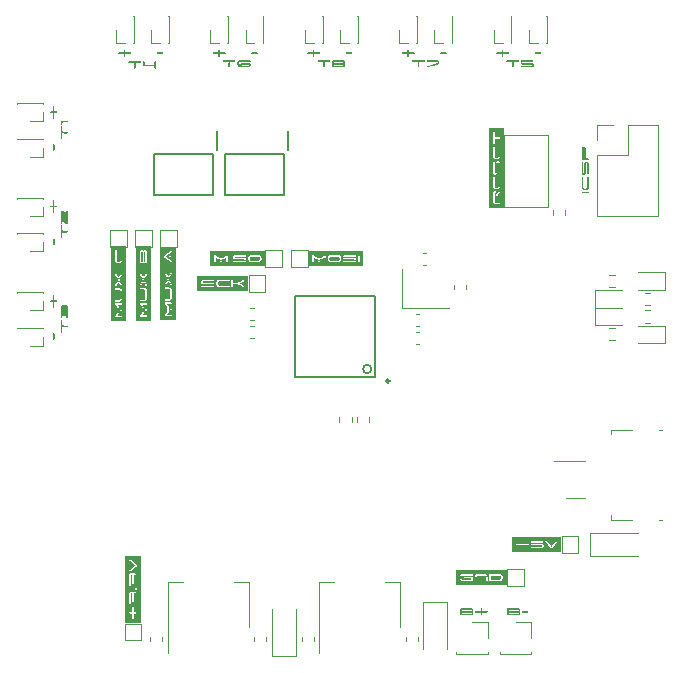
<source format=gbr>
%TF.GenerationSoftware,KiCad,Pcbnew,(7.0.0)*%
%TF.CreationDate,2024-01-17T09:10:34+05:30*%
%TF.ProjectId,Temperature Thing With Thermocouple,54656d70-6572-4617-9475-726520546869,rev?*%
%TF.SameCoordinates,Original*%
%TF.FileFunction,Legend,Top*%
%TF.FilePolarity,Positive*%
%FSLAX46Y46*%
G04 Gerber Fmt 4.6, Leading zero omitted, Abs format (unit mm)*
G04 Created by KiCad (PCBNEW (7.0.0)) date 2024-01-17 09:10:34*
%MOMM*%
%LPD*%
G01*
G04 APERTURE LIST*
%ADD10C,0.125000*%
%ADD11C,0.187500*%
%ADD12C,0.120000*%
%ADD13C,0.200000*%
%ADD14C,0.152400*%
%ADD15C,0.254000*%
G04 APERTURE END LIST*
D10*
G36*
X147053943Y-73195949D02*
G01*
X147064093Y-73196635D01*
X147073658Y-73198696D01*
X147084080Y-73202837D01*
X147093707Y-73208848D01*
X147101326Y-73215488D01*
X147107967Y-73223107D01*
X147113977Y-73232734D01*
X147118118Y-73243156D01*
X147120179Y-73252722D01*
X147120866Y-73262871D01*
X147120001Y-73274144D01*
X147117406Y-73284670D01*
X147113082Y-73294447D01*
X147107028Y-73303476D01*
X147102792Y-73308300D01*
X147094545Y-73315769D01*
X147085621Y-73321717D01*
X147076019Y-73326147D01*
X147065739Y-73329057D01*
X147059561Y-73330038D01*
X146779414Y-73330038D01*
X146769144Y-73330313D01*
X146759340Y-73331137D01*
X146747740Y-73332940D01*
X146736867Y-73335602D01*
X146726722Y-73339123D01*
X146717304Y-73343502D01*
X146710293Y-73347623D01*
X146702107Y-73353310D01*
X146693040Y-73360637D01*
X146684797Y-73368514D01*
X146677378Y-73376940D01*
X146670783Y-73385916D01*
X146667795Y-73390610D01*
X146662451Y-73400282D01*
X146657777Y-73410245D01*
X146653773Y-73420500D01*
X146650439Y-73431048D01*
X146647774Y-73441887D01*
X146647035Y-73445565D01*
X146645125Y-73456441D01*
X146643611Y-73466905D01*
X146642492Y-73476958D01*
X146641686Y-73488164D01*
X146641417Y-73498810D01*
X146641417Y-73737923D01*
X146640747Y-73748247D01*
X146638738Y-73757970D01*
X146634701Y-73768554D01*
X146628840Y-73778320D01*
X146622366Y-73786039D01*
X146614947Y-73792680D01*
X146605597Y-73798690D01*
X146595499Y-73802831D01*
X146584653Y-73805102D01*
X146576448Y-73805579D01*
X146566565Y-73804892D01*
X146555751Y-73802354D01*
X146545708Y-73797946D01*
X146536437Y-73791668D01*
X146530286Y-73786039D01*
X146523812Y-73778411D01*
X146517952Y-73768753D01*
X146513915Y-73758276D01*
X146511905Y-73748644D01*
X146511235Y-73738412D01*
X146511235Y-73500519D01*
X146511403Y-73489700D01*
X146511907Y-73478858D01*
X146512747Y-73467993D01*
X146513922Y-73457105D01*
X146515433Y-73446194D01*
X146517280Y-73435261D01*
X146519463Y-73424304D01*
X146521982Y-73413325D01*
X146524898Y-73402353D01*
X146528149Y-73391541D01*
X146531737Y-73380890D01*
X146535660Y-73370399D01*
X146539919Y-73360068D01*
X146544514Y-73349898D01*
X146549444Y-73339888D01*
X146554711Y-73330038D01*
X146094069Y-73330038D01*
X146083828Y-73329351D01*
X146074171Y-73327290D01*
X146063642Y-73323149D01*
X146055250Y-73318112D01*
X146047442Y-73311701D01*
X146046197Y-73310498D01*
X146039557Y-73302871D01*
X146034290Y-73294642D01*
X146029882Y-73284282D01*
X146027593Y-73274751D01*
X146026677Y-73264618D01*
X146026658Y-73262871D01*
X146027345Y-73252722D01*
X146029405Y-73243156D01*
X146033546Y-73232734D01*
X146039557Y-73223107D01*
X146046197Y-73215488D01*
X146053816Y-73208848D01*
X146063443Y-73202837D01*
X146073865Y-73198696D01*
X146083431Y-73196635D01*
X146093580Y-73195949D01*
X147053943Y-73195949D01*
G37*
G36*
X148180831Y-73196306D02*
G01*
X148192743Y-73197380D01*
X148204406Y-73199169D01*
X148215818Y-73201673D01*
X148226979Y-73204893D01*
X148237890Y-73208829D01*
X148242185Y-73210603D01*
X148252738Y-73215363D01*
X148262874Y-73220635D01*
X148272592Y-73226420D01*
X148281893Y-73232719D01*
X148290777Y-73239529D01*
X148299243Y-73246853D01*
X148302513Y-73249926D01*
X148310329Y-73257932D01*
X148317596Y-73266379D01*
X148324315Y-73275268D01*
X148330486Y-73284597D01*
X148336108Y-73294368D01*
X148341181Y-73304580D01*
X148343057Y-73308789D01*
X148347279Y-73319441D01*
X148350785Y-73330332D01*
X148353575Y-73341461D01*
X148355651Y-73352829D01*
X148357010Y-73364435D01*
X148357654Y-73376280D01*
X148357711Y-73381085D01*
X148357419Y-73391804D01*
X148356543Y-73402284D01*
X148355082Y-73412526D01*
X148353036Y-73422530D01*
X148350407Y-73432295D01*
X148347193Y-73441821D01*
X148345744Y-73445565D01*
X148341883Y-73454721D01*
X148337629Y-73463568D01*
X148332005Y-73473775D01*
X148325814Y-73483535D01*
X148319056Y-73492849D01*
X148314236Y-73498810D01*
X148321372Y-73508017D01*
X148327940Y-73517689D01*
X148332982Y-73526103D01*
X148337629Y-73534838D01*
X148341883Y-73543896D01*
X148345744Y-73553276D01*
X148349191Y-73562830D01*
X148352055Y-73572562D01*
X148354334Y-73582474D01*
X148356028Y-73592565D01*
X148357139Y-73602834D01*
X148357665Y-73613282D01*
X148357711Y-73617512D01*
X148357482Y-73627373D01*
X148356552Y-73639442D01*
X148354906Y-73651225D01*
X148352545Y-73662721D01*
X148349468Y-73673932D01*
X148345676Y-73684856D01*
X148343057Y-73691273D01*
X148338203Y-73701603D01*
X148332801Y-73711528D01*
X148326850Y-73721047D01*
X148320350Y-73730161D01*
X148313302Y-73738869D01*
X148305705Y-73747172D01*
X148302513Y-73750380D01*
X148294213Y-73758061D01*
X148285497Y-73765230D01*
X148276363Y-73771886D01*
X148266811Y-73778029D01*
X148256842Y-73783659D01*
X148246456Y-73788777D01*
X148242185Y-73790680D01*
X148231374Y-73794972D01*
X148220312Y-73798537D01*
X148209001Y-73801374D01*
X148197438Y-73803484D01*
X148185626Y-73804866D01*
X148173563Y-73805521D01*
X148168667Y-73805579D01*
X147452303Y-73805579D01*
X147440204Y-73805215D01*
X147428332Y-73804124D01*
X147416686Y-73802305D01*
X147405267Y-73799759D01*
X147394075Y-73796485D01*
X147383109Y-73792484D01*
X147378786Y-73790680D01*
X147368303Y-73785768D01*
X147358226Y-73780343D01*
X147348554Y-73774405D01*
X147339287Y-73767954D01*
X147330426Y-73760990D01*
X147321971Y-73753514D01*
X147318702Y-73750380D01*
X147310886Y-73742221D01*
X147303618Y-73733622D01*
X147296899Y-73724580D01*
X147290729Y-73715098D01*
X147285107Y-73705175D01*
X147280034Y-73694810D01*
X147278158Y-73690540D01*
X147273936Y-73679583D01*
X147270430Y-73668387D01*
X147267639Y-73656952D01*
X147265564Y-73645279D01*
X147264205Y-73633367D01*
X147263561Y-73621217D01*
X147263506Y-73616535D01*
X147393685Y-73616535D01*
X147394692Y-73627083D01*
X147397715Y-73636990D01*
X147402752Y-73646256D01*
X147409805Y-73654881D01*
X147418155Y-73662147D01*
X147427085Y-73667337D01*
X147436595Y-73670451D01*
X147446686Y-73671489D01*
X148174285Y-73671489D01*
X148184482Y-73670497D01*
X148194069Y-73667520D01*
X148203045Y-73662559D01*
X148211410Y-73655614D01*
X148218462Y-73647218D01*
X148223500Y-73638150D01*
X148226522Y-73628411D01*
X148227530Y-73618000D01*
X148226759Y-73608235D01*
X148223988Y-73598018D01*
X148219202Y-73588810D01*
X148212402Y-73580608D01*
X148211410Y-73579654D01*
X148203045Y-73573029D01*
X148194069Y-73568297D01*
X148184482Y-73565457D01*
X148174285Y-73564511D01*
X147445464Y-73564511D01*
X147435313Y-73565412D01*
X147425864Y-73568114D01*
X147417117Y-73572617D01*
X147409072Y-73578921D01*
X147402340Y-73586676D01*
X147397532Y-73595530D01*
X147394647Y-73605483D01*
X147393685Y-73616535D01*
X147263506Y-73616535D01*
X147263503Y-73616290D01*
X147263796Y-73605348D01*
X147264672Y-73594657D01*
X147266133Y-73584216D01*
X147268178Y-73574025D01*
X147270808Y-73564085D01*
X147274022Y-73554395D01*
X147275471Y-73550589D01*
X147279396Y-73541274D01*
X147283691Y-73532257D01*
X147288355Y-73523538D01*
X147293389Y-73515117D01*
X147299918Y-73505405D01*
X147306979Y-73496123D01*
X147299918Y-73487107D01*
X147293389Y-73477645D01*
X147287392Y-73467736D01*
X147281929Y-73457380D01*
X147277782Y-73448409D01*
X147275471Y-73442878D01*
X147272024Y-73433489D01*
X147269160Y-73423944D01*
X147266881Y-73414245D01*
X147265186Y-73404391D01*
X147264076Y-73394381D01*
X147263550Y-73384217D01*
X147263503Y-73380108D01*
X147393685Y-73380108D01*
X147394692Y-73390519D01*
X147397715Y-73400013D01*
X147402752Y-73408592D01*
X147409805Y-73416256D01*
X147418155Y-73422453D01*
X147427085Y-73426880D01*
X147436595Y-73429536D01*
X147446686Y-73430422D01*
X148175750Y-73430422D01*
X148185902Y-73429582D01*
X148195351Y-73427063D01*
X148205142Y-73422223D01*
X148212143Y-73416988D01*
X148218875Y-73409631D01*
X148224149Y-73400112D01*
X148226794Y-73390549D01*
X148227530Y-73381329D01*
X148226522Y-73371590D01*
X148222980Y-73361290D01*
X148217691Y-73352719D01*
X148211410Y-73345669D01*
X148203045Y-73338831D01*
X148194069Y-73333946D01*
X148184482Y-73331015D01*
X148174285Y-73330038D01*
X147446686Y-73330038D01*
X147436595Y-73330969D01*
X147427085Y-73333763D01*
X147418155Y-73338418D01*
X147409805Y-73344937D01*
X147402752Y-73352722D01*
X147397715Y-73361179D01*
X147394456Y-73371496D01*
X147393685Y-73380108D01*
X147263503Y-73380108D01*
X147263861Y-73368109D01*
X147264935Y-73356385D01*
X147266723Y-73344935D01*
X147269228Y-73333759D01*
X147272448Y-73322857D01*
X147276383Y-73312230D01*
X147278158Y-73308056D01*
X147283012Y-73297878D01*
X147288414Y-73288106D01*
X147294365Y-73278740D01*
X147300865Y-73269779D01*
X147307913Y-73261223D01*
X147315510Y-73253073D01*
X147318702Y-73249926D01*
X147326996Y-73242397D01*
X147335694Y-73235381D01*
X147344799Y-73228878D01*
X147354308Y-73222888D01*
X147364224Y-73217410D01*
X147374544Y-73212445D01*
X147378786Y-73210603D01*
X147389661Y-73206381D01*
X147400763Y-73202875D01*
X147412092Y-73200084D01*
X147423647Y-73198009D01*
X147435428Y-73196650D01*
X147447436Y-73196006D01*
X147452303Y-73195949D01*
X148168667Y-73195949D01*
X148180831Y-73196306D01*
G37*
G36*
X134051567Y-95215702D02*
G01*
X132734328Y-95215702D01*
X132734328Y-94818422D01*
X133095949Y-94818422D01*
X133095968Y-94820169D01*
X133096884Y-94830301D01*
X133099173Y-94839832D01*
X133103581Y-94850192D01*
X133108848Y-94858421D01*
X133115488Y-94866049D01*
X133123116Y-94872606D01*
X133132775Y-94878542D01*
X133143252Y-94882631D01*
X133152883Y-94884666D01*
X133163115Y-94885344D01*
X133638412Y-94885344D01*
X133648644Y-94884683D01*
X133658276Y-94882700D01*
X133668753Y-94878714D01*
X133678411Y-94872929D01*
X133686039Y-94866538D01*
X133691668Y-94860387D01*
X133697946Y-94851116D01*
X133702354Y-94841073D01*
X133704892Y-94830259D01*
X133705579Y-94820376D01*
X133705096Y-94812100D01*
X133702797Y-94801176D01*
X133698604Y-94791023D01*
X133692518Y-94781641D01*
X133685795Y-94774214D01*
X133683257Y-94771907D01*
X133675232Y-94765879D01*
X133666588Y-94761191D01*
X133657325Y-94757842D01*
X133647445Y-94755833D01*
X133636946Y-94755163D01*
X133299403Y-94755163D01*
X133302470Y-94751215D01*
X133308510Y-94743358D01*
X133314421Y-94735550D01*
X133323049Y-94723930D01*
X133331388Y-94712423D01*
X133339441Y-94701027D01*
X133347205Y-94689743D01*
X133354682Y-94678570D01*
X133361871Y-94667509D01*
X133368773Y-94656559D01*
X133375386Y-94645722D01*
X133381713Y-94634995D01*
X133385784Y-94627887D01*
X133391701Y-94617241D01*
X133397390Y-94606617D01*
X133402852Y-94596015D01*
X133408086Y-94585434D01*
X133413093Y-94574875D01*
X133417872Y-94564337D01*
X133422424Y-94553820D01*
X133426748Y-94543325D01*
X133430844Y-94532852D01*
X133434713Y-94522399D01*
X133437142Y-94515439D01*
X133440616Y-94505003D01*
X133443888Y-94494571D01*
X133446958Y-94484143D01*
X133449827Y-94473720D01*
X133452494Y-94463301D01*
X133454959Y-94452886D01*
X133457222Y-94442475D01*
X133459284Y-94432069D01*
X133461143Y-94421667D01*
X133462801Y-94411269D01*
X133463807Y-94404290D01*
X133465194Y-94393753D01*
X133466434Y-94383135D01*
X133467529Y-94372436D01*
X133468478Y-94361654D01*
X133469281Y-94350791D01*
X133469938Y-94339847D01*
X133470449Y-94328821D01*
X133470814Y-94317713D01*
X133471033Y-94306524D01*
X133471081Y-94299161D01*
X133549263Y-94299161D01*
X133549361Y-94303636D01*
X133550455Y-94314439D01*
X133552767Y-94324693D01*
X133556294Y-94334398D01*
X133561038Y-94343555D01*
X133566999Y-94352163D01*
X133574176Y-94360222D01*
X133577334Y-94363239D01*
X133585613Y-94369929D01*
X133594441Y-94375403D01*
X133603817Y-94379661D01*
X133613741Y-94382702D01*
X133624215Y-94384527D01*
X133635237Y-94385135D01*
X133639711Y-94385038D01*
X133650514Y-94383943D01*
X133660768Y-94381632D01*
X133670473Y-94378104D01*
X133679630Y-94373360D01*
X133688238Y-94367399D01*
X133696297Y-94360222D01*
X133699314Y-94357064D01*
X133706005Y-94348785D01*
X133711479Y-94339958D01*
X133715736Y-94330582D01*
X133718777Y-94320657D01*
X133720602Y-94310183D01*
X133721210Y-94299161D01*
X133721113Y-94294716D01*
X133720018Y-94283980D01*
X133717707Y-94273779D01*
X133714179Y-94264116D01*
X133709435Y-94254989D01*
X133703474Y-94246399D01*
X133696297Y-94238345D01*
X133693139Y-94235299D01*
X133684861Y-94228543D01*
X133676033Y-94223015D01*
X133666657Y-94218716D01*
X133656732Y-94215645D01*
X133646259Y-94213802D01*
X133635237Y-94213188D01*
X133630762Y-94213286D01*
X133619960Y-94214392D01*
X133609706Y-94216726D01*
X133600000Y-94220288D01*
X133590844Y-94225079D01*
X133582236Y-94231098D01*
X133574176Y-94238345D01*
X133571159Y-94241502D01*
X133564469Y-94249770D01*
X133558995Y-94258575D01*
X133554737Y-94267917D01*
X133551696Y-94277795D01*
X133549872Y-94288210D01*
X133549263Y-94299161D01*
X133471081Y-94299161D01*
X133471106Y-94295254D01*
X133471073Y-94288208D01*
X133470903Y-94277664D01*
X133470587Y-94267150D01*
X133470124Y-94256667D01*
X133469516Y-94246213D01*
X133468762Y-94235790D01*
X133467862Y-94225396D01*
X133466816Y-94215033D01*
X133465623Y-94204700D01*
X133464285Y-94194396D01*
X133462801Y-94184123D01*
X133461718Y-94177252D01*
X133459926Y-94166938D01*
X133457932Y-94156615D01*
X133455736Y-94146284D01*
X133453338Y-94135944D01*
X133450738Y-94125596D01*
X133447937Y-94115239D01*
X133444934Y-94104873D01*
X133441729Y-94094499D01*
X133438322Y-94084117D01*
X133434713Y-94073725D01*
X133432159Y-94066784D01*
X133428139Y-94056328D01*
X133423890Y-94045821D01*
X133419415Y-94035262D01*
X133414711Y-94024652D01*
X133409780Y-94013990D01*
X133404622Y-94003277D01*
X133399236Y-93992512D01*
X133393622Y-93981695D01*
X133387781Y-93970828D01*
X133381713Y-93959908D01*
X133379636Y-93956240D01*
X133373214Y-93945181D01*
X133366504Y-93934041D01*
X133359507Y-93922819D01*
X133352222Y-93911515D01*
X133344649Y-93900130D01*
X133336788Y-93888663D01*
X133328640Y-93877115D01*
X133320205Y-93865485D01*
X133311481Y-93853773D01*
X133305506Y-93845920D01*
X133299403Y-93838031D01*
X133636946Y-93838031D01*
X133640515Y-93837957D01*
X133650807Y-93836840D01*
X133660482Y-93834385D01*
X133669538Y-93830589D01*
X133677975Y-93825454D01*
X133685795Y-93818980D01*
X133691494Y-93812836D01*
X133697851Y-93803593D01*
X133702314Y-93793602D01*
X133704883Y-93782863D01*
X133705579Y-93773062D01*
X133705102Y-93764723D01*
X133702831Y-93753748D01*
X133698690Y-93743592D01*
X133692680Y-93734254D01*
X133686039Y-93726901D01*
X133678411Y-93720426D01*
X133668753Y-93714566D01*
X133658276Y-93710529D01*
X133648644Y-93708519D01*
X133638412Y-93707850D01*
X133163115Y-93707850D01*
X133161368Y-93707869D01*
X133151236Y-93708785D01*
X133141705Y-93711074D01*
X133131345Y-93715482D01*
X133123116Y-93720749D01*
X133115488Y-93727389D01*
X133108848Y-93734934D01*
X133102837Y-93744517D01*
X133098696Y-93754943D01*
X133096635Y-93764548D01*
X133095949Y-93774772D01*
X133096610Y-93783656D01*
X133099052Y-93794021D01*
X133103295Y-93804387D01*
X133108364Y-93813271D01*
X133114755Y-93822155D01*
X133124241Y-93833382D01*
X133133463Y-93844408D01*
X133142421Y-93855234D01*
X133151117Y-93865859D01*
X133159549Y-93876285D01*
X133167718Y-93886509D01*
X133175623Y-93896534D01*
X133183265Y-93906358D01*
X133190644Y-93915982D01*
X133197760Y-93925405D01*
X133204612Y-93934628D01*
X133211201Y-93943651D01*
X133217526Y-93952473D01*
X133223588Y-93961095D01*
X133229387Y-93969517D01*
X133234923Y-93977738D01*
X133240212Y-93985781D01*
X133247831Y-93997666D01*
X133255073Y-94009337D01*
X133261936Y-94020793D01*
X133268422Y-94032034D01*
X133274530Y-94043061D01*
X133280260Y-94053873D01*
X133285613Y-94064470D01*
X133290587Y-94074853D01*
X133295184Y-94085021D01*
X133299403Y-94094974D01*
X133303287Y-94104727D01*
X133306879Y-94114386D01*
X133310179Y-94123950D01*
X133313187Y-94133420D01*
X133316744Y-94145899D01*
X133319782Y-94158210D01*
X133322301Y-94170354D01*
X133324300Y-94182329D01*
X133325781Y-94194137D01*
X133326610Y-94202953D01*
X133327589Y-94214921D01*
X133328423Y-94227133D01*
X133329112Y-94239589D01*
X133329656Y-94252290D01*
X133330055Y-94265235D01*
X133330259Y-94275104D01*
X133330381Y-94285110D01*
X133330422Y-94295254D01*
X133330401Y-94302006D01*
X133330291Y-94312037D01*
X133330086Y-94321952D01*
X133329666Y-94334993D01*
X133329078Y-94347827D01*
X133328323Y-94360455D01*
X133327399Y-94372877D01*
X133326308Y-94385093D01*
X133325048Y-94397103D01*
X133324284Y-94403051D01*
X133322384Y-94415095D01*
X133319987Y-94427337D01*
X133317094Y-94439779D01*
X133314599Y-94449240D01*
X133311825Y-94458812D01*
X133308772Y-94468497D01*
X133305439Y-94478293D01*
X133301828Y-94488200D01*
X133297937Y-94498219D01*
X133295167Y-94504980D01*
X133290696Y-94515285D01*
X133285847Y-94525788D01*
X133280621Y-94536489D01*
X133275017Y-94547387D01*
X133269035Y-94558482D01*
X133262675Y-94569775D01*
X133255937Y-94581265D01*
X133248822Y-94592953D01*
X133241328Y-94604839D01*
X133233457Y-94616921D01*
X133227927Y-94625137D01*
X133222146Y-94633541D01*
X133216112Y-94642135D01*
X133209827Y-94650917D01*
X133203289Y-94659888D01*
X133196500Y-94669048D01*
X133189459Y-94678397D01*
X133182166Y-94687935D01*
X133174621Y-94697662D01*
X133166825Y-94707578D01*
X133158776Y-94717682D01*
X133150476Y-94727976D01*
X133141923Y-94738458D01*
X133133119Y-94749129D01*
X133124063Y-94759990D01*
X133114755Y-94771039D01*
X133111910Y-94775169D01*
X133106335Y-94784177D01*
X133101566Y-94793265D01*
X133099377Y-94798309D01*
X133096739Y-94808358D01*
X133095949Y-94818422D01*
X132734328Y-94818422D01*
X132734328Y-93499510D01*
X133095949Y-93499510D01*
X133096432Y-93507786D01*
X133098731Y-93518710D01*
X133102923Y-93528863D01*
X133109009Y-93538245D01*
X133115732Y-93545672D01*
X133123360Y-93552064D01*
X133133019Y-93557849D01*
X133143496Y-93561834D01*
X133153127Y-93563818D01*
X133163360Y-93564479D01*
X133402229Y-93564479D01*
X133408738Y-93564414D01*
X133418522Y-93564074D01*
X133428333Y-93563441D01*
X133438169Y-93562516D01*
X133448030Y-93561300D01*
X133457918Y-93559792D01*
X133467831Y-93557991D01*
X133477770Y-93555899D01*
X133487735Y-93553515D01*
X133497726Y-93550839D01*
X133507742Y-93547871D01*
X133514359Y-93545707D01*
X133524143Y-93542246D01*
X133533754Y-93538528D01*
X133543193Y-93534553D01*
X133552461Y-93530319D01*
X133561557Y-93525829D01*
X133570482Y-93521080D01*
X133579235Y-93516074D01*
X133587815Y-93510810D01*
X133596225Y-93505289D01*
X133604462Y-93499510D01*
X133609839Y-93495491D01*
X133617690Y-93489272D01*
X133625284Y-93482826D01*
X133632620Y-93476152D01*
X133639698Y-93469250D01*
X133646519Y-93462121D01*
X133653082Y-93454764D01*
X133659387Y-93447180D01*
X133665435Y-93439368D01*
X133671225Y-93431329D01*
X133676758Y-93423062D01*
X133680248Y-93417396D01*
X133685061Y-93408714D01*
X133689367Y-93399814D01*
X133693167Y-93390694D01*
X133696460Y-93381355D01*
X133699246Y-93371797D01*
X133701526Y-93362021D01*
X133703299Y-93352025D01*
X133704565Y-93341811D01*
X133705325Y-93331377D01*
X133705579Y-93320725D01*
X133705579Y-92681297D01*
X133705470Y-92673805D01*
X133704899Y-92662754D01*
X133703838Y-92651927D01*
X133702289Y-92641322D01*
X133700249Y-92630941D01*
X133697720Y-92620783D01*
X133694702Y-92610848D01*
X133691195Y-92601137D01*
X133687198Y-92591648D01*
X133682711Y-92582383D01*
X133677735Y-92573342D01*
X133674162Y-92567443D01*
X133668570Y-92558798D01*
X133662699Y-92550398D01*
X133656549Y-92542243D01*
X133650119Y-92534332D01*
X133643411Y-92526667D01*
X133636424Y-92519246D01*
X133629157Y-92512069D01*
X133621612Y-92505138D01*
X133613787Y-92498451D01*
X133605683Y-92492009D01*
X133600120Y-92487859D01*
X133591636Y-92481875D01*
X133582984Y-92476179D01*
X133574165Y-92470770D01*
X133565178Y-92465649D01*
X133556024Y-92460815D01*
X133546703Y-92456269D01*
X133537214Y-92452011D01*
X133527557Y-92448040D01*
X133517733Y-92444357D01*
X133507742Y-92440962D01*
X133501027Y-92438832D01*
X133490962Y-92435896D01*
X133480906Y-92433268D01*
X133470858Y-92430950D01*
X133460819Y-92428941D01*
X133450788Y-92427240D01*
X133440766Y-92425849D01*
X133430753Y-92424767D01*
X133420748Y-92423995D01*
X133410751Y-92423531D01*
X133400764Y-92423376D01*
X133163115Y-92423376D01*
X133152883Y-92424046D01*
X133143252Y-92426055D01*
X133132775Y-92430093D01*
X133123116Y-92435953D01*
X133115488Y-92442427D01*
X133109859Y-92448513D01*
X133103581Y-92457735D01*
X133099173Y-92467774D01*
X133096635Y-92478632D01*
X133095949Y-92488589D01*
X133096426Y-92496794D01*
X133098696Y-92507640D01*
X133102837Y-92517738D01*
X133108848Y-92527088D01*
X133115488Y-92534507D01*
X133123116Y-92540981D01*
X133132775Y-92546842D01*
X133143252Y-92550879D01*
X133152883Y-92552888D01*
X133163115Y-92553558D01*
X133400764Y-92553558D01*
X133402341Y-92553564D01*
X133413663Y-92553955D01*
X133423758Y-92554773D01*
X133434213Y-92556038D01*
X133445030Y-92557750D01*
X133456207Y-92559908D01*
X133459943Y-92560747D01*
X133470922Y-92563801D01*
X133481558Y-92567662D01*
X133491851Y-92572330D01*
X133501800Y-92577806D01*
X133511406Y-92584088D01*
X133512956Y-92585201D01*
X133521954Y-92592436D01*
X133529060Y-92599201D01*
X133535808Y-92606633D01*
X133542197Y-92614733D01*
X133548230Y-92623501D01*
X133553904Y-92632937D01*
X133556033Y-92636881D01*
X133560756Y-92647326D01*
X133564620Y-92658605D01*
X133567093Y-92668230D01*
X133569016Y-92678389D01*
X133570390Y-92689082D01*
X133571215Y-92700310D01*
X133571489Y-92712071D01*
X133571489Y-93275784D01*
X133571421Y-93281907D01*
X133570871Y-93293707D01*
X133569772Y-93304912D01*
X133568123Y-93315521D01*
X133565925Y-93325535D01*
X133563177Y-93334954D01*
X133558970Y-93345890D01*
X133553904Y-93355896D01*
X133548230Y-93365056D01*
X133542197Y-93373608D01*
X133535808Y-93381552D01*
X133529060Y-93388887D01*
X133520490Y-93396887D01*
X133511406Y-93404011D01*
X133508242Y-93406166D01*
X133498522Y-93412102D01*
X133488458Y-93417248D01*
X133478051Y-93421605D01*
X133467301Y-93425171D01*
X133456207Y-93427947D01*
X133454319Y-93428338D01*
X133443202Y-93430422D01*
X133432446Y-93432059D01*
X133422050Y-93433250D01*
X133412015Y-93433994D01*
X133400764Y-93434298D01*
X133163115Y-93434298D01*
X133152883Y-93434967D01*
X133143252Y-93436977D01*
X133132775Y-93441014D01*
X133123116Y-93446874D01*
X133115488Y-93453349D01*
X133109859Y-93459499D01*
X133103581Y-93468770D01*
X133099173Y-93478813D01*
X133096635Y-93489627D01*
X133095949Y-93499510D01*
X132734328Y-93499510D01*
X132734328Y-92218212D01*
X133095949Y-92218212D01*
X133095968Y-92219960D01*
X133096884Y-92230104D01*
X133099173Y-92239663D01*
X133103581Y-92250078D01*
X133108848Y-92258373D01*
X133115488Y-92266084D01*
X133123116Y-92272724D01*
X133132775Y-92278735D01*
X133143252Y-92282876D01*
X133152883Y-92284937D01*
X133163115Y-92285623D01*
X133169630Y-92285337D01*
X133180350Y-92283459D01*
X133190206Y-92279827D01*
X133199197Y-92274443D01*
X133207323Y-92267305D01*
X133212456Y-92261378D01*
X133218681Y-92252399D01*
X133223783Y-92242625D01*
X133227763Y-92232056D01*
X133230282Y-92222365D01*
X133232854Y-92211561D01*
X133235686Y-92200886D01*
X133238777Y-92190342D01*
X133242128Y-92179927D01*
X133245738Y-92169642D01*
X133249608Y-92159487D01*
X133253737Y-92149462D01*
X133258126Y-92139566D01*
X133261560Y-92132229D01*
X133266279Y-92122700D01*
X133271158Y-92113460D01*
X133276197Y-92104511D01*
X133281397Y-92095852D01*
X133286757Y-92087483D01*
X133292277Y-92079404D01*
X133299403Y-92069713D01*
X133302284Y-92065977D01*
X133309588Y-92057070D01*
X133317034Y-92048784D01*
X133324624Y-92041118D01*
X133332357Y-92034072D01*
X133340232Y-92027647D01*
X133348251Y-92021841D01*
X133351490Y-92019712D01*
X133361242Y-92014148D01*
X133371045Y-92009820D01*
X133380900Y-92006729D01*
X133390806Y-92004874D01*
X133400764Y-92004256D01*
X133404091Y-92004324D01*
X133414075Y-92005355D01*
X133424058Y-92007622D01*
X133434042Y-92011125D01*
X133444025Y-92015865D01*
X133454009Y-92021841D01*
X133457323Y-92024089D01*
X133465492Y-92030143D01*
X133473495Y-92036816D01*
X133481330Y-92044110D01*
X133488998Y-92052024D01*
X133496500Y-92060558D01*
X133503834Y-92069713D01*
X133508096Y-92075473D01*
X133515008Y-92085436D01*
X133520366Y-92093733D01*
X133525572Y-92102319D01*
X133530625Y-92111196D01*
X133535525Y-92120363D01*
X133540272Y-92129819D01*
X133544867Y-92139566D01*
X133549237Y-92149462D01*
X133553309Y-92159487D01*
X133557083Y-92169642D01*
X133560560Y-92179927D01*
X133563738Y-92190342D01*
X133566620Y-92200886D01*
X133569203Y-92211561D01*
X133571489Y-92222365D01*
X133573024Y-92228890D01*
X133576627Y-92239686D01*
X133581398Y-92249687D01*
X133587339Y-92258894D01*
X133594448Y-92267305D01*
X133598929Y-92271599D01*
X133607467Y-92277734D01*
X133616894Y-92282117D01*
X133627209Y-92284747D01*
X133638412Y-92285623D01*
X133648644Y-92284945D01*
X133658276Y-92282910D01*
X133668753Y-92278821D01*
X133678411Y-92272886D01*
X133686039Y-92266328D01*
X133692680Y-92258709D01*
X133698690Y-92249082D01*
X133702831Y-92238660D01*
X133704892Y-92229095D01*
X133705579Y-92218945D01*
X133704846Y-92209175D01*
X133702648Y-92199406D01*
X133701025Y-92191784D01*
X133698344Y-92180390D01*
X133695366Y-92169043D01*
X133692093Y-92157744D01*
X133688523Y-92146492D01*
X133684657Y-92135287D01*
X133680494Y-92124129D01*
X133676036Y-92113019D01*
X133671281Y-92101956D01*
X133666230Y-92090940D01*
X133660882Y-92079971D01*
X133657146Y-92072694D01*
X133651384Y-92061969D01*
X133645434Y-92051471D01*
X133639294Y-92041201D01*
X133632966Y-92031158D01*
X133626449Y-92021342D01*
X133619743Y-92011755D01*
X133612848Y-92002395D01*
X133605764Y-91993262D01*
X133598491Y-91984357D01*
X133591029Y-91975679D01*
X133585925Y-91970010D01*
X133578138Y-91961771D01*
X133570192Y-91953850D01*
X133562087Y-91946247D01*
X133553823Y-91938961D01*
X133545400Y-91931993D01*
X133536818Y-91925342D01*
X133528078Y-91919010D01*
X133519178Y-91912995D01*
X133510120Y-91907297D01*
X133500903Y-91901918D01*
X133497789Y-91900205D01*
X133488439Y-91895392D01*
X133479081Y-91891069D01*
X133469715Y-91887235D01*
X133460339Y-91883890D01*
X133450956Y-91881035D01*
X133438430Y-91877990D01*
X133425890Y-91875814D01*
X133413335Y-91874509D01*
X133400764Y-91874074D01*
X133388208Y-91874509D01*
X133375698Y-91875814D01*
X133363234Y-91877990D01*
X133350816Y-91881035D01*
X133338444Y-91884951D01*
X133329194Y-91888458D01*
X133319971Y-91892455D01*
X133310773Y-91896942D01*
X133301601Y-91901918D01*
X133295496Y-91905439D01*
X133286456Y-91910990D01*
X133277558Y-91916863D01*
X133268802Y-91923057D01*
X133260188Y-91929574D01*
X133251715Y-91936412D01*
X133243383Y-91943573D01*
X133235194Y-91951055D01*
X133227146Y-91958860D01*
X133219240Y-91966986D01*
X133211475Y-91975435D01*
X133206363Y-91981194D01*
X133198869Y-91990018D01*
X133191585Y-91999066D01*
X133184512Y-92008336D01*
X133177649Y-92017830D01*
X133170996Y-92027548D01*
X133164554Y-92037488D01*
X133158322Y-92047652D01*
X133152301Y-92058039D01*
X133146490Y-92068649D01*
X133140889Y-92079483D01*
X133137262Y-92086790D01*
X133132071Y-92097790D01*
X133127181Y-92108837D01*
X133122592Y-92119932D01*
X133118303Y-92131074D01*
X133114314Y-92142263D01*
X133110626Y-92153500D01*
X133107239Y-92164783D01*
X133104152Y-92176114D01*
X133101365Y-92187492D01*
X133098879Y-92198917D01*
X133096681Y-92208443D01*
X133095949Y-92218212D01*
X132734328Y-92218212D01*
X132734328Y-91730704D01*
X133314790Y-91730704D01*
X133314887Y-91735150D01*
X133315982Y-91745897D01*
X133318294Y-91756120D01*
X133321821Y-91765818D01*
X133326565Y-91774992D01*
X133332526Y-91783640D01*
X133339703Y-91791764D01*
X133342861Y-91794781D01*
X133351140Y-91801472D01*
X133359967Y-91806946D01*
X133369344Y-91811203D01*
X133379268Y-91814244D01*
X133389742Y-91816069D01*
X133400764Y-91816677D01*
X133405210Y-91816580D01*
X133415957Y-91815485D01*
X133426180Y-91813174D01*
X133435878Y-91809646D01*
X133445052Y-91804902D01*
X133453700Y-91798941D01*
X133461824Y-91791764D01*
X133464841Y-91788578D01*
X133471532Y-91780244D01*
X133477006Y-91771385D01*
X133481263Y-91762002D01*
X133484304Y-91752094D01*
X133486129Y-91741661D01*
X133486737Y-91730704D01*
X133486640Y-91726229D01*
X133485545Y-91715427D01*
X133483234Y-91705173D01*
X133479706Y-91695467D01*
X133474962Y-91686311D01*
X133469001Y-91677703D01*
X133461824Y-91669643D01*
X133458638Y-91666626D01*
X133450304Y-91659936D01*
X133441445Y-91654462D01*
X133432062Y-91650204D01*
X133422154Y-91647163D01*
X133411721Y-91645338D01*
X133400764Y-91644730D01*
X133396289Y-91644828D01*
X133385487Y-91645922D01*
X133375233Y-91648234D01*
X133365527Y-91651761D01*
X133356371Y-91656505D01*
X133347762Y-91662466D01*
X133339703Y-91669643D01*
X133336686Y-91672801D01*
X133329996Y-91681080D01*
X133324522Y-91689908D01*
X133320264Y-91699284D01*
X133317223Y-91709208D01*
X133315398Y-91719682D01*
X133314790Y-91730704D01*
X132734328Y-91730704D01*
X132734328Y-91226831D01*
X133095949Y-91226831D01*
X133096681Y-91236600D01*
X133098879Y-91246126D01*
X133100503Y-91253778D01*
X133103189Y-91265212D01*
X133106176Y-91276595D01*
X133109463Y-91287927D01*
X133113051Y-91299207D01*
X133116940Y-91310435D01*
X133121128Y-91321612D01*
X133125618Y-91332738D01*
X133130408Y-91343812D01*
X133135498Y-91354834D01*
X133140889Y-91365805D01*
X133144600Y-91373053D01*
X133150341Y-91383743D01*
X133156292Y-91394213D01*
X133162453Y-91404465D01*
X133168825Y-91414498D01*
X133175408Y-91424312D01*
X133182201Y-91433907D01*
X133189204Y-91443283D01*
X133196417Y-91452440D01*
X133203841Y-91461378D01*
X133211475Y-91470097D01*
X133216636Y-91475766D01*
X133224495Y-91484005D01*
X133232496Y-91491926D01*
X133240638Y-91499529D01*
X133248922Y-91506815D01*
X133257348Y-91513783D01*
X133265915Y-91520434D01*
X133274624Y-91526766D01*
X133283475Y-91532781D01*
X133292467Y-91538478D01*
X133301601Y-91543858D01*
X133310773Y-91548834D01*
X133319971Y-91553320D01*
X133329194Y-91557318D01*
X133338444Y-91560825D01*
X133350816Y-91564741D01*
X133363234Y-91567786D01*
X133375698Y-91569961D01*
X133388208Y-91571267D01*
X133400764Y-91571702D01*
X133403908Y-91571674D01*
X133416475Y-91571022D01*
X133429027Y-91569499D01*
X133441563Y-91567106D01*
X133454084Y-91563843D01*
X133463465Y-91560825D01*
X133472838Y-91557318D01*
X133482201Y-91553320D01*
X133491557Y-91548834D01*
X133500903Y-91543858D01*
X133507066Y-91540308D01*
X133516177Y-91534721D01*
X133525129Y-91528822D01*
X133533922Y-91522609D01*
X133542557Y-91516082D01*
X133551033Y-91509242D01*
X133559350Y-91502089D01*
X133567508Y-91494622D01*
X133575507Y-91486842D01*
X133583347Y-91478748D01*
X133591029Y-91470341D01*
X133596024Y-91464582D01*
X133603360Y-91455758D01*
X133610507Y-91446710D01*
X133617465Y-91437440D01*
X133624234Y-91427946D01*
X133630815Y-91418228D01*
X133637206Y-91408288D01*
X133643408Y-91398124D01*
X133649422Y-91387737D01*
X133655247Y-91377127D01*
X133660882Y-91366293D01*
X133664480Y-91358986D01*
X133669630Y-91347986D01*
X133674484Y-91336938D01*
X133679041Y-91325844D01*
X133683302Y-91314702D01*
X133687267Y-91303513D01*
X133690936Y-91292276D01*
X133694308Y-91280993D01*
X133697384Y-91269662D01*
X133700164Y-91258284D01*
X133702648Y-91246859D01*
X133704846Y-91237333D01*
X133705579Y-91227563D01*
X133705560Y-91225816D01*
X133704644Y-91215684D01*
X133702354Y-91206153D01*
X133697946Y-91195793D01*
X133692680Y-91187564D01*
X133686039Y-91179936D01*
X133678411Y-91173213D01*
X133668753Y-91167127D01*
X133658276Y-91162935D01*
X133648644Y-91160848D01*
X133638412Y-91160152D01*
X133631901Y-91160439D01*
X133621206Y-91162317D01*
X133611398Y-91165948D01*
X133602479Y-91171333D01*
X133594448Y-91178471D01*
X133589251Y-91184398D01*
X133582976Y-91193377D01*
X133577871Y-91203151D01*
X133573934Y-91213720D01*
X133571489Y-91223411D01*
X133569203Y-91234272D01*
X133566620Y-91244996D01*
X133563738Y-91255583D01*
X133560560Y-91266032D01*
X133557083Y-91276343D01*
X133553309Y-91286518D01*
X133549237Y-91296554D01*
X133544867Y-91306454D01*
X133542589Y-91311334D01*
X133537917Y-91320882D01*
X133533094Y-91330148D01*
X133528117Y-91339132D01*
X133522988Y-91347833D01*
X133517706Y-91356252D01*
X133510889Y-91366378D01*
X133503834Y-91376063D01*
X133500920Y-91379799D01*
X133493519Y-91388706D01*
X133485951Y-91396992D01*
X133478216Y-91404658D01*
X133470314Y-91411703D01*
X133462245Y-91418129D01*
X133454009Y-91423935D01*
X133450681Y-91426064D01*
X133440697Y-91431628D01*
X133430714Y-91435956D01*
X133420730Y-91439047D01*
X133410747Y-91440902D01*
X133400764Y-91441520D01*
X133397439Y-91441451D01*
X133387498Y-91440421D01*
X133377609Y-91438154D01*
X133367772Y-91434651D01*
X133357986Y-91429911D01*
X133348251Y-91423935D01*
X133345027Y-91421687D01*
X133337065Y-91415633D01*
X133329246Y-91408960D01*
X133321571Y-91401666D01*
X133314038Y-91393752D01*
X133306649Y-91385217D01*
X133299403Y-91376063D01*
X133295097Y-91370305D01*
X133288122Y-91360355D01*
X133282722Y-91352078D01*
X133277482Y-91343518D01*
X133272403Y-91334675D01*
X133267483Y-91325551D01*
X133262724Y-91316143D01*
X133258126Y-91306454D01*
X133253737Y-91296554D01*
X133249608Y-91286518D01*
X133245738Y-91276343D01*
X133242128Y-91266032D01*
X133238777Y-91255583D01*
X133235686Y-91244996D01*
X133232854Y-91234272D01*
X133230282Y-91223411D01*
X133228695Y-91216885D01*
X133225035Y-91206090D01*
X133220253Y-91196089D01*
X133214349Y-91186882D01*
X133207323Y-91178471D01*
X133202786Y-91174177D01*
X133194165Y-91168041D01*
X133184680Y-91163659D01*
X133174330Y-91161029D01*
X133163115Y-91160152D01*
X133161368Y-91160172D01*
X133151236Y-91161087D01*
X133141705Y-91163377D01*
X133131345Y-91167785D01*
X133123116Y-91173052D01*
X133115488Y-91179692D01*
X133109859Y-91185930D01*
X133103581Y-91195365D01*
X133099173Y-91205619D01*
X133096635Y-91216690D01*
X133095949Y-91226831D01*
X132734328Y-91226831D01*
X132734328Y-90953523D01*
X133337016Y-90953523D01*
X133337703Y-90963672D01*
X133339764Y-90973238D01*
X133343905Y-90983660D01*
X133349915Y-90993287D01*
X133356556Y-91000906D01*
X133364100Y-91007546D01*
X133373684Y-91013557D01*
X133384109Y-91017698D01*
X133393715Y-91019759D01*
X133403939Y-91020446D01*
X133410472Y-91020163D01*
X133421318Y-91018310D01*
X133431416Y-91014727D01*
X133440766Y-91009414D01*
X133449368Y-91002372D01*
X133453822Y-90997742D01*
X133460422Y-90989109D01*
X133465502Y-90979797D01*
X133469064Y-90969808D01*
X133471106Y-90959141D01*
X133471106Y-90540508D01*
X133470419Y-90530359D01*
X133468358Y-90520793D01*
X133464217Y-90510372D01*
X133458206Y-90500744D01*
X133451566Y-90493125D01*
X133443938Y-90486402D01*
X133434280Y-90480316D01*
X133423803Y-90476124D01*
X133414171Y-90474037D01*
X133403939Y-90473342D01*
X133393715Y-90474028D01*
X133384109Y-90476089D01*
X133373684Y-90480230D01*
X133364100Y-90486241D01*
X133356556Y-90492881D01*
X133349915Y-90500509D01*
X133343905Y-90510168D01*
X133339764Y-90520645D01*
X133337703Y-90530276D01*
X133337016Y-90540508D01*
X133337016Y-90953523D01*
X132734328Y-90953523D01*
X132734328Y-89831471D01*
X133064685Y-89831471D01*
X133065002Y-89842615D01*
X133065952Y-89853575D01*
X133067536Y-89864353D01*
X133069754Y-89874947D01*
X133072604Y-89885357D01*
X133076089Y-89895585D01*
X133080206Y-89905630D01*
X133084958Y-89915491D01*
X133090216Y-89925020D01*
X133095857Y-89934069D01*
X133101879Y-89942636D01*
X133108283Y-89950723D01*
X133115068Y-89958329D01*
X133122235Y-89965454D01*
X133129784Y-89972098D01*
X133137714Y-89978261D01*
X133597379Y-90317759D01*
X133599341Y-90319445D01*
X133607950Y-90325100D01*
X133617781Y-90329016D01*
X133627385Y-90331015D01*
X133637923Y-90331681D01*
X133639686Y-90331662D01*
X133649910Y-90330746D01*
X133659532Y-90328456D01*
X133669999Y-90324048D01*
X133678320Y-90318782D01*
X133686039Y-90312141D01*
X133692680Y-90304522D01*
X133698690Y-90294895D01*
X133702831Y-90284473D01*
X133704892Y-90274908D01*
X133705579Y-90264758D01*
X133705353Y-90259074D01*
X133703550Y-90248220D01*
X133699944Y-90238054D01*
X133694534Y-90228574D01*
X133687321Y-90219781D01*
X133679933Y-90212979D01*
X133237121Y-89884716D01*
X133235708Y-89883653D01*
X133227630Y-89876921D01*
X133219835Y-89869498D01*
X133212452Y-89861757D01*
X133210796Y-89859893D01*
X133204665Y-89851457D01*
X133200391Y-89841992D01*
X133198775Y-89831471D01*
X133198828Y-89829551D01*
X133200070Y-89823656D01*
X133471106Y-89823656D01*
X133471203Y-89828102D01*
X133472298Y-89838849D01*
X133474609Y-89849072D01*
X133478137Y-89858770D01*
X133482881Y-89867944D01*
X133488841Y-89876592D01*
X133496018Y-89884716D01*
X133499176Y-89887733D01*
X133507455Y-89894424D01*
X133516283Y-89899897D01*
X133525659Y-89904155D01*
X133535584Y-89907196D01*
X133546057Y-89909021D01*
X133557079Y-89909629D01*
X133561554Y-89909532D01*
X133572356Y-89908437D01*
X133582610Y-89906126D01*
X133592315Y-89902598D01*
X133601472Y-89897854D01*
X133610080Y-89891893D01*
X133618140Y-89884716D01*
X133621157Y-89881530D01*
X133627847Y-89873196D01*
X133633321Y-89864337D01*
X133637579Y-89854954D01*
X133640620Y-89845046D01*
X133642444Y-89834613D01*
X133643053Y-89823656D01*
X133642955Y-89819181D01*
X133641860Y-89808378D01*
X133639549Y-89798125D01*
X133636021Y-89788419D01*
X133631277Y-89779263D01*
X133625317Y-89770654D01*
X133618140Y-89762595D01*
X133614982Y-89759578D01*
X133606703Y-89752888D01*
X133597875Y-89747414D01*
X133588499Y-89743156D01*
X133578574Y-89740115D01*
X133568101Y-89738290D01*
X133557079Y-89737682D01*
X133552604Y-89737779D01*
X133541802Y-89738874D01*
X133531548Y-89741185D01*
X133521843Y-89744713D01*
X133512686Y-89749457D01*
X133504078Y-89755418D01*
X133496018Y-89762595D01*
X133493002Y-89765753D01*
X133486311Y-89774032D01*
X133480837Y-89782859D01*
X133476580Y-89792236D01*
X133473538Y-89802160D01*
X133471714Y-89812634D01*
X133471106Y-89823656D01*
X133200070Y-89823656D01*
X133201032Y-89819090D01*
X133205841Y-89809731D01*
X133212452Y-89801429D01*
X133214952Y-89798725D01*
X133222218Y-89791125D01*
X133229884Y-89783588D01*
X133237121Y-89777005D01*
X133678468Y-89451429D01*
X133683313Y-89447641D01*
X133691573Y-89439318D01*
X133697927Y-89429999D01*
X133702375Y-89419683D01*
X133704917Y-89408372D01*
X133705579Y-89398185D01*
X133705102Y-89389756D01*
X133702831Y-89378618D01*
X133698690Y-89368252D01*
X133692680Y-89358656D01*
X133686039Y-89351046D01*
X133684794Y-89349828D01*
X133676975Y-89343337D01*
X133668554Y-89338237D01*
X133657970Y-89334044D01*
X133648247Y-89331958D01*
X133637923Y-89331262D01*
X133631085Y-89331613D01*
X133621284Y-89333456D01*
X133612034Y-89336880D01*
X133607623Y-89339089D01*
X133598597Y-89344584D01*
X133590296Y-89351046D01*
X133133562Y-89690299D01*
X133125666Y-89696497D01*
X133118220Y-89703122D01*
X133111225Y-89710174D01*
X133104680Y-89717654D01*
X133098586Y-89725562D01*
X133092941Y-89733896D01*
X133087747Y-89742659D01*
X133083004Y-89751848D01*
X133078710Y-89761320D01*
X133074989Y-89770930D01*
X133071841Y-89780676D01*
X133069265Y-89790561D01*
X133067261Y-89800582D01*
X133065830Y-89810741D01*
X133064972Y-89821038D01*
X133064685Y-89831471D01*
X132734328Y-89831471D01*
X132734328Y-89000906D01*
X134051567Y-89000906D01*
X134051567Y-95215702D01*
G37*
D11*
G36*
X123630422Y-77658863D02*
G01*
X123630422Y-78071389D01*
X123631109Y-78081613D01*
X123633169Y-78091219D01*
X123637310Y-78101644D01*
X123643321Y-78111227D01*
X123649961Y-78118772D01*
X123657506Y-78125413D01*
X123667090Y-78131423D01*
X123677515Y-78135564D01*
X123687120Y-78137625D01*
X123697344Y-78138312D01*
X123707577Y-78137625D01*
X123717208Y-78135564D01*
X123727685Y-78131423D01*
X123737344Y-78125413D01*
X123744972Y-78118772D01*
X123751612Y-78111227D01*
X123757623Y-78101644D01*
X123761763Y-78091219D01*
X123763824Y-78081613D01*
X123764511Y-78071389D01*
X123764511Y-77658863D01*
X123937435Y-77658863D01*
X123947768Y-77658193D01*
X123957516Y-77656184D01*
X123968152Y-77652147D01*
X123976635Y-77647235D01*
X123984535Y-77640984D01*
X123985795Y-77639812D01*
X123992518Y-77632393D01*
X123998604Y-77623043D01*
X124002797Y-77612945D01*
X124005096Y-77602099D01*
X124005579Y-77593894D01*
X124004883Y-77584011D01*
X124002314Y-77573197D01*
X123997851Y-77563154D01*
X123991494Y-77553883D01*
X123985795Y-77547732D01*
X123977993Y-77541258D01*
X123969606Y-77536123D01*
X123959084Y-77531826D01*
X123949433Y-77529593D01*
X123939198Y-77528700D01*
X123937435Y-77528681D01*
X123764511Y-77528681D01*
X123764511Y-77106141D01*
X123762481Y-77095367D01*
X123758954Y-77085271D01*
X123753932Y-77075853D01*
X123747414Y-77067112D01*
X123743018Y-77062422D01*
X123734523Y-77055284D01*
X123725280Y-77049900D01*
X123715288Y-77046268D01*
X123704549Y-77044390D01*
X123698077Y-77044104D01*
X123687919Y-77044791D01*
X123678328Y-77046851D01*
X123667854Y-77050992D01*
X123658152Y-77057003D01*
X123650450Y-77063643D01*
X123643643Y-77071363D01*
X123638245Y-77079683D01*
X123634255Y-77088605D01*
X123631673Y-77098127D01*
X123630500Y-77108251D01*
X123630422Y-77111759D01*
X123630422Y-77528681D01*
X123462138Y-77528681D01*
X123452081Y-77529351D01*
X123441084Y-77531826D01*
X123430883Y-77536123D01*
X123421476Y-77542244D01*
X123415244Y-77547732D01*
X123408686Y-77555160D01*
X123402751Y-77564542D01*
X123398662Y-77574695D01*
X123396420Y-77585619D01*
X123395949Y-77593894D01*
X123396627Y-77603695D01*
X123399133Y-77614434D01*
X123403486Y-77624425D01*
X123409685Y-77633668D01*
X123415244Y-77639812D01*
X123422771Y-77646286D01*
X123432292Y-77652147D01*
X123442607Y-77656184D01*
X123453716Y-77658398D01*
X123462138Y-77658863D01*
X123630422Y-77658863D01*
G37*
D10*
G36*
X159043985Y-119596306D02*
G01*
X159055898Y-119597380D01*
X159067560Y-119599169D01*
X159078972Y-119601673D01*
X159090133Y-119604893D01*
X159101044Y-119608829D01*
X159105339Y-119610603D01*
X159115892Y-119615363D01*
X159126028Y-119620635D01*
X159135746Y-119626420D01*
X159145047Y-119632719D01*
X159153931Y-119639529D01*
X159162397Y-119646853D01*
X159165667Y-119649926D01*
X159173483Y-119657932D01*
X159180751Y-119666379D01*
X159187470Y-119675268D01*
X159193640Y-119684597D01*
X159199262Y-119694368D01*
X159204335Y-119704580D01*
X159206211Y-119708789D01*
X159210433Y-119719441D01*
X159213939Y-119730332D01*
X159216730Y-119741461D01*
X159218805Y-119752829D01*
X159220164Y-119764435D01*
X159220808Y-119776280D01*
X159220866Y-119781085D01*
X159220573Y-119791804D01*
X159219697Y-119802284D01*
X159218236Y-119812526D01*
X159216191Y-119822530D01*
X159213561Y-119832295D01*
X159210347Y-119841821D01*
X159208898Y-119845565D01*
X159205037Y-119854721D01*
X159200783Y-119863568D01*
X159195159Y-119873775D01*
X159188968Y-119883535D01*
X159182210Y-119892849D01*
X159177390Y-119898810D01*
X159184526Y-119908017D01*
X159191095Y-119917689D01*
X159196136Y-119926103D01*
X159200783Y-119934838D01*
X159205037Y-119943896D01*
X159208898Y-119953276D01*
X159212346Y-119962830D01*
X159215209Y-119972562D01*
X159217488Y-119982474D01*
X159219183Y-119992565D01*
X159220293Y-120002834D01*
X159220819Y-120013282D01*
X159220866Y-120017512D01*
X159220637Y-120027373D01*
X159219706Y-120039442D01*
X159218061Y-120051225D01*
X159215699Y-120062721D01*
X159212622Y-120073932D01*
X159208830Y-120084856D01*
X159206211Y-120091273D01*
X159201357Y-120101603D01*
X159195955Y-120111528D01*
X159190004Y-120121047D01*
X159183504Y-120130161D01*
X159176456Y-120138869D01*
X159168859Y-120147172D01*
X159165667Y-120150380D01*
X159157367Y-120158061D01*
X159148651Y-120165230D01*
X159139517Y-120171886D01*
X159129965Y-120178029D01*
X159119996Y-120183659D01*
X159109610Y-120188777D01*
X159105339Y-120190680D01*
X159094528Y-120194972D01*
X159083467Y-120198537D01*
X159072155Y-120201374D01*
X159060593Y-120203484D01*
X159048780Y-120204866D01*
X159036717Y-120205521D01*
X159031822Y-120205579D01*
X158193824Y-120205579D01*
X158183592Y-120204892D01*
X158173961Y-120202831D01*
X158163484Y-120198690D01*
X158153825Y-120192680D01*
X158146197Y-120186039D01*
X158139557Y-120178411D01*
X158134290Y-120170183D01*
X158129882Y-120159823D01*
X158127593Y-120150291D01*
X158126677Y-120140159D01*
X158126658Y-120138412D01*
X158126658Y-119964511D01*
X158256839Y-119964511D01*
X158256839Y-120071489D01*
X159037195Y-120071489D01*
X159047392Y-120070497D01*
X159056979Y-120067520D01*
X159065955Y-120062559D01*
X159074320Y-120055614D01*
X159081479Y-120047218D01*
X159086593Y-120038150D01*
X159089661Y-120028411D01*
X159090684Y-120018000D01*
X159089901Y-120008235D01*
X159087089Y-119998018D01*
X159082230Y-119988810D01*
X159075327Y-119980608D01*
X159074320Y-119979654D01*
X159065955Y-119973029D01*
X159056979Y-119968297D01*
X159047392Y-119965457D01*
X159037195Y-119964511D01*
X158256839Y-119964511D01*
X158126658Y-119964511D01*
X158126658Y-119730038D01*
X158256839Y-119730038D01*
X158256839Y-119830422D01*
X159038660Y-119830422D01*
X159048812Y-119829582D01*
X159058261Y-119827063D01*
X159068052Y-119822223D01*
X159075053Y-119816988D01*
X159081891Y-119809631D01*
X159087250Y-119800112D01*
X159089936Y-119790549D01*
X159090684Y-119781329D01*
X159089661Y-119771590D01*
X159086066Y-119761290D01*
X159080696Y-119752719D01*
X159074320Y-119745669D01*
X159065955Y-119738831D01*
X159056979Y-119733946D01*
X159047392Y-119731015D01*
X159037195Y-119730038D01*
X158256839Y-119730038D01*
X158126658Y-119730038D01*
X158126658Y-119663115D01*
X158127345Y-119652883D01*
X158129405Y-119643252D01*
X158133546Y-119632775D01*
X158139557Y-119623116D01*
X158146197Y-119615488D01*
X158153825Y-119608848D01*
X158162054Y-119603581D01*
X158172414Y-119599173D01*
X158181945Y-119596884D01*
X158192077Y-119595968D01*
X158193824Y-119595949D01*
X159031822Y-119595949D01*
X159043985Y-119596306D01*
G37*
G36*
X159976309Y-119830422D02*
G01*
X160388835Y-119830422D01*
X160399059Y-119831109D01*
X160408664Y-119833169D01*
X160419090Y-119837310D01*
X160428673Y-119843321D01*
X160436218Y-119849961D01*
X160442858Y-119857506D01*
X160448869Y-119867090D01*
X160453010Y-119877515D01*
X160455071Y-119887120D01*
X160455757Y-119897344D01*
X160455071Y-119907577D01*
X160453010Y-119917208D01*
X160448869Y-119927685D01*
X160442858Y-119937344D01*
X160436218Y-119944972D01*
X160428673Y-119951612D01*
X160419090Y-119957623D01*
X160408664Y-119961763D01*
X160399059Y-119963824D01*
X160388835Y-119964511D01*
X159976309Y-119964511D01*
X159976309Y-120137435D01*
X159975639Y-120147768D01*
X159973630Y-120157516D01*
X159969593Y-120168152D01*
X159964681Y-120176635D01*
X159958430Y-120184535D01*
X159957258Y-120185795D01*
X159949839Y-120192518D01*
X159940489Y-120198604D01*
X159930391Y-120202797D01*
X159919545Y-120205096D01*
X159911340Y-120205579D01*
X159901457Y-120204883D01*
X159890643Y-120202314D01*
X159880600Y-120197851D01*
X159871328Y-120191494D01*
X159865178Y-120185795D01*
X159858704Y-120177993D01*
X159853569Y-120169606D01*
X159849271Y-120159084D01*
X159847039Y-120149433D01*
X159846146Y-120139198D01*
X159846127Y-120137435D01*
X159846127Y-119964511D01*
X159423587Y-119964511D01*
X159412813Y-119962481D01*
X159402717Y-119958954D01*
X159393298Y-119953932D01*
X159384558Y-119947414D01*
X159379868Y-119943018D01*
X159372730Y-119934523D01*
X159367346Y-119925280D01*
X159363714Y-119915288D01*
X159361836Y-119904549D01*
X159361550Y-119898077D01*
X159362236Y-119887919D01*
X159364297Y-119878328D01*
X159368438Y-119867854D01*
X159374449Y-119858152D01*
X159381089Y-119850450D01*
X159388808Y-119843643D01*
X159397129Y-119838245D01*
X159406050Y-119834255D01*
X159415573Y-119831673D01*
X159425697Y-119830500D01*
X159429205Y-119830422D01*
X159846127Y-119830422D01*
X159846127Y-119662138D01*
X159846797Y-119652081D01*
X159849271Y-119641084D01*
X159853569Y-119630883D01*
X159859690Y-119621476D01*
X159865178Y-119615244D01*
X159872606Y-119608686D01*
X159881987Y-119602751D01*
X159892140Y-119598662D01*
X159903065Y-119596420D01*
X159911340Y-119595949D01*
X159921140Y-119596627D01*
X159931879Y-119599133D01*
X159941871Y-119603486D01*
X159951114Y-119609685D01*
X159957258Y-119615244D01*
X159963732Y-119622771D01*
X159969593Y-119632292D01*
X159973630Y-119642607D01*
X159975844Y-119653716D01*
X159976309Y-119662138D01*
X159976309Y-119830422D01*
G37*
D11*
G36*
X123637016Y-88798081D02*
G01*
X123637703Y-88808313D01*
X123639764Y-88817945D01*
X123643905Y-88828422D01*
X123649915Y-88838080D01*
X123656556Y-88845708D01*
X123664100Y-88852349D01*
X123673684Y-88858359D01*
X123684109Y-88862500D01*
X123693715Y-88864561D01*
X123703939Y-88865248D01*
X123714171Y-88864552D01*
X123723803Y-88862466D01*
X123734280Y-88858273D01*
X123743938Y-88852187D01*
X123751566Y-88845464D01*
X123758206Y-88837845D01*
X123764217Y-88828218D01*
X123768358Y-88817796D01*
X123770419Y-88808230D01*
X123771106Y-88798081D01*
X123771106Y-88379449D01*
X123769064Y-88368781D01*
X123765502Y-88358792D01*
X123760422Y-88349480D01*
X123753822Y-88340847D01*
X123749368Y-88336218D01*
X123740766Y-88329175D01*
X123731416Y-88323862D01*
X123721318Y-88320279D01*
X123710472Y-88318426D01*
X123703939Y-88318144D01*
X123693715Y-88318831D01*
X123684109Y-88320891D01*
X123673684Y-88325032D01*
X123664100Y-88331043D01*
X123656556Y-88337683D01*
X123649915Y-88345302D01*
X123643905Y-88354929D01*
X123639764Y-88365351D01*
X123637703Y-88374917D01*
X123637016Y-88385066D01*
X123637016Y-88798081D01*
G37*
D10*
G36*
X131067199Y-120856805D02*
G01*
X129765592Y-120856805D01*
X129765592Y-119976657D01*
X130095949Y-119976657D01*
X130096420Y-119984932D01*
X130098662Y-119995856D01*
X130102751Y-120006009D01*
X130108686Y-120015391D01*
X130115244Y-120022819D01*
X130121476Y-120028307D01*
X130130883Y-120034428D01*
X130141084Y-120038725D01*
X130152081Y-120041200D01*
X130162138Y-120041870D01*
X130330422Y-120041870D01*
X130330422Y-120458792D01*
X130330500Y-120462300D01*
X130331673Y-120472424D01*
X130334255Y-120481946D01*
X130338245Y-120490868D01*
X130343643Y-120499188D01*
X130350450Y-120506908D01*
X130358152Y-120513548D01*
X130367854Y-120519559D01*
X130378328Y-120523700D01*
X130387919Y-120525760D01*
X130398077Y-120526447D01*
X130404549Y-120526161D01*
X130415288Y-120524283D01*
X130425280Y-120520651D01*
X130434523Y-120515267D01*
X130443018Y-120508129D01*
X130447414Y-120503439D01*
X130453932Y-120494698D01*
X130458954Y-120485280D01*
X130462481Y-120475184D01*
X130464511Y-120464410D01*
X130464511Y-120041870D01*
X130637435Y-120041870D01*
X130639198Y-120041851D01*
X130649433Y-120040958D01*
X130659084Y-120038725D01*
X130669606Y-120034428D01*
X130677993Y-120029293D01*
X130685795Y-120022819D01*
X130691494Y-120016668D01*
X130697851Y-120007397D01*
X130702314Y-119997354D01*
X130704883Y-119986540D01*
X130705579Y-119976657D01*
X130705096Y-119968452D01*
X130702797Y-119957606D01*
X130698604Y-119947508D01*
X130692518Y-119938158D01*
X130685795Y-119930739D01*
X130684535Y-119929567D01*
X130676635Y-119923316D01*
X130668152Y-119918404D01*
X130657516Y-119914367D01*
X130647768Y-119912358D01*
X130637435Y-119911688D01*
X130464511Y-119911688D01*
X130464511Y-119499162D01*
X130463824Y-119488938D01*
X130461763Y-119479332D01*
X130457623Y-119468907D01*
X130451612Y-119459324D01*
X130444972Y-119451779D01*
X130437344Y-119445138D01*
X130427685Y-119439128D01*
X130417208Y-119434987D01*
X130407577Y-119432926D01*
X130397344Y-119432239D01*
X130387120Y-119432926D01*
X130377515Y-119434987D01*
X130367090Y-119439128D01*
X130357506Y-119445138D01*
X130349961Y-119451779D01*
X130343321Y-119459324D01*
X130337310Y-119468907D01*
X130333169Y-119479332D01*
X130331109Y-119488938D01*
X130330422Y-119499162D01*
X130330422Y-119911688D01*
X130162138Y-119911688D01*
X130153716Y-119912153D01*
X130142607Y-119914367D01*
X130132292Y-119918404D01*
X130122771Y-119924265D01*
X130115244Y-119930739D01*
X130109685Y-119936883D01*
X130103486Y-119946126D01*
X130099133Y-119956117D01*
X130096627Y-119966856D01*
X130095949Y-119976657D01*
X129765592Y-119976657D01*
X129765592Y-119214375D01*
X130095949Y-119214375D01*
X130095968Y-119216122D01*
X130096884Y-119226266D01*
X130099173Y-119235826D01*
X130103581Y-119246241D01*
X130108848Y-119254536D01*
X130115488Y-119262246D01*
X130123107Y-119268887D01*
X130132734Y-119274897D01*
X130143156Y-119279038D01*
X130152722Y-119281099D01*
X130162871Y-119281786D01*
X130164618Y-119281767D01*
X130174751Y-119280851D01*
X130184282Y-119278561D01*
X130194642Y-119274153D01*
X130202871Y-119268887D01*
X130210498Y-119262246D01*
X130217139Y-119254610D01*
X130223149Y-119244919D01*
X130227290Y-119234387D01*
X130229351Y-119224690D01*
X130230038Y-119214375D01*
X130230038Y-118356838D01*
X130230923Y-118346580D01*
X130233579Y-118337054D01*
X130238006Y-118328262D01*
X130244204Y-118320202D01*
X130249740Y-118314972D01*
X130258880Y-118309157D01*
X130269025Y-118305776D01*
X130278886Y-118304814D01*
X130289236Y-118305776D01*
X130298792Y-118308661D01*
X130307554Y-118313470D01*
X130315523Y-118320202D01*
X130322041Y-118328262D01*
X130326697Y-118337054D01*
X130329491Y-118346580D01*
X130330422Y-118356838D01*
X130330422Y-119054396D01*
X130330441Y-119056143D01*
X130331357Y-119066287D01*
X130333646Y-119075847D01*
X130338054Y-119086262D01*
X130343321Y-119094556D01*
X130349961Y-119102267D01*
X130357506Y-119108908D01*
X130367090Y-119114918D01*
X130377515Y-119119059D01*
X130387120Y-119121120D01*
X130397344Y-119121807D01*
X130399091Y-119121788D01*
X130409224Y-119120872D01*
X130418755Y-119118582D01*
X130429115Y-119114174D01*
X130437344Y-119108908D01*
X130444972Y-119102267D01*
X130446174Y-119101023D01*
X130452585Y-119093215D01*
X130457623Y-119084823D01*
X130461763Y-119074294D01*
X130463824Y-119064637D01*
X130464511Y-119054396D01*
X130464511Y-118356838D01*
X130465503Y-118346580D01*
X130468480Y-118337054D01*
X130473441Y-118328262D01*
X130480387Y-118320202D01*
X130488767Y-118313470D01*
X130498033Y-118308661D01*
X130508185Y-118305776D01*
X130519221Y-118304814D01*
X130529693Y-118305776D01*
X130539371Y-118308661D01*
X130548256Y-118313470D01*
X130556346Y-118320202D01*
X130562971Y-118328262D01*
X130567704Y-118337054D01*
X130570543Y-118346580D01*
X130571489Y-118356838D01*
X130571489Y-119214375D01*
X130571508Y-119216137D01*
X130572424Y-119226349D01*
X130574714Y-119235943D01*
X130579122Y-119246355D01*
X130584388Y-119254610D01*
X130591029Y-119262246D01*
X130598648Y-119268887D01*
X130608275Y-119274897D01*
X130618697Y-119279038D01*
X130628262Y-119281099D01*
X130638412Y-119281786D01*
X130640159Y-119281767D01*
X130650291Y-119280851D01*
X130659823Y-119278561D01*
X130670183Y-119274153D01*
X130678411Y-119268887D01*
X130686039Y-119262246D01*
X130687241Y-119261002D01*
X130693653Y-119253194D01*
X130698690Y-119244802D01*
X130702831Y-119234273D01*
X130704892Y-119224616D01*
X130705579Y-119214375D01*
X130705579Y-118362944D01*
X130705523Y-118358018D01*
X130704901Y-118345879D01*
X130703587Y-118333990D01*
X130701581Y-118322351D01*
X130698883Y-118310963D01*
X130695494Y-118299826D01*
X130691413Y-118288939D01*
X130689598Y-118284670D01*
X130684677Y-118274316D01*
X130679208Y-118264415D01*
X130673190Y-118254967D01*
X130666624Y-118245973D01*
X130659509Y-118237432D01*
X130651845Y-118229343D01*
X130648637Y-118226210D01*
X130640323Y-118218745D01*
X130631592Y-118211804D01*
X130622444Y-118205388D01*
X130612878Y-118199496D01*
X130602895Y-118194129D01*
X130592494Y-118189288D01*
X130586077Y-118186669D01*
X130575153Y-118182876D01*
X130563943Y-118179799D01*
X130552446Y-118177438D01*
X130540663Y-118175792D01*
X130528594Y-118174862D01*
X130518733Y-118174633D01*
X130510330Y-118174809D01*
X130497931Y-118175736D01*
X130485775Y-118177457D01*
X130473865Y-118179972D01*
X130462199Y-118183282D01*
X130450778Y-118187385D01*
X130439602Y-118192283D01*
X130428671Y-118197976D01*
X130417984Y-118204462D01*
X130407542Y-118211743D01*
X130397344Y-118219818D01*
X130394387Y-118217198D01*
X130386759Y-118210966D01*
X130378797Y-118205186D01*
X130370501Y-118199860D01*
X130361872Y-118194987D01*
X130352908Y-118190567D01*
X130343611Y-118186601D01*
X130339779Y-118185152D01*
X130330067Y-118181938D01*
X130320163Y-118179308D01*
X130310069Y-118177263D01*
X130299784Y-118175802D01*
X130289309Y-118174925D01*
X130278642Y-118174633D01*
X130273810Y-118174690D01*
X130261921Y-118175334D01*
X130250306Y-118176694D01*
X130238966Y-118178769D01*
X130227900Y-118181560D01*
X130217108Y-118185066D01*
X130206591Y-118189288D01*
X130202472Y-118191161D01*
X130192467Y-118196213D01*
X130182880Y-118201790D01*
X130173710Y-118207891D01*
X130164958Y-118214517D01*
X130156623Y-118221668D01*
X130148705Y-118229343D01*
X130145634Y-118232524D01*
X130138332Y-118240794D01*
X130131566Y-118249516D01*
X130125337Y-118258692D01*
X130119645Y-118268321D01*
X130114489Y-118278403D01*
X130109870Y-118288939D01*
X130107382Y-118295441D01*
X130103780Y-118306478D01*
X130100857Y-118317766D01*
X130098613Y-118329305D01*
X130097050Y-118341093D01*
X130096166Y-118353132D01*
X130095949Y-118362944D01*
X130095949Y-119214375D01*
X129765592Y-119214375D01*
X129765592Y-117960920D01*
X130564895Y-117960920D01*
X130564992Y-117965395D01*
X130566087Y-117976198D01*
X130568398Y-117986451D01*
X130571926Y-117996157D01*
X130576670Y-118005314D01*
X130582631Y-118013922D01*
X130589808Y-118021981D01*
X130592966Y-118024998D01*
X130601245Y-118031688D01*
X130610072Y-118037162D01*
X130619448Y-118041420D01*
X130629373Y-118044461D01*
X130639846Y-118046286D01*
X130650868Y-118046894D01*
X130655343Y-118046797D01*
X130666145Y-118045702D01*
X130676399Y-118043391D01*
X130686105Y-118039863D01*
X130695261Y-118035119D01*
X130703869Y-118029158D01*
X130711929Y-118021981D01*
X130714946Y-118018823D01*
X130721636Y-118010544D01*
X130727110Y-118001717D01*
X130731368Y-117992340D01*
X130734409Y-117982416D01*
X130736234Y-117971942D01*
X130736842Y-117960920D01*
X130736744Y-117956446D01*
X130735650Y-117945643D01*
X130733338Y-117935389D01*
X130729811Y-117925684D01*
X130725067Y-117916527D01*
X130719106Y-117907919D01*
X130711929Y-117899860D01*
X130708771Y-117896843D01*
X130700492Y-117890153D01*
X130691664Y-117884679D01*
X130682288Y-117880421D01*
X130672364Y-117877380D01*
X130661890Y-117875555D01*
X130650868Y-117874947D01*
X130646394Y-117875044D01*
X130635591Y-117876139D01*
X130625337Y-117878450D01*
X130615632Y-117881978D01*
X130606475Y-117886722D01*
X130597867Y-117892683D01*
X130589808Y-117899860D01*
X130586791Y-117903018D01*
X130580100Y-117911297D01*
X130574626Y-117920124D01*
X130570369Y-117929500D01*
X130567328Y-117939425D01*
X130565503Y-117949899D01*
X130564895Y-117960920D01*
X129765592Y-117960920D01*
X129765592Y-117658059D01*
X130095949Y-117658059D01*
X130095968Y-117659807D01*
X130096884Y-117669950D01*
X130099173Y-117679510D01*
X130103581Y-117689925D01*
X130108848Y-117698220D01*
X130115488Y-117705931D01*
X130123107Y-117712571D01*
X130132734Y-117718582D01*
X130143156Y-117722723D01*
X130152722Y-117724783D01*
X130162871Y-117725470D01*
X130164618Y-117725451D01*
X130174751Y-117724535D01*
X130184282Y-117722246D01*
X130194642Y-117717838D01*
X130202871Y-117712571D01*
X130210498Y-117705931D01*
X130217139Y-117698295D01*
X130223149Y-117688604D01*
X130227290Y-117678072D01*
X130229351Y-117668375D01*
X130230038Y-117658059D01*
X130230038Y-116800523D01*
X130230923Y-116790264D01*
X130233579Y-116780739D01*
X130238006Y-116771946D01*
X130244204Y-116763886D01*
X130249740Y-116758657D01*
X130258880Y-116752842D01*
X130269025Y-116749461D01*
X130278886Y-116748499D01*
X130289236Y-116749461D01*
X130298792Y-116752346D01*
X130307554Y-116757154D01*
X130315523Y-116763886D01*
X130322041Y-116771946D01*
X130326697Y-116780739D01*
X130329491Y-116790264D01*
X130330422Y-116800523D01*
X130330422Y-117498080D01*
X130330441Y-117499828D01*
X130331357Y-117509971D01*
X130333646Y-117519531D01*
X130338054Y-117529946D01*
X130343321Y-117538241D01*
X130349961Y-117545952D01*
X130357506Y-117552592D01*
X130367090Y-117558603D01*
X130377515Y-117562744D01*
X130387120Y-117564804D01*
X130397344Y-117565491D01*
X130399091Y-117565472D01*
X130409224Y-117564556D01*
X130418755Y-117562267D01*
X130429115Y-117557859D01*
X130437344Y-117552592D01*
X130444972Y-117545952D01*
X130446174Y-117544707D01*
X130452585Y-117536899D01*
X130457623Y-117528507D01*
X130461763Y-117517978D01*
X130463824Y-117508321D01*
X130464511Y-117498080D01*
X130464511Y-116800523D01*
X130465503Y-116790264D01*
X130468480Y-116780739D01*
X130473441Y-116771946D01*
X130480387Y-116763886D01*
X130488767Y-116757154D01*
X130498033Y-116752346D01*
X130508185Y-116749461D01*
X130519221Y-116748499D01*
X130529693Y-116749461D01*
X130539371Y-116752346D01*
X130548256Y-116757154D01*
X130556346Y-116763886D01*
X130562971Y-116771946D01*
X130567704Y-116780739D01*
X130570543Y-116790264D01*
X130571489Y-116800523D01*
X130571489Y-117658059D01*
X130571508Y-117659822D01*
X130572424Y-117670034D01*
X130574714Y-117679628D01*
X130579122Y-117690040D01*
X130584388Y-117698295D01*
X130591029Y-117705931D01*
X130598648Y-117712571D01*
X130608275Y-117718582D01*
X130618697Y-117722723D01*
X130628262Y-117724783D01*
X130638412Y-117725470D01*
X130640159Y-117725451D01*
X130650291Y-117724535D01*
X130659823Y-117722246D01*
X130670183Y-117717838D01*
X130678411Y-117712571D01*
X130686039Y-117705931D01*
X130687241Y-117704686D01*
X130693653Y-117696878D01*
X130698690Y-117688486D01*
X130702831Y-117677957D01*
X130704892Y-117668300D01*
X130705579Y-117658059D01*
X130705579Y-116806629D01*
X130705523Y-116801703D01*
X130704901Y-116789563D01*
X130703587Y-116777675D01*
X130701581Y-116766036D01*
X130698883Y-116754648D01*
X130695494Y-116743510D01*
X130691413Y-116732623D01*
X130689598Y-116728355D01*
X130684677Y-116718001D01*
X130679208Y-116708100D01*
X130673190Y-116698652D01*
X130666624Y-116689657D01*
X130659509Y-116681116D01*
X130651845Y-116673028D01*
X130648637Y-116669895D01*
X130640323Y-116662429D01*
X130631592Y-116655488D01*
X130622444Y-116649072D01*
X130612878Y-116643181D01*
X130602895Y-116637814D01*
X130592494Y-116632972D01*
X130586077Y-116630353D01*
X130575153Y-116626561D01*
X130563943Y-116623484D01*
X130552446Y-116621123D01*
X130540663Y-116619477D01*
X130528594Y-116618547D01*
X130518733Y-116618318D01*
X130510330Y-116618494D01*
X130497931Y-116619421D01*
X130485775Y-116621142D01*
X130473865Y-116623657D01*
X130462199Y-116626966D01*
X130450778Y-116631070D01*
X130439602Y-116635968D01*
X130428671Y-116641660D01*
X130417984Y-116648147D01*
X130407542Y-116655427D01*
X130397344Y-116663502D01*
X130394387Y-116660883D01*
X130386759Y-116654650D01*
X130378797Y-116648871D01*
X130370501Y-116643545D01*
X130361872Y-116638672D01*
X130352908Y-116634252D01*
X130343611Y-116630285D01*
X130339779Y-116628836D01*
X130330067Y-116625622D01*
X130320163Y-116622992D01*
X130310069Y-116620947D01*
X130299784Y-116619486D01*
X130289309Y-116618610D01*
X130278642Y-116618318D01*
X130273810Y-116618375D01*
X130261921Y-116619019D01*
X130250306Y-116620378D01*
X130238966Y-116622453D01*
X130227900Y-116625244D01*
X130217108Y-116628750D01*
X130206591Y-116632972D01*
X130202472Y-116634846D01*
X130192467Y-116639898D01*
X130182880Y-116645474D01*
X130173710Y-116651576D01*
X130164958Y-116658202D01*
X130156623Y-116665352D01*
X130148705Y-116673028D01*
X130145634Y-116676209D01*
X130138332Y-116684478D01*
X130131566Y-116693201D01*
X130125337Y-116702377D01*
X130119645Y-116712006D01*
X130114489Y-116722088D01*
X130109870Y-116732623D01*
X130107382Y-116739125D01*
X130103780Y-116750163D01*
X130100857Y-116761451D01*
X130098613Y-116772989D01*
X130097050Y-116784778D01*
X130096166Y-116796817D01*
X130095949Y-116806629D01*
X130095949Y-117658059D01*
X129765592Y-117658059D01*
X129765592Y-116423656D01*
X130095949Y-116423656D01*
X130096644Y-116433805D01*
X130099214Y-116444908D01*
X130103677Y-116455217D01*
X130109009Y-116463420D01*
X130115732Y-116471039D01*
X130123369Y-116477679D01*
X130133059Y-116483690D01*
X130143591Y-116487831D01*
X130153288Y-116489892D01*
X130163604Y-116490579D01*
X130170443Y-116490243D01*
X130180243Y-116488480D01*
X130189494Y-116485205D01*
X130195355Y-116482213D01*
X130203690Y-116477038D01*
X130211475Y-116471039D01*
X130667965Y-116131542D01*
X130675865Y-116125069D01*
X130683322Y-116118230D01*
X130690336Y-116111025D01*
X130696908Y-116103454D01*
X130703037Y-116095516D01*
X130708723Y-116087211D01*
X130713967Y-116078541D01*
X130718768Y-116069504D01*
X130723004Y-116060146D01*
X130726675Y-116050636D01*
X130729782Y-116040973D01*
X130732323Y-116031158D01*
X130734300Y-116021190D01*
X130735712Y-116011069D01*
X130736559Y-116000795D01*
X130736842Y-115990369D01*
X130736525Y-115979294D01*
X130735575Y-115968418D01*
X130733991Y-115957740D01*
X130731774Y-115947260D01*
X130728923Y-115936979D01*
X130725439Y-115926897D01*
X130721321Y-115917012D01*
X130716570Y-115907327D01*
X130711311Y-115897942D01*
X130705670Y-115888963D01*
X130699648Y-115880387D01*
X130693244Y-115872217D01*
X130686459Y-115864451D01*
X130679292Y-115857089D01*
X130671743Y-115850132D01*
X130663813Y-115843579D01*
X130205614Y-115505547D01*
X130204392Y-115504326D01*
X130202401Y-115502610D01*
X130193692Y-115496856D01*
X130183793Y-115492871D01*
X130174154Y-115490838D01*
X130163604Y-115490160D01*
X130161842Y-115490179D01*
X130151629Y-115491107D01*
X130142035Y-115493425D01*
X130131623Y-115497888D01*
X130123369Y-115503220D01*
X130115732Y-115509943D01*
X130110033Y-115516246D01*
X130103677Y-115525732D01*
X130099214Y-115535988D01*
X130096644Y-115547016D01*
X130095949Y-115557082D01*
X130096176Y-115562810D01*
X130097996Y-115573738D01*
X130101637Y-115583962D01*
X130107098Y-115593482D01*
X130114380Y-115602298D01*
X130121838Y-115609106D01*
X130564406Y-115937368D01*
X130566534Y-115938981D01*
X130574705Y-115945850D01*
X130581819Y-115952586D01*
X130589319Y-115960327D01*
X130590946Y-115962162D01*
X130596967Y-115970489D01*
X130601165Y-115979877D01*
X130602752Y-115990369D01*
X130602700Y-115992291D01*
X130600535Y-116002791D01*
X130595813Y-116012236D01*
X130589319Y-116020655D01*
X130586776Y-116023360D01*
X130579404Y-116030959D01*
X130571667Y-116038496D01*
X130564406Y-116045080D01*
X130123060Y-116370411D01*
X130118214Y-116374241D01*
X130109954Y-116382621D01*
X130103600Y-116391964D01*
X130099152Y-116402268D01*
X130096610Y-116413533D01*
X130095949Y-116423656D01*
X129765592Y-116423656D01*
X129765592Y-115159804D01*
X131067199Y-115159804D01*
X131067199Y-120856805D01*
G37*
G36*
X163018025Y-119596306D02*
G01*
X163029938Y-119597380D01*
X163041600Y-119599169D01*
X163053012Y-119601673D01*
X163064173Y-119604893D01*
X163075084Y-119608829D01*
X163079379Y-119610603D01*
X163089932Y-119615363D01*
X163100068Y-119620635D01*
X163109786Y-119626420D01*
X163119087Y-119632719D01*
X163127971Y-119639529D01*
X163136437Y-119646853D01*
X163139707Y-119649926D01*
X163147523Y-119657932D01*
X163154791Y-119666379D01*
X163161510Y-119675268D01*
X163167680Y-119684597D01*
X163173302Y-119694368D01*
X163178375Y-119704580D01*
X163180251Y-119708789D01*
X163184473Y-119719441D01*
X163187979Y-119730332D01*
X163190770Y-119741461D01*
X163192845Y-119752829D01*
X163194204Y-119764435D01*
X163194848Y-119776280D01*
X163194906Y-119781085D01*
X163194613Y-119791804D01*
X163193737Y-119802284D01*
X163192276Y-119812526D01*
X163190231Y-119822530D01*
X163187601Y-119832295D01*
X163184387Y-119841821D01*
X163182938Y-119845565D01*
X163179077Y-119854721D01*
X163174823Y-119863568D01*
X163169199Y-119873775D01*
X163163008Y-119883535D01*
X163156250Y-119892849D01*
X163151430Y-119898810D01*
X163158566Y-119908017D01*
X163165135Y-119917689D01*
X163170176Y-119926103D01*
X163174823Y-119934838D01*
X163179077Y-119943896D01*
X163182938Y-119953276D01*
X163186386Y-119962830D01*
X163189249Y-119972562D01*
X163191528Y-119982474D01*
X163193223Y-119992565D01*
X163194333Y-120002834D01*
X163194859Y-120013282D01*
X163194906Y-120017512D01*
X163194677Y-120027373D01*
X163193746Y-120039442D01*
X163192101Y-120051225D01*
X163189739Y-120062721D01*
X163186662Y-120073932D01*
X163182870Y-120084856D01*
X163180251Y-120091273D01*
X163175397Y-120101603D01*
X163169995Y-120111528D01*
X163164044Y-120121047D01*
X163157544Y-120130161D01*
X163150496Y-120138869D01*
X163142899Y-120147172D01*
X163139707Y-120150380D01*
X163131407Y-120158061D01*
X163122691Y-120165230D01*
X163113557Y-120171886D01*
X163104005Y-120178029D01*
X163094036Y-120183659D01*
X163083650Y-120188777D01*
X163079379Y-120190680D01*
X163068568Y-120194972D01*
X163057507Y-120198537D01*
X163046195Y-120201374D01*
X163034633Y-120203484D01*
X163022820Y-120204866D01*
X163010757Y-120205521D01*
X163005862Y-120205579D01*
X162167864Y-120205579D01*
X162157632Y-120204892D01*
X162148001Y-120202831D01*
X162137524Y-120198690D01*
X162127865Y-120192680D01*
X162120237Y-120186039D01*
X162113597Y-120178411D01*
X162108330Y-120170183D01*
X162103922Y-120159823D01*
X162101633Y-120150291D01*
X162100717Y-120140159D01*
X162100698Y-120138412D01*
X162100698Y-119964511D01*
X162230879Y-119964511D01*
X162230879Y-120071489D01*
X163011235Y-120071489D01*
X163021432Y-120070497D01*
X163031019Y-120067520D01*
X163039995Y-120062559D01*
X163048360Y-120055614D01*
X163055519Y-120047218D01*
X163060633Y-120038150D01*
X163063701Y-120028411D01*
X163064724Y-120018000D01*
X163063941Y-120008235D01*
X163061129Y-119998018D01*
X163056270Y-119988810D01*
X163049367Y-119980608D01*
X163048360Y-119979654D01*
X163039995Y-119973029D01*
X163031019Y-119968297D01*
X163021432Y-119965457D01*
X163011235Y-119964511D01*
X162230879Y-119964511D01*
X162100698Y-119964511D01*
X162100698Y-119730038D01*
X162230879Y-119730038D01*
X162230879Y-119830422D01*
X163012700Y-119830422D01*
X163022852Y-119829582D01*
X163032301Y-119827063D01*
X163042092Y-119822223D01*
X163049093Y-119816988D01*
X163055931Y-119809631D01*
X163061290Y-119800112D01*
X163063976Y-119790549D01*
X163064724Y-119781329D01*
X163063701Y-119771590D01*
X163060106Y-119761290D01*
X163054736Y-119752719D01*
X163048360Y-119745669D01*
X163039995Y-119738831D01*
X163031019Y-119733946D01*
X163021432Y-119731015D01*
X163011235Y-119730038D01*
X162230879Y-119730038D01*
X162100698Y-119730038D01*
X162100698Y-119663115D01*
X162101385Y-119652883D01*
X162103445Y-119643252D01*
X162107586Y-119632775D01*
X162113597Y-119623116D01*
X162120237Y-119615488D01*
X162127865Y-119608848D01*
X162136094Y-119603581D01*
X162146454Y-119599173D01*
X162155985Y-119596884D01*
X162166117Y-119595968D01*
X162167864Y-119595949D01*
X163005862Y-119595949D01*
X163018025Y-119596306D01*
G37*
G36*
X163815527Y-119837016D02*
G01*
X163825759Y-119837703D01*
X163835391Y-119839764D01*
X163845867Y-119843905D01*
X163855526Y-119849915D01*
X163863154Y-119856556D01*
X163869794Y-119864100D01*
X163875805Y-119873684D01*
X163879946Y-119884109D01*
X163882007Y-119893715D01*
X163882693Y-119903939D01*
X163881998Y-119914171D01*
X163879911Y-119923803D01*
X163875719Y-119934280D01*
X163869633Y-119943938D01*
X163862910Y-119951566D01*
X163855291Y-119958206D01*
X163845663Y-119964217D01*
X163835242Y-119968358D01*
X163825676Y-119970419D01*
X163815527Y-119971106D01*
X163396894Y-119971106D01*
X163386227Y-119969064D01*
X163376238Y-119965502D01*
X163366926Y-119960422D01*
X163358293Y-119953822D01*
X163353663Y-119949368D01*
X163346621Y-119940766D01*
X163341308Y-119931416D01*
X163337725Y-119921318D01*
X163335872Y-119910472D01*
X163335590Y-119903939D01*
X163336276Y-119893715D01*
X163338337Y-119884109D01*
X163342478Y-119873684D01*
X163348489Y-119864100D01*
X163355129Y-119856556D01*
X163362748Y-119849915D01*
X163372375Y-119843905D01*
X163382797Y-119839764D01*
X163392363Y-119837703D01*
X163402512Y-119837016D01*
X163815527Y-119837016D01*
G37*
D11*
G36*
X161641136Y-72530422D02*
G01*
X161228610Y-72530422D01*
X161218386Y-72531109D01*
X161208780Y-72533169D01*
X161198355Y-72537310D01*
X161188772Y-72543321D01*
X161181227Y-72549961D01*
X161174586Y-72557506D01*
X161168576Y-72567090D01*
X161164435Y-72577515D01*
X161162374Y-72587120D01*
X161161687Y-72597344D01*
X161162374Y-72607577D01*
X161164435Y-72617208D01*
X161168576Y-72627685D01*
X161174586Y-72637344D01*
X161181227Y-72644972D01*
X161188772Y-72651612D01*
X161198355Y-72657623D01*
X161208780Y-72661763D01*
X161218386Y-72663824D01*
X161228610Y-72664511D01*
X161641136Y-72664511D01*
X161641136Y-72837435D01*
X161641806Y-72847768D01*
X161643815Y-72857516D01*
X161647852Y-72868152D01*
X161652764Y-72876635D01*
X161659015Y-72884535D01*
X161660187Y-72885795D01*
X161667606Y-72892518D01*
X161676956Y-72898604D01*
X161687054Y-72902797D01*
X161697900Y-72905096D01*
X161706105Y-72905579D01*
X161715988Y-72904883D01*
X161726802Y-72902314D01*
X161736845Y-72897851D01*
X161746116Y-72891494D01*
X161752267Y-72885795D01*
X161758741Y-72877993D01*
X161763876Y-72869606D01*
X161768173Y-72859084D01*
X161770406Y-72849433D01*
X161771299Y-72839198D01*
X161771318Y-72837435D01*
X161771318Y-72664511D01*
X162193858Y-72664511D01*
X162204632Y-72662481D01*
X162214728Y-72658954D01*
X162224146Y-72653932D01*
X162232887Y-72647414D01*
X162237577Y-72643018D01*
X162244715Y-72634523D01*
X162250099Y-72625280D01*
X162253731Y-72615288D01*
X162255609Y-72604549D01*
X162255895Y-72598077D01*
X162255208Y-72587919D01*
X162253148Y-72578328D01*
X162249007Y-72567854D01*
X162242996Y-72558152D01*
X162236356Y-72550450D01*
X162228636Y-72543643D01*
X162220316Y-72538245D01*
X162211394Y-72534255D01*
X162201872Y-72531673D01*
X162191748Y-72530500D01*
X162188240Y-72530422D01*
X161771318Y-72530422D01*
X161771318Y-72362138D01*
X161770648Y-72352081D01*
X161768173Y-72341084D01*
X161763876Y-72330883D01*
X161757755Y-72321476D01*
X161752267Y-72315244D01*
X161744839Y-72308686D01*
X161735457Y-72302751D01*
X161725304Y-72298662D01*
X161714380Y-72296420D01*
X161706105Y-72295949D01*
X161696304Y-72296627D01*
X161685565Y-72299133D01*
X161675574Y-72303486D01*
X161666331Y-72309685D01*
X161660187Y-72315244D01*
X161653713Y-72322771D01*
X161647852Y-72332292D01*
X161643815Y-72342607D01*
X161641601Y-72353716D01*
X161641136Y-72362138D01*
X161641136Y-72530422D01*
G37*
D10*
G36*
X124295949Y-95249964D02*
G01*
X124296635Y-95239814D01*
X124298696Y-95230249D01*
X124302837Y-95219827D01*
X124308848Y-95210200D01*
X124315488Y-95202581D01*
X124323107Y-95195940D01*
X124332734Y-95189930D01*
X124343156Y-95185789D01*
X124352722Y-95183728D01*
X124362871Y-95183041D01*
X124374144Y-95183906D01*
X124384670Y-95186501D01*
X124394447Y-95190825D01*
X124403476Y-95196879D01*
X124408300Y-95201115D01*
X124415769Y-95209362D01*
X124421717Y-95218286D01*
X124426147Y-95227888D01*
X124429057Y-95238168D01*
X124430038Y-95244346D01*
X124430038Y-95524493D01*
X124430313Y-95534763D01*
X124431137Y-95544567D01*
X124432940Y-95556167D01*
X124435602Y-95567040D01*
X124439123Y-95577185D01*
X124443502Y-95586603D01*
X124447623Y-95593614D01*
X124453310Y-95601800D01*
X124460637Y-95610867D01*
X124468514Y-95619110D01*
X124476940Y-95626529D01*
X124485916Y-95633124D01*
X124490610Y-95636112D01*
X124500282Y-95641456D01*
X124510245Y-95646130D01*
X124520500Y-95650134D01*
X124531048Y-95653468D01*
X124541887Y-95656133D01*
X124545565Y-95656872D01*
X124556441Y-95658782D01*
X124566905Y-95660296D01*
X124576958Y-95661415D01*
X124588164Y-95662221D01*
X124598810Y-95662490D01*
X124837923Y-95662490D01*
X124848247Y-95663160D01*
X124857970Y-95665169D01*
X124868554Y-95669206D01*
X124878320Y-95675067D01*
X124886039Y-95681541D01*
X124892680Y-95688960D01*
X124898690Y-95698310D01*
X124902831Y-95708408D01*
X124905102Y-95719254D01*
X124905579Y-95727459D01*
X124904892Y-95737342D01*
X124902354Y-95748156D01*
X124897946Y-95758199D01*
X124891668Y-95767470D01*
X124886039Y-95773621D01*
X124878411Y-95780095D01*
X124868753Y-95785955D01*
X124858276Y-95789992D01*
X124848644Y-95792002D01*
X124838412Y-95792672D01*
X124600519Y-95792672D01*
X124589700Y-95792504D01*
X124578858Y-95792000D01*
X124567993Y-95791160D01*
X124557105Y-95789985D01*
X124546194Y-95788474D01*
X124535261Y-95786627D01*
X124524304Y-95784444D01*
X124513325Y-95781925D01*
X124502353Y-95779009D01*
X124491541Y-95775758D01*
X124480890Y-95772170D01*
X124470399Y-95768247D01*
X124460068Y-95763988D01*
X124449898Y-95759393D01*
X124439888Y-95754463D01*
X124430038Y-95749196D01*
X124430038Y-96209838D01*
X124429351Y-96220079D01*
X124427290Y-96229736D01*
X124423149Y-96240265D01*
X124418112Y-96248657D01*
X124411701Y-96256465D01*
X124410498Y-96257710D01*
X124402871Y-96264350D01*
X124394642Y-96269617D01*
X124384282Y-96274025D01*
X124374751Y-96276314D01*
X124364618Y-96277230D01*
X124362871Y-96277249D01*
X124352722Y-96276562D01*
X124343156Y-96274502D01*
X124332734Y-96270361D01*
X124323107Y-96264350D01*
X124315488Y-96257710D01*
X124308848Y-96250091D01*
X124302837Y-96240464D01*
X124298696Y-96230042D01*
X124296635Y-96220476D01*
X124295949Y-96210327D01*
X124295949Y-95249964D01*
G37*
G36*
X124597344Y-94872609D02*
G01*
X124587120Y-94871922D01*
X124577515Y-94869861D01*
X124567090Y-94865720D01*
X124557506Y-94859710D01*
X124549961Y-94853069D01*
X124543321Y-94845358D01*
X124538054Y-94837064D01*
X124533646Y-94826649D01*
X124531357Y-94817089D01*
X124530441Y-94806945D01*
X124530422Y-94805198D01*
X124530422Y-94107640D01*
X124529491Y-94097382D01*
X124526697Y-94087856D01*
X124522041Y-94079064D01*
X124515523Y-94071004D01*
X124507554Y-94064272D01*
X124498792Y-94059463D01*
X124489236Y-94056578D01*
X124478886Y-94055616D01*
X124469025Y-94056578D01*
X124458880Y-94059959D01*
X124449740Y-94065774D01*
X124444204Y-94071004D01*
X124438006Y-94079064D01*
X124433579Y-94087856D01*
X124430923Y-94097382D01*
X124430038Y-94107640D01*
X124430038Y-94965177D01*
X124429351Y-94975492D01*
X124427290Y-94985189D01*
X124423149Y-94995721D01*
X124417139Y-95005412D01*
X124410498Y-95013048D01*
X124402871Y-95019689D01*
X124394642Y-95024955D01*
X124384282Y-95029363D01*
X124374751Y-95031653D01*
X124364618Y-95032569D01*
X124362871Y-95032588D01*
X124352722Y-95031901D01*
X124343156Y-95029840D01*
X124332734Y-95025699D01*
X124323107Y-95019689D01*
X124315488Y-95013048D01*
X124308848Y-95005338D01*
X124303581Y-94997043D01*
X124299173Y-94986628D01*
X124296884Y-94977068D01*
X124295968Y-94966924D01*
X124295949Y-94965177D01*
X124295949Y-94113746D01*
X124296166Y-94103934D01*
X124297050Y-94091895D01*
X124298613Y-94080107D01*
X124300857Y-94068568D01*
X124303780Y-94057280D01*
X124307382Y-94046243D01*
X124309870Y-94039741D01*
X124314489Y-94029205D01*
X124319645Y-94019123D01*
X124325337Y-94009494D01*
X124331566Y-94000318D01*
X124338332Y-93991596D01*
X124345634Y-93983326D01*
X124348705Y-93980145D01*
X124356623Y-93972470D01*
X124364958Y-93965319D01*
X124373710Y-93958693D01*
X124382880Y-93952592D01*
X124392467Y-93947015D01*
X124402472Y-93941963D01*
X124406591Y-93940090D01*
X124417108Y-93935868D01*
X124427900Y-93932362D01*
X124438966Y-93929571D01*
X124450306Y-93927496D01*
X124461921Y-93926136D01*
X124473810Y-93925492D01*
X124478642Y-93925435D01*
X124489309Y-93925727D01*
X124499784Y-93926604D01*
X124510069Y-93928065D01*
X124520163Y-93930110D01*
X124530067Y-93932740D01*
X124539779Y-93935954D01*
X124543611Y-93937403D01*
X124552908Y-93941369D01*
X124561872Y-93945789D01*
X124570501Y-93950662D01*
X124578797Y-93955988D01*
X124586759Y-93961768D01*
X124594387Y-93968000D01*
X124597344Y-93970620D01*
X124607542Y-93962545D01*
X124617984Y-93955264D01*
X124628671Y-93948778D01*
X124639602Y-93943085D01*
X124650778Y-93938187D01*
X124662199Y-93934084D01*
X124673865Y-93930774D01*
X124685775Y-93928259D01*
X124697931Y-93926538D01*
X124710330Y-93925611D01*
X124718733Y-93925435D01*
X124728594Y-93925664D01*
X124740663Y-93926594D01*
X124752446Y-93928240D01*
X124763943Y-93930601D01*
X124775153Y-93933678D01*
X124786077Y-93937471D01*
X124792494Y-93940090D01*
X124802895Y-93944931D01*
X124812878Y-93950298D01*
X124822444Y-93956190D01*
X124831592Y-93962606D01*
X124840323Y-93969547D01*
X124848637Y-93977012D01*
X124851845Y-93980145D01*
X124859509Y-93988234D01*
X124866624Y-93996775D01*
X124873190Y-94005769D01*
X124879208Y-94015217D01*
X124884677Y-94025118D01*
X124889598Y-94035472D01*
X124891413Y-94039741D01*
X124895494Y-94050628D01*
X124898883Y-94061765D01*
X124901581Y-94073153D01*
X124903587Y-94084792D01*
X124904901Y-94096681D01*
X124905523Y-94108820D01*
X124905579Y-94113746D01*
X124905579Y-94965177D01*
X124904892Y-94975418D01*
X124902831Y-94985075D01*
X124898690Y-94995604D01*
X124893653Y-95003996D01*
X124887241Y-95011804D01*
X124886039Y-95013048D01*
X124878411Y-95019689D01*
X124870183Y-95024955D01*
X124859823Y-95029363D01*
X124850291Y-95031653D01*
X124840159Y-95032569D01*
X124838412Y-95032588D01*
X124828262Y-95031901D01*
X124818697Y-95029840D01*
X124808275Y-95025699D01*
X124798648Y-95019689D01*
X124791029Y-95013048D01*
X124784388Y-95005412D01*
X124779122Y-94997157D01*
X124774714Y-94986745D01*
X124772424Y-94977151D01*
X124771508Y-94966939D01*
X124771489Y-94965177D01*
X124771489Y-94107640D01*
X124770543Y-94097382D01*
X124767704Y-94087856D01*
X124762971Y-94079064D01*
X124756346Y-94071004D01*
X124748256Y-94064272D01*
X124739371Y-94059463D01*
X124729693Y-94056578D01*
X124719221Y-94055616D01*
X124708185Y-94056578D01*
X124698033Y-94059463D01*
X124688767Y-94064272D01*
X124680387Y-94071004D01*
X124673441Y-94079064D01*
X124668480Y-94087856D01*
X124665503Y-94097382D01*
X124664511Y-94107640D01*
X124664511Y-94805198D01*
X124663824Y-94815439D01*
X124661763Y-94825096D01*
X124657623Y-94835625D01*
X124652585Y-94844017D01*
X124646174Y-94851825D01*
X124644972Y-94853069D01*
X124637344Y-94859710D01*
X124629115Y-94864976D01*
X124618755Y-94869384D01*
X124609224Y-94871674D01*
X124599091Y-94872590D01*
X124597344Y-94872609D01*
G37*
D11*
G36*
X148501918Y-72537016D02*
G01*
X148491686Y-72537703D01*
X148482054Y-72539764D01*
X148471577Y-72543905D01*
X148461919Y-72549915D01*
X148454291Y-72556556D01*
X148447650Y-72564100D01*
X148441640Y-72573684D01*
X148437499Y-72584109D01*
X148435438Y-72593715D01*
X148434751Y-72603939D01*
X148435447Y-72614171D01*
X148437533Y-72623803D01*
X148441726Y-72634280D01*
X148447812Y-72643938D01*
X148454535Y-72651566D01*
X148462154Y-72658206D01*
X148471781Y-72664217D01*
X148482203Y-72668358D01*
X148491769Y-72670419D01*
X148501918Y-72671106D01*
X148920550Y-72671106D01*
X148931218Y-72669064D01*
X148941207Y-72665502D01*
X148950519Y-72660422D01*
X148959152Y-72653822D01*
X148963781Y-72649368D01*
X148970824Y-72640766D01*
X148976137Y-72631416D01*
X148979720Y-72621318D01*
X148981573Y-72610472D01*
X148981855Y-72603939D01*
X148981168Y-72593715D01*
X148979108Y-72584109D01*
X148974967Y-72573684D01*
X148968956Y-72564100D01*
X148962316Y-72556556D01*
X148954697Y-72549915D01*
X148945070Y-72543905D01*
X148934648Y-72539764D01*
X148925082Y-72537703D01*
X148914933Y-72537016D01*
X148501918Y-72537016D01*
G37*
G36*
X129641136Y-72530422D02*
G01*
X129228610Y-72530422D01*
X129218386Y-72531109D01*
X129208780Y-72533169D01*
X129198355Y-72537310D01*
X129188772Y-72543321D01*
X129181227Y-72549961D01*
X129174586Y-72557506D01*
X129168576Y-72567090D01*
X129164435Y-72577515D01*
X129162374Y-72587120D01*
X129161687Y-72597344D01*
X129162374Y-72607577D01*
X129164435Y-72617208D01*
X129168576Y-72627685D01*
X129174586Y-72637344D01*
X129181227Y-72644972D01*
X129188772Y-72651612D01*
X129198355Y-72657623D01*
X129208780Y-72661763D01*
X129218386Y-72663824D01*
X129228610Y-72664511D01*
X129641136Y-72664511D01*
X129641136Y-72837435D01*
X129641806Y-72847768D01*
X129643815Y-72857516D01*
X129647852Y-72868152D01*
X129652764Y-72876635D01*
X129659015Y-72884535D01*
X129660187Y-72885795D01*
X129667606Y-72892518D01*
X129676956Y-72898604D01*
X129687054Y-72902797D01*
X129697900Y-72905096D01*
X129706105Y-72905579D01*
X129715988Y-72904883D01*
X129726802Y-72902314D01*
X129736845Y-72897851D01*
X129746116Y-72891494D01*
X129752267Y-72885795D01*
X129758741Y-72877993D01*
X129763876Y-72869606D01*
X129768173Y-72859084D01*
X129770406Y-72849433D01*
X129771299Y-72839198D01*
X129771318Y-72837435D01*
X129771318Y-72664511D01*
X130193858Y-72664511D01*
X130204632Y-72662481D01*
X130214728Y-72658954D01*
X130224146Y-72653932D01*
X130232887Y-72647414D01*
X130237577Y-72643018D01*
X130244715Y-72634523D01*
X130250099Y-72625280D01*
X130253731Y-72615288D01*
X130255609Y-72604549D01*
X130255895Y-72598077D01*
X130255208Y-72587919D01*
X130253148Y-72578328D01*
X130249007Y-72567854D01*
X130242996Y-72558152D01*
X130236356Y-72550450D01*
X130228636Y-72543643D01*
X130220316Y-72538245D01*
X130211394Y-72534255D01*
X130201872Y-72531673D01*
X130191748Y-72530500D01*
X130188240Y-72530422D01*
X129771318Y-72530422D01*
X129771318Y-72362138D01*
X129770648Y-72352081D01*
X129768173Y-72341084D01*
X129763876Y-72330883D01*
X129757755Y-72321476D01*
X129752267Y-72315244D01*
X129744839Y-72308686D01*
X129735457Y-72302751D01*
X129725304Y-72298662D01*
X129714380Y-72296420D01*
X129706105Y-72295949D01*
X129696304Y-72296627D01*
X129685565Y-72299133D01*
X129675574Y-72303486D01*
X129666331Y-72309685D01*
X129660187Y-72315244D01*
X129653713Y-72322771D01*
X129647852Y-72332292D01*
X129643815Y-72342607D01*
X129641601Y-72353716D01*
X129641136Y-72362138D01*
X129641136Y-72530422D01*
G37*
D10*
G36*
X141019499Y-89830055D02*
G01*
X141031010Y-89830467D01*
X141041996Y-89831429D01*
X141052454Y-89832940D01*
X141062386Y-89835001D01*
X141074060Y-89838350D01*
X141084912Y-89842557D01*
X141094940Y-89847623D01*
X141096866Y-89848715D01*
X141106100Y-89854401D01*
X141114678Y-89860469D01*
X141122601Y-89866919D01*
X141129867Y-89873750D01*
X141136478Y-89880963D01*
X141143545Y-89890122D01*
X141145698Y-89893285D01*
X141151620Y-89903005D01*
X141156735Y-89913069D01*
X141161042Y-89923476D01*
X141164543Y-89934227D01*
X141167236Y-89945321D01*
X141167627Y-89947194D01*
X141169711Y-89958242D01*
X141171348Y-89968964D01*
X141172538Y-89979359D01*
X141173283Y-89989429D01*
X141173586Y-90000764D01*
X141173580Y-90002341D01*
X141173190Y-90013647D01*
X141172371Y-90023711D01*
X141171106Y-90034118D01*
X141169394Y-90044869D01*
X141167236Y-90055963D01*
X141166428Y-90059699D01*
X141163466Y-90070678D01*
X141159696Y-90081314D01*
X141155119Y-90091607D01*
X141149736Y-90101556D01*
X141143545Y-90111161D01*
X141142432Y-90112726D01*
X141135208Y-90121805D01*
X141128466Y-90128964D01*
X141121069Y-90135754D01*
X141113015Y-90142174D01*
X141104306Y-90148224D01*
X141094940Y-90153904D01*
X141091028Y-90156033D01*
X141080670Y-90160756D01*
X141069489Y-90164620D01*
X141059953Y-90167093D01*
X141049889Y-90169016D01*
X141039299Y-90170390D01*
X141028182Y-90171215D01*
X141016538Y-90171489D01*
X140449895Y-90171489D01*
X140446845Y-90171472D01*
X140435013Y-90171060D01*
X140423768Y-90170098D01*
X140413111Y-90168587D01*
X140403042Y-90166526D01*
X140391281Y-90163177D01*
X140380440Y-90158970D01*
X140370516Y-90153904D01*
X140361432Y-90148224D01*
X140352956Y-90142174D01*
X140345089Y-90135754D01*
X140337829Y-90128964D01*
X140329921Y-90120329D01*
X140322889Y-90111161D01*
X140320734Y-90107998D01*
X140314798Y-90098278D01*
X140309652Y-90088214D01*
X140305296Y-90077807D01*
X140301729Y-90067056D01*
X140298953Y-90055963D01*
X140298577Y-90054090D01*
X140296574Y-90043053D01*
X140294999Y-90032360D01*
X140293855Y-90022010D01*
X140293139Y-90012004D01*
X140292847Y-90000764D01*
X140292871Y-89997570D01*
X140293228Y-89987773D01*
X140294016Y-89977649D01*
X140295232Y-89967199D01*
X140296878Y-89956423D01*
X140298953Y-89945321D01*
X140299791Y-89941584D01*
X140302830Y-89930605D01*
X140306660Y-89919969D01*
X140311279Y-89909676D01*
X140316689Y-89899727D01*
X140322889Y-89890122D01*
X140329921Y-89880963D01*
X140337829Y-89872353D01*
X140345089Y-89865598D01*
X140352956Y-89859225D01*
X140361432Y-89853233D01*
X140370516Y-89847623D01*
X140374375Y-89845494D01*
X140384666Y-89840771D01*
X140395875Y-89836907D01*
X140405504Y-89834434D01*
X140415720Y-89832511D01*
X140426524Y-89831137D01*
X140437916Y-89830313D01*
X140449895Y-89830038D01*
X141016538Y-89830038D01*
X141019499Y-89830055D01*
G37*
G36*
X141634125Y-90651567D02*
G01*
X136953174Y-90651567D01*
X136953174Y-90238412D01*
X137283531Y-90238412D01*
X137284192Y-90248644D01*
X137286175Y-90258276D01*
X137290161Y-90268753D01*
X137295946Y-90278411D01*
X137302337Y-90286039D01*
X137308488Y-90291668D01*
X137317759Y-90297946D01*
X137327802Y-90302354D01*
X137338616Y-90304892D01*
X137348499Y-90305579D01*
X137356775Y-90305096D01*
X137367699Y-90302797D01*
X137377852Y-90298604D01*
X137387234Y-90292518D01*
X137394661Y-90285795D01*
X137396968Y-90283257D01*
X137402996Y-90275232D01*
X137407684Y-90266588D01*
X137411033Y-90257325D01*
X137413042Y-90247445D01*
X137413712Y-90236946D01*
X137413712Y-90235237D01*
X137783740Y-90235237D01*
X137783837Y-90239711D01*
X137784932Y-90250514D01*
X137787243Y-90260768D01*
X137790771Y-90270473D01*
X137795515Y-90279630D01*
X137801476Y-90288238D01*
X137808653Y-90296297D01*
X137811811Y-90299314D01*
X137820090Y-90306005D01*
X137828917Y-90311479D01*
X137838293Y-90315736D01*
X137848218Y-90318777D01*
X137858692Y-90320602D01*
X137869714Y-90321210D01*
X137874159Y-90321113D01*
X137884895Y-90320018D01*
X137895096Y-90317707D01*
X137904759Y-90314179D01*
X137913886Y-90309435D01*
X137922476Y-90303474D01*
X137930530Y-90296297D01*
X137933576Y-90293139D01*
X137940332Y-90284861D01*
X137945860Y-90276033D01*
X137950159Y-90266657D01*
X137953230Y-90256732D01*
X137955073Y-90246259D01*
X137955687Y-90235237D01*
X137955589Y-90230762D01*
X137954483Y-90219960D01*
X137952149Y-90209706D01*
X137948587Y-90200000D01*
X137943796Y-90190844D01*
X137937777Y-90182236D01*
X137930530Y-90174176D01*
X137927373Y-90171159D01*
X137919105Y-90164469D01*
X137910300Y-90158995D01*
X137900958Y-90154737D01*
X137891080Y-90151696D01*
X137880665Y-90149872D01*
X137869714Y-90149263D01*
X137865239Y-90149361D01*
X137854436Y-90150455D01*
X137844182Y-90152767D01*
X137834477Y-90156294D01*
X137825320Y-90161038D01*
X137816712Y-90166999D01*
X137808653Y-90174176D01*
X137805636Y-90177334D01*
X137798946Y-90185613D01*
X137793472Y-90194441D01*
X137789214Y-90203817D01*
X137786173Y-90213741D01*
X137784348Y-90224215D01*
X137783740Y-90235237D01*
X137413712Y-90235237D01*
X137413712Y-89899403D01*
X137417660Y-89902470D01*
X137425517Y-89908510D01*
X137433325Y-89914421D01*
X137444945Y-89923049D01*
X137456452Y-89931388D01*
X137467848Y-89939441D01*
X137479132Y-89947205D01*
X137490305Y-89954682D01*
X137501366Y-89961871D01*
X137512316Y-89968773D01*
X137523153Y-89975386D01*
X137533880Y-89981713D01*
X137540988Y-89985784D01*
X137551634Y-89991701D01*
X137562258Y-89997390D01*
X137572860Y-90002852D01*
X137583441Y-90008086D01*
X137594000Y-90013093D01*
X137604538Y-90017872D01*
X137615055Y-90022424D01*
X137625550Y-90026748D01*
X137636023Y-90030844D01*
X137646476Y-90034713D01*
X137653436Y-90037142D01*
X137663872Y-90040616D01*
X137674304Y-90043888D01*
X137684732Y-90046958D01*
X137695155Y-90049827D01*
X137705574Y-90052494D01*
X137715989Y-90054959D01*
X137726400Y-90057222D01*
X137736806Y-90059284D01*
X137747208Y-90061143D01*
X137757606Y-90062801D01*
X137764585Y-90063807D01*
X137775122Y-90065194D01*
X137785740Y-90066434D01*
X137796439Y-90067529D01*
X137807221Y-90068478D01*
X137818084Y-90069281D01*
X137829028Y-90069938D01*
X137840054Y-90070449D01*
X137851162Y-90070814D01*
X137862351Y-90071033D01*
X137873621Y-90071106D01*
X137880667Y-90071073D01*
X137891211Y-90070903D01*
X137901725Y-90070587D01*
X137912208Y-90070124D01*
X137922662Y-90069516D01*
X137933085Y-90068762D01*
X137943479Y-90067862D01*
X137953842Y-90066816D01*
X137964175Y-90065623D01*
X137974479Y-90064285D01*
X137984752Y-90062801D01*
X137991623Y-90061718D01*
X138001937Y-90059926D01*
X138012260Y-90057932D01*
X138022591Y-90055736D01*
X138032931Y-90053338D01*
X138043279Y-90050738D01*
X138053636Y-90047937D01*
X138064002Y-90044934D01*
X138074376Y-90041729D01*
X138084758Y-90038322D01*
X138095150Y-90034713D01*
X138102091Y-90032159D01*
X138112547Y-90028139D01*
X138123054Y-90023890D01*
X138133613Y-90019415D01*
X138144223Y-90014711D01*
X138154885Y-90009780D01*
X138165598Y-90004622D01*
X138176363Y-89999236D01*
X138187180Y-89993622D01*
X138198047Y-89987781D01*
X138208967Y-89981713D01*
X138212635Y-89979636D01*
X138223694Y-89973214D01*
X138234834Y-89966504D01*
X138246056Y-89959507D01*
X138257360Y-89952222D01*
X138268745Y-89944649D01*
X138280212Y-89936788D01*
X138291760Y-89928640D01*
X138303390Y-89920205D01*
X138315102Y-89911481D01*
X138322955Y-89905506D01*
X138330844Y-89899403D01*
X138330844Y-90236946D01*
X138330918Y-90240515D01*
X138332035Y-90250807D01*
X138334490Y-90260482D01*
X138338286Y-90269538D01*
X138343421Y-90277975D01*
X138349895Y-90285795D01*
X138356039Y-90291494D01*
X138365282Y-90297851D01*
X138375273Y-90302314D01*
X138386012Y-90304883D01*
X138395813Y-90305579D01*
X138404152Y-90305102D01*
X138415127Y-90302831D01*
X138425283Y-90298690D01*
X138434621Y-90292680D01*
X138441974Y-90286039D01*
X138448449Y-90278411D01*
X138454309Y-90268753D01*
X138458346Y-90258276D01*
X138460356Y-90248644D01*
X138461025Y-90238412D01*
X138604396Y-90238412D01*
X138605057Y-90248644D01*
X138607041Y-90258276D01*
X138611026Y-90268753D01*
X138616811Y-90278411D01*
X138623203Y-90286039D01*
X138629353Y-90291668D01*
X138638624Y-90297946D01*
X138648667Y-90302354D01*
X138659481Y-90304892D01*
X138669365Y-90305579D01*
X138677640Y-90305102D01*
X138688564Y-90302831D01*
X138698717Y-90298690D01*
X138708099Y-90292680D01*
X138715526Y-90286039D01*
X138722001Y-90278411D01*
X138727861Y-90268753D01*
X138731898Y-90258276D01*
X138733908Y-90248644D01*
X138734577Y-90238412D01*
X138734577Y-89880352D01*
X138877948Y-89880352D01*
X138878005Y-89885155D01*
X138878649Y-89896978D01*
X138880009Y-89908539D01*
X138882084Y-89919838D01*
X138884875Y-89930874D01*
X138888381Y-89941648D01*
X138892603Y-89952159D01*
X138894475Y-89956279D01*
X138899516Y-89966294D01*
X138905070Y-89975904D01*
X138911137Y-89985109D01*
X138917717Y-89993908D01*
X138924809Y-90002301D01*
X138932414Y-90010289D01*
X138935592Y-90013363D01*
X138943829Y-90020698D01*
X138952484Y-90027531D01*
X138961556Y-90033864D01*
X138971046Y-90039696D01*
X138980952Y-90045026D01*
X138991277Y-90049856D01*
X138995512Y-90051631D01*
X139006292Y-90055567D01*
X139017346Y-90058787D01*
X139028674Y-90061291D01*
X139040277Y-90063080D01*
X139052154Y-90064153D01*
X139064305Y-90064511D01*
X139842219Y-90064511D01*
X139852370Y-90065503D01*
X139861819Y-90068480D01*
X139870566Y-90073441D01*
X139878611Y-90080387D01*
X139885343Y-90088767D01*
X139890151Y-90098033D01*
X139893037Y-90108185D01*
X139893998Y-90119221D01*
X139893037Y-90129693D01*
X139890151Y-90139371D01*
X139885343Y-90148256D01*
X139878611Y-90156346D01*
X139870566Y-90162971D01*
X139861819Y-90167704D01*
X139852370Y-90170543D01*
X139842219Y-90171489D01*
X138987125Y-90171489D01*
X138985377Y-90171508D01*
X138975245Y-90172424D01*
X138965714Y-90174714D01*
X138955354Y-90179122D01*
X138947125Y-90184388D01*
X138939497Y-90191029D01*
X138932857Y-90198648D01*
X138926846Y-90208275D01*
X138922705Y-90218697D01*
X138920645Y-90228262D01*
X138919958Y-90238412D01*
X138919977Y-90240159D01*
X138920893Y-90250291D01*
X138923183Y-90259823D01*
X138927590Y-90270183D01*
X138932857Y-90278411D01*
X138939497Y-90286039D01*
X138947125Y-90292680D01*
X138956784Y-90298690D01*
X138967261Y-90302831D01*
X138976892Y-90304892D01*
X138987125Y-90305579D01*
X139836357Y-90305579D01*
X139841253Y-90305523D01*
X139853327Y-90304901D01*
X139865162Y-90303587D01*
X139876759Y-90301581D01*
X139888117Y-90298883D01*
X139899237Y-90295494D01*
X139910118Y-90291413D01*
X139914387Y-90289598D01*
X139924741Y-90284677D01*
X139934642Y-90279208D01*
X139944089Y-90273190D01*
X139953084Y-90266624D01*
X139961625Y-90259509D01*
X139969714Y-90251845D01*
X139972817Y-90248638D01*
X139980217Y-90240335D01*
X139987104Y-90231627D01*
X139993479Y-90222513D01*
X139999340Y-90212993D01*
X140004689Y-90203069D01*
X140009525Y-90192739D01*
X140012144Y-90186324D01*
X140015936Y-90175413D01*
X140019013Y-90164227D01*
X140021375Y-90152768D01*
X140023020Y-90141034D01*
X140023951Y-90129025D01*
X140024180Y-90119221D01*
X140024122Y-90114325D01*
X140023478Y-90102251D01*
X140022119Y-90090416D01*
X140020044Y-90078819D01*
X140017253Y-90067461D01*
X140013747Y-90056341D01*
X140009525Y-90045460D01*
X140007652Y-90041161D01*
X140002611Y-90030731D01*
X139997057Y-90020753D01*
X139990991Y-90011229D01*
X139984463Y-90002229D01*
X140162665Y-90002229D01*
X140162730Y-90008738D01*
X140163071Y-90018522D01*
X140163703Y-90028333D01*
X140164628Y-90038169D01*
X140165844Y-90048030D01*
X140167353Y-90057918D01*
X140169153Y-90067831D01*
X140171245Y-90077770D01*
X140173630Y-90087735D01*
X140176306Y-90097726D01*
X140179274Y-90107742D01*
X140181438Y-90114359D01*
X140184898Y-90124143D01*
X140188616Y-90133754D01*
X140192592Y-90143193D01*
X140196825Y-90152461D01*
X140201316Y-90161557D01*
X140206064Y-90170482D01*
X140211070Y-90179235D01*
X140216334Y-90187815D01*
X140221855Y-90196225D01*
X140227634Y-90204462D01*
X140231653Y-90209839D01*
X140237872Y-90217690D01*
X140244319Y-90225284D01*
X140250993Y-90232620D01*
X140257894Y-90239698D01*
X140265023Y-90246519D01*
X140272380Y-90253082D01*
X140279964Y-90259387D01*
X140287776Y-90265435D01*
X140295815Y-90271225D01*
X140304082Y-90276758D01*
X140309748Y-90280248D01*
X140318430Y-90285061D01*
X140327331Y-90289367D01*
X140336451Y-90293167D01*
X140345789Y-90296460D01*
X140355347Y-90299246D01*
X140365124Y-90301526D01*
X140375119Y-90303299D01*
X140385334Y-90304565D01*
X140395767Y-90305325D01*
X140406420Y-90305579D01*
X141045847Y-90305579D01*
X141053339Y-90305469D01*
X141064390Y-90304893D01*
X141075218Y-90303823D01*
X141085822Y-90302260D01*
X141096203Y-90300202D01*
X141106362Y-90297652D01*
X141116296Y-90294607D01*
X141126008Y-90291068D01*
X141135496Y-90287036D01*
X141144761Y-90282510D01*
X141153803Y-90277491D01*
X141159702Y-90273917D01*
X141168346Y-90268320D01*
X141176746Y-90262439D01*
X141184902Y-90256276D01*
X141192812Y-90249828D01*
X141200478Y-90243098D01*
X141207899Y-90236084D01*
X141215075Y-90228787D01*
X141222007Y-90221206D01*
X141228694Y-90213342D01*
X141235136Y-90205195D01*
X141239285Y-90199601D01*
X141245269Y-90191071D01*
X141250966Y-90182373D01*
X141256375Y-90173508D01*
X141261496Y-90164476D01*
X141266329Y-90155276D01*
X141270875Y-90145909D01*
X141275134Y-90136374D01*
X141279104Y-90126672D01*
X141282787Y-90116802D01*
X141286182Y-90106765D01*
X141288312Y-90100020D01*
X141291249Y-90089909D01*
X141293876Y-90079807D01*
X141296194Y-90069713D01*
X141298204Y-90059628D01*
X141299904Y-90049552D01*
X141301295Y-90039484D01*
X141302377Y-90029424D01*
X141303150Y-90019374D01*
X141303613Y-90009332D01*
X141303768Y-89999298D01*
X141303702Y-89992790D01*
X141303356Y-89983011D01*
X141302715Y-89973210D01*
X141301777Y-89963388D01*
X141300542Y-89953544D01*
X141299012Y-89943678D01*
X141297185Y-89933791D01*
X141295062Y-89923883D01*
X141292642Y-89913953D01*
X141289927Y-89904002D01*
X141286915Y-89894030D01*
X141284780Y-89887412D01*
X141281355Y-89877629D01*
X141277664Y-89868018D01*
X141273707Y-89858578D01*
X141269484Y-89849310D01*
X141264995Y-89840214D01*
X141260239Y-89831290D01*
X141255218Y-89822537D01*
X141249930Y-89813956D01*
X141244375Y-89805547D01*
X141238555Y-89797309D01*
X141234564Y-89791903D01*
X141228381Y-89784011D01*
X141221962Y-89776381D01*
X141215306Y-89769013D01*
X141208415Y-89761907D01*
X141201287Y-89755062D01*
X141193924Y-89748480D01*
X141186324Y-89742159D01*
X141178488Y-89736101D01*
X141170415Y-89730304D01*
X141162107Y-89724769D01*
X141156469Y-89721279D01*
X141147823Y-89716466D01*
X141138950Y-89712160D01*
X141129849Y-89708361D01*
X141120520Y-89705068D01*
X141110964Y-89702281D01*
X141101180Y-89700001D01*
X141091169Y-89698228D01*
X141080930Y-89696962D01*
X141070463Y-89696202D01*
X141059769Y-89695949D01*
X140420586Y-89695949D01*
X140413094Y-89696059D01*
X140402043Y-89696640D01*
X140391216Y-89697719D01*
X140380611Y-89699296D01*
X140370230Y-89701372D01*
X140360072Y-89703945D01*
X140350137Y-89707016D01*
X140340425Y-89710585D01*
X140330937Y-89714652D01*
X140321672Y-89719217D01*
X140312630Y-89724281D01*
X140306731Y-89727855D01*
X140298087Y-89733452D01*
X140289687Y-89739332D01*
X140281532Y-89745496D01*
X140273621Y-89751943D01*
X140265956Y-89758674D01*
X140258534Y-89765688D01*
X140251358Y-89772985D01*
X140244427Y-89780565D01*
X140237740Y-89788429D01*
X140231298Y-89796577D01*
X140227147Y-89802141D01*
X140221158Y-89810630D01*
X140215452Y-89819291D01*
X140210030Y-89828124D01*
X140204891Y-89837129D01*
X140200035Y-89846305D01*
X140195463Y-89855653D01*
X140191174Y-89865173D01*
X140187168Y-89874864D01*
X140183446Y-89884727D01*
X140180007Y-89894762D01*
X140177907Y-89901508D01*
X140175011Y-89911618D01*
X140172420Y-89921721D01*
X140170134Y-89931814D01*
X140168152Y-89941899D01*
X140166476Y-89951976D01*
X140165104Y-89962044D01*
X140164037Y-89972103D01*
X140163275Y-89982153D01*
X140162818Y-89992196D01*
X140162687Y-90000764D01*
X140162665Y-90002229D01*
X139984463Y-90002229D01*
X139984411Y-90002158D01*
X139977319Y-89993541D01*
X139969714Y-89985376D01*
X139966533Y-89982243D01*
X139958263Y-89974778D01*
X139949541Y-89967837D01*
X139940365Y-89961420D01*
X139930736Y-89955529D01*
X139920654Y-89950162D01*
X139910118Y-89945321D01*
X139905794Y-89943516D01*
X139894818Y-89939515D01*
X139883603Y-89936242D01*
X139872149Y-89933695D01*
X139860457Y-89931877D01*
X139848526Y-89930785D01*
X139836357Y-89930422D01*
X139061130Y-89930422D01*
X139051040Y-89929491D01*
X139041530Y-89926697D01*
X139032599Y-89922041D01*
X139024249Y-89915523D01*
X139017968Y-89908652D01*
X139012679Y-89900199D01*
X139009137Y-89889923D01*
X139008129Y-89880108D01*
X139009137Y-89869712D01*
X139012159Y-89860263D01*
X139017197Y-89851760D01*
X139024249Y-89844204D01*
X139032599Y-89838006D01*
X139041530Y-89833579D01*
X139051040Y-89830923D01*
X139061130Y-89830038D01*
X139915003Y-89830038D01*
X139916750Y-89830019D01*
X139926883Y-89829103D01*
X139936414Y-89826813D01*
X139946774Y-89822405D01*
X139955003Y-89817139D01*
X139962630Y-89810498D01*
X139969271Y-89802871D01*
X139975281Y-89793212D01*
X139979422Y-89782735D01*
X139981483Y-89773104D01*
X139982170Y-89762871D01*
X139981483Y-89752722D01*
X139979422Y-89743156D01*
X139975281Y-89732734D01*
X139969271Y-89723107D01*
X139962630Y-89715488D01*
X139955003Y-89708848D01*
X139945344Y-89702837D01*
X139934867Y-89698696D01*
X139925236Y-89696635D01*
X139915003Y-89695949D01*
X139064305Y-89695949D01*
X139059412Y-89696006D01*
X139047370Y-89696650D01*
X139035603Y-89698009D01*
X139024110Y-89700084D01*
X139012891Y-89702875D01*
X139001947Y-89706381D01*
X138991277Y-89710603D01*
X138987097Y-89712475D01*
X138976940Y-89717505D01*
X138967200Y-89723037D01*
X138957877Y-89729069D01*
X138948972Y-89735602D01*
X138940484Y-89742636D01*
X138932414Y-89750170D01*
X138929311Y-89753317D01*
X138921910Y-89761467D01*
X138915023Y-89770023D01*
X138908649Y-89778984D01*
X138902787Y-89788351D01*
X138897439Y-89798123D01*
X138892603Y-89808300D01*
X138890828Y-89812474D01*
X138886892Y-89823102D01*
X138883672Y-89834003D01*
X138881168Y-89845179D01*
X138879379Y-89856629D01*
X138878306Y-89868353D01*
X138877948Y-89880352D01*
X138734577Y-89880352D01*
X138734577Y-89763115D01*
X138733908Y-89752883D01*
X138731898Y-89743252D01*
X138727861Y-89732775D01*
X138722001Y-89723116D01*
X138715526Y-89715488D01*
X138709376Y-89709859D01*
X138700105Y-89703581D01*
X138690062Y-89699173D01*
X138679248Y-89696635D01*
X138669365Y-89695949D01*
X138661089Y-89696426D01*
X138650165Y-89698696D01*
X138640012Y-89702837D01*
X138630630Y-89708848D01*
X138623203Y-89715488D01*
X138616811Y-89723116D01*
X138611026Y-89732775D01*
X138607041Y-89743252D01*
X138605057Y-89752883D01*
X138604396Y-89763115D01*
X138604396Y-90238412D01*
X138461025Y-90238412D01*
X138461025Y-89763115D01*
X138461006Y-89761368D01*
X138460090Y-89751236D01*
X138457801Y-89741705D01*
X138453393Y-89731345D01*
X138448126Y-89723116D01*
X138441486Y-89715488D01*
X138433941Y-89708848D01*
X138424358Y-89702837D01*
X138413932Y-89698696D01*
X138404327Y-89696635D01*
X138394103Y-89695949D01*
X138385219Y-89696610D01*
X138374854Y-89699052D01*
X138364488Y-89703295D01*
X138355604Y-89708364D01*
X138346720Y-89714755D01*
X138335493Y-89724241D01*
X138324467Y-89733463D01*
X138313641Y-89742421D01*
X138303016Y-89751117D01*
X138292590Y-89759549D01*
X138282366Y-89767718D01*
X138272341Y-89775623D01*
X138262517Y-89783265D01*
X138252893Y-89790644D01*
X138243470Y-89797760D01*
X138234247Y-89804612D01*
X138225224Y-89811201D01*
X138216402Y-89817526D01*
X138207780Y-89823588D01*
X138199358Y-89829387D01*
X138191137Y-89834923D01*
X138183094Y-89840212D01*
X138171209Y-89847831D01*
X138159538Y-89855073D01*
X138148082Y-89861936D01*
X138136841Y-89868422D01*
X138125814Y-89874530D01*
X138115002Y-89880260D01*
X138104405Y-89885613D01*
X138094022Y-89890587D01*
X138083854Y-89895184D01*
X138073901Y-89899403D01*
X138064148Y-89903287D01*
X138054489Y-89906879D01*
X138044925Y-89910179D01*
X138035455Y-89913187D01*
X138022976Y-89916744D01*
X138010665Y-89919782D01*
X137998521Y-89922301D01*
X137986546Y-89924300D01*
X137974738Y-89925781D01*
X137965922Y-89926610D01*
X137953954Y-89927589D01*
X137941742Y-89928423D01*
X137929286Y-89929112D01*
X137916585Y-89929656D01*
X137903640Y-89930055D01*
X137893771Y-89930259D01*
X137883765Y-89930381D01*
X137873621Y-89930422D01*
X137866869Y-89930401D01*
X137856838Y-89930291D01*
X137846923Y-89930086D01*
X137833882Y-89929666D01*
X137821048Y-89929078D01*
X137808420Y-89928323D01*
X137795998Y-89927399D01*
X137783782Y-89926308D01*
X137771772Y-89925048D01*
X137765824Y-89924284D01*
X137753780Y-89922384D01*
X137741538Y-89919987D01*
X137729096Y-89917094D01*
X137719635Y-89914599D01*
X137710063Y-89911825D01*
X137700378Y-89908772D01*
X137690582Y-89905439D01*
X137680675Y-89901828D01*
X137670656Y-89897937D01*
X137663895Y-89895167D01*
X137653590Y-89890696D01*
X137643087Y-89885847D01*
X137632386Y-89880621D01*
X137621488Y-89875017D01*
X137610393Y-89869035D01*
X137599100Y-89862675D01*
X137587610Y-89855937D01*
X137575922Y-89848822D01*
X137564036Y-89841328D01*
X137551954Y-89833457D01*
X137543738Y-89827927D01*
X137535334Y-89822146D01*
X137526740Y-89816112D01*
X137517958Y-89809827D01*
X137508987Y-89803289D01*
X137499827Y-89796500D01*
X137490478Y-89789459D01*
X137480940Y-89782166D01*
X137471213Y-89774621D01*
X137461297Y-89766825D01*
X137451193Y-89758776D01*
X137440899Y-89750476D01*
X137430417Y-89741923D01*
X137419746Y-89733119D01*
X137408885Y-89724063D01*
X137397836Y-89714755D01*
X137393706Y-89711910D01*
X137384698Y-89706335D01*
X137375610Y-89701566D01*
X137370566Y-89699377D01*
X137360517Y-89696739D01*
X137350453Y-89695949D01*
X137348706Y-89695968D01*
X137338574Y-89696884D01*
X137329043Y-89699173D01*
X137318683Y-89703581D01*
X137310454Y-89708848D01*
X137302826Y-89715488D01*
X137296269Y-89723116D01*
X137290333Y-89732775D01*
X137286244Y-89743252D01*
X137284209Y-89752883D01*
X137283531Y-89763115D01*
X137283531Y-90238412D01*
X136953174Y-90238412D01*
X136953174Y-89365592D01*
X141634125Y-89365592D01*
X141634125Y-90651567D01*
G37*
D11*
G36*
X123630422Y-93658863D02*
G01*
X123630422Y-94071389D01*
X123631109Y-94081613D01*
X123633169Y-94091219D01*
X123637310Y-94101644D01*
X123643321Y-94111227D01*
X123649961Y-94118772D01*
X123657506Y-94125413D01*
X123667090Y-94131423D01*
X123677515Y-94135564D01*
X123687120Y-94137625D01*
X123697344Y-94138312D01*
X123707577Y-94137625D01*
X123717208Y-94135564D01*
X123727685Y-94131423D01*
X123737344Y-94125413D01*
X123744972Y-94118772D01*
X123751612Y-94111227D01*
X123757623Y-94101644D01*
X123761763Y-94091219D01*
X123763824Y-94081613D01*
X123764511Y-94071389D01*
X123764511Y-93658863D01*
X123937435Y-93658863D01*
X123947768Y-93658193D01*
X123957516Y-93656184D01*
X123968152Y-93652147D01*
X123976635Y-93647235D01*
X123984535Y-93640984D01*
X123985795Y-93639812D01*
X123992518Y-93632393D01*
X123998604Y-93623043D01*
X124002797Y-93612945D01*
X124005096Y-93602099D01*
X124005579Y-93593894D01*
X124004883Y-93584011D01*
X124002314Y-93573197D01*
X123997851Y-93563154D01*
X123991494Y-93553883D01*
X123985795Y-93547732D01*
X123977993Y-93541258D01*
X123969606Y-93536123D01*
X123959084Y-93531826D01*
X123949433Y-93529593D01*
X123939198Y-93528700D01*
X123937435Y-93528681D01*
X123764511Y-93528681D01*
X123764511Y-93106141D01*
X123762481Y-93095367D01*
X123758954Y-93085271D01*
X123753932Y-93075853D01*
X123747414Y-93067112D01*
X123743018Y-93062422D01*
X123734523Y-93055284D01*
X123725280Y-93049900D01*
X123715288Y-93046268D01*
X123704549Y-93044390D01*
X123698077Y-93044104D01*
X123687919Y-93044791D01*
X123678328Y-93046851D01*
X123667854Y-93050992D01*
X123658152Y-93057003D01*
X123650450Y-93063643D01*
X123643643Y-93071363D01*
X123638245Y-93079683D01*
X123634255Y-93088605D01*
X123631673Y-93098127D01*
X123630500Y-93108251D01*
X123630422Y-93111759D01*
X123630422Y-93528681D01*
X123462138Y-93528681D01*
X123452081Y-93529351D01*
X123441084Y-93531826D01*
X123430883Y-93536123D01*
X123421476Y-93542244D01*
X123415244Y-93547732D01*
X123408686Y-93555160D01*
X123402751Y-93564542D01*
X123398662Y-93574695D01*
X123396420Y-93585619D01*
X123395949Y-93593894D01*
X123396627Y-93603695D01*
X123399133Y-93614434D01*
X123403486Y-93624425D01*
X123409685Y-93633668D01*
X123415244Y-93639812D01*
X123422771Y-93646286D01*
X123432292Y-93652147D01*
X123442607Y-93656184D01*
X123453716Y-93658398D01*
X123462138Y-93658863D01*
X123630422Y-93658863D01*
G37*
D10*
G36*
X161432424Y-116830055D02*
G01*
X161443991Y-116830467D01*
X161455024Y-116831429D01*
X161465523Y-116832940D01*
X161475487Y-116835001D01*
X161487191Y-116838350D01*
X161498060Y-116842557D01*
X161508095Y-116847623D01*
X161510020Y-116848715D01*
X161519255Y-116854401D01*
X161527833Y-116860469D01*
X161535755Y-116866919D01*
X161543022Y-116873750D01*
X161549632Y-116880963D01*
X161556699Y-116890122D01*
X161558882Y-116893285D01*
X161564881Y-116903005D01*
X161570056Y-116913069D01*
X161574407Y-116923476D01*
X161577933Y-116934227D01*
X161580635Y-116945321D01*
X161581026Y-116947194D01*
X161583109Y-116958242D01*
X161584747Y-116968964D01*
X161585937Y-116979359D01*
X161586681Y-116989429D01*
X161586985Y-117000764D01*
X161586979Y-117002341D01*
X161586588Y-117013647D01*
X161585770Y-117023711D01*
X161584505Y-117034118D01*
X161582793Y-117044869D01*
X161580635Y-117055963D01*
X161579826Y-117059699D01*
X161576849Y-117070678D01*
X161573048Y-117081314D01*
X161568423Y-117091607D01*
X161562973Y-117101556D01*
X161556699Y-117111161D01*
X161555587Y-117112726D01*
X161548363Y-117121805D01*
X161541621Y-117128964D01*
X161534223Y-117135754D01*
X161526170Y-117142174D01*
X161517460Y-117148224D01*
X161508095Y-117153904D01*
X161504181Y-117156033D01*
X161493813Y-117160756D01*
X161482610Y-117164620D01*
X161473046Y-117167093D01*
X161462948Y-117169016D01*
X161452316Y-117170390D01*
X161441149Y-117171215D01*
X161429449Y-117171489D01*
X160706246Y-117171489D01*
X160706246Y-116830038D01*
X161429449Y-116830038D01*
X161432424Y-116830055D01*
G37*
G36*
X162047524Y-117635936D02*
G01*
X157737822Y-117635936D01*
X157737822Y-117000764D01*
X158068179Y-117000764D01*
X158068195Y-117004002D01*
X158068584Y-117017010D01*
X158069217Y-117026821D01*
X158070141Y-117036679D01*
X158071358Y-117046585D01*
X158072866Y-117056538D01*
X158074666Y-117066537D01*
X158076759Y-117076585D01*
X158079143Y-117086679D01*
X158081819Y-117096820D01*
X158084787Y-117107009D01*
X158086951Y-117113777D01*
X158090411Y-117123779D01*
X158094129Y-117133601D01*
X158098105Y-117143243D01*
X158102338Y-117152704D01*
X158106829Y-117161984D01*
X158111578Y-117171085D01*
X158116584Y-117180005D01*
X158121847Y-117188745D01*
X158127368Y-117197304D01*
X158133147Y-117205683D01*
X158137137Y-117211117D01*
X158143315Y-117219034D01*
X158149725Y-117226673D01*
X158156367Y-117234032D01*
X158163241Y-117241113D01*
X158170346Y-117247914D01*
X158177683Y-117254437D01*
X158185253Y-117260680D01*
X158193054Y-117266644D01*
X158201086Y-117272329D01*
X158209351Y-117277735D01*
X158215017Y-117281107D01*
X158223699Y-117285756D01*
X158232600Y-117289917D01*
X158241720Y-117293587D01*
X158251058Y-117296769D01*
X158260616Y-117299461D01*
X158270393Y-117301663D01*
X158280388Y-117303376D01*
X158290603Y-117304600D01*
X158301036Y-117305334D01*
X158311689Y-117305579D01*
X159041242Y-117305579D01*
X159045621Y-117305526D01*
X159056419Y-117304936D01*
X159067002Y-117303690D01*
X159077371Y-117301787D01*
X159087524Y-117299229D01*
X159097463Y-117296015D01*
X159107188Y-117292145D01*
X159111004Y-117290428D01*
X159120278Y-117285801D01*
X159129170Y-117280696D01*
X159137680Y-117275115D01*
X159145809Y-117269057D01*
X159153556Y-117262521D01*
X159160921Y-117255509D01*
X159163780Y-117252547D01*
X159170558Y-117244865D01*
X159175556Y-117238412D01*
X159348988Y-117238412D01*
X159349649Y-117248644D01*
X159351633Y-117258276D01*
X159355618Y-117268753D01*
X159361404Y-117278411D01*
X159367795Y-117286039D01*
X159373945Y-117291668D01*
X159383217Y-117297946D01*
X159393259Y-117302354D01*
X159404074Y-117304892D01*
X159413957Y-117305579D01*
X159422232Y-117305102D01*
X159433157Y-117302831D01*
X159443310Y-117298690D01*
X159452691Y-117292680D01*
X159460119Y-117286039D01*
X159466593Y-117278411D01*
X159472453Y-117268753D01*
X159476491Y-117258276D01*
X159478500Y-117248644D01*
X159479170Y-117238412D01*
X159479170Y-117000519D01*
X159479176Y-116998942D01*
X159479551Y-116987636D01*
X159480338Y-116977572D01*
X159481555Y-116967165D01*
X159483201Y-116956414D01*
X159485276Y-116945321D01*
X159486113Y-116941584D01*
X159489153Y-116930605D01*
X159492983Y-116919969D01*
X159497602Y-116909676D01*
X159503012Y-116899727D01*
X159509211Y-116890122D01*
X159510338Y-116888557D01*
X159517596Y-116879489D01*
X159524301Y-116872353D01*
X159531602Y-116865598D01*
X159539499Y-116859225D01*
X159547993Y-116853233D01*
X159557083Y-116847623D01*
X159560943Y-116845494D01*
X159571245Y-116840771D01*
X159582477Y-116836907D01*
X159592132Y-116834434D01*
X159602382Y-116832511D01*
X159613228Y-116831137D01*
X159624670Y-116830313D01*
X159636706Y-116830038D01*
X160144976Y-116830038D01*
X160147951Y-116830055D01*
X160159518Y-116830467D01*
X160170551Y-116831429D01*
X160181050Y-116832940D01*
X160191014Y-116835001D01*
X160202718Y-116838350D01*
X160213587Y-116842557D01*
X160223622Y-116847623D01*
X160225547Y-116848715D01*
X160234782Y-116854401D01*
X160243360Y-116860469D01*
X160251282Y-116866919D01*
X160258549Y-116873750D01*
X160265159Y-116880963D01*
X160272226Y-116890122D01*
X160274409Y-116893285D01*
X160280408Y-116903005D01*
X160285583Y-116913069D01*
X160289934Y-116923476D01*
X160293460Y-116934227D01*
X160296162Y-116945321D01*
X160296553Y-116947193D01*
X160298636Y-116958230D01*
X160300274Y-116968923D01*
X160301464Y-116979273D01*
X160302208Y-116989279D01*
X160302512Y-117000519D01*
X160302512Y-117238412D01*
X160303182Y-117248644D01*
X160305191Y-117258276D01*
X160309228Y-117268753D01*
X160315089Y-117278411D01*
X160321563Y-117286039D01*
X160327707Y-117291668D01*
X160336950Y-117297946D01*
X160346942Y-117302354D01*
X160357681Y-117304892D01*
X160367481Y-117305579D01*
X160375821Y-117305102D01*
X160386795Y-117302831D01*
X160396951Y-117298690D01*
X160406290Y-117292680D01*
X160413643Y-117286039D01*
X160420117Y-117278328D01*
X160425977Y-117268595D01*
X160430015Y-117258066D01*
X160432024Y-117248409D01*
X160432678Y-117238412D01*
X160576064Y-117238412D01*
X160576083Y-117240159D01*
X160576999Y-117250291D01*
X160579289Y-117259823D01*
X160583697Y-117270183D01*
X160588963Y-117278411D01*
X160595604Y-117286039D01*
X160603231Y-117292680D01*
X160612890Y-117298690D01*
X160623367Y-117302831D01*
X160632999Y-117304892D01*
X160643231Y-117305579D01*
X161473657Y-117305579D01*
X161480782Y-117305466D01*
X161491283Y-117304875D01*
X161501561Y-117303777D01*
X161511616Y-117302173D01*
X161521448Y-117300062D01*
X161531057Y-117297445D01*
X161540442Y-117294321D01*
X161549604Y-117290690D01*
X161558543Y-117286553D01*
X161567258Y-117281909D01*
X161575750Y-117276758D01*
X161581315Y-117273098D01*
X161589466Y-117267394D01*
X161597381Y-117261432D01*
X161605060Y-117255212D01*
X161612502Y-117248735D01*
X161619708Y-117242000D01*
X161626679Y-117235008D01*
X161633413Y-117227758D01*
X161639911Y-117220250D01*
X161646173Y-117212485D01*
X161652198Y-117204462D01*
X161656078Y-117198990D01*
X161661681Y-117190638D01*
X161667021Y-117182114D01*
X161672099Y-117173419D01*
X161676915Y-117164551D01*
X161681470Y-117155512D01*
X161685763Y-117146302D01*
X161689793Y-117136919D01*
X161693562Y-117127365D01*
X161697069Y-117117640D01*
X161700314Y-117107742D01*
X161701351Y-117104400D01*
X161704264Y-117094393D01*
X161706881Y-117084411D01*
X161709201Y-117074454D01*
X161711226Y-117064524D01*
X161712954Y-117054619D01*
X161714385Y-117044740D01*
X161715521Y-117034887D01*
X161716360Y-117025060D01*
X161716903Y-117015258D01*
X161717167Y-117002229D01*
X161717098Y-116995541D01*
X161716737Y-116985502D01*
X161716068Y-116975454D01*
X161715089Y-116965398D01*
X161713801Y-116955333D01*
X161712204Y-116945259D01*
X161710297Y-116935177D01*
X161708082Y-116925086D01*
X161705558Y-116914987D01*
X161702724Y-116904879D01*
X161699581Y-116894762D01*
X161697350Y-116888053D01*
X161693763Y-116878133D01*
X161689888Y-116868384D01*
X161685726Y-116858807D01*
X161681276Y-116849402D01*
X161676538Y-116840168D01*
X161671512Y-116831106D01*
X161666199Y-116822216D01*
X161660599Y-116813498D01*
X161654711Y-116804951D01*
X161648535Y-116796577D01*
X161644297Y-116791114D01*
X161637732Y-116783155D01*
X161630919Y-116775480D01*
X161623856Y-116768088D01*
X161616544Y-116760980D01*
X161608984Y-116754155D01*
X161601174Y-116747614D01*
X161593116Y-116741355D01*
X161584808Y-116735380D01*
X161576252Y-116729689D01*
X161567446Y-116724281D01*
X161561443Y-116720850D01*
X161552252Y-116716119D01*
X161542838Y-116711885D01*
X161533201Y-116708150D01*
X161523341Y-116704913D01*
X161513257Y-116702174D01*
X161502951Y-116699933D01*
X161492420Y-116698190D01*
X161481667Y-116696945D01*
X161470690Y-116696198D01*
X161459491Y-116695949D01*
X160643231Y-116695949D01*
X160641484Y-116695968D01*
X160631352Y-116696884D01*
X160621820Y-116699173D01*
X160611460Y-116703581D01*
X160603231Y-116708848D01*
X160595604Y-116715488D01*
X160588963Y-116723116D01*
X160582953Y-116732775D01*
X160578812Y-116743252D01*
X160576751Y-116752883D01*
X160576064Y-116763115D01*
X160576064Y-116830038D01*
X160576064Y-117238412D01*
X160432678Y-117238412D01*
X160432694Y-117238168D01*
X160432694Y-116999298D01*
X160432629Y-116992790D01*
X160432288Y-116983011D01*
X160431656Y-116973210D01*
X160430731Y-116963388D01*
X160429515Y-116953544D01*
X160428006Y-116943678D01*
X160426206Y-116933791D01*
X160424114Y-116923883D01*
X160421729Y-116913953D01*
X160419053Y-116904002D01*
X160416085Y-116894030D01*
X160413951Y-116887412D01*
X160410531Y-116877629D01*
X160406850Y-116868018D01*
X160402906Y-116858578D01*
X160398701Y-116849310D01*
X160394234Y-116840214D01*
X160389505Y-116831290D01*
X160384514Y-116822537D01*
X160379261Y-116813956D01*
X160373746Y-116805547D01*
X160367969Y-116797309D01*
X160363979Y-116791903D01*
X160357801Y-116784011D01*
X160351391Y-116776381D01*
X160344750Y-116769013D01*
X160337876Y-116761907D01*
X160330770Y-116755062D01*
X160323433Y-116748480D01*
X160315864Y-116742159D01*
X160308063Y-116736101D01*
X160300030Y-116730304D01*
X160291766Y-116724769D01*
X160286159Y-116721279D01*
X160277564Y-116716466D01*
X160268746Y-116712160D01*
X160259704Y-116708361D01*
X160250439Y-116705068D01*
X160240951Y-116702281D01*
X160231239Y-116700001D01*
X160221304Y-116698228D01*
X160211146Y-116696962D01*
X160200765Y-116696202D01*
X160190161Y-116695949D01*
X159605443Y-116695949D01*
X159598012Y-116696058D01*
X159587047Y-116696634D01*
X159576302Y-116697704D01*
X159565775Y-116699268D01*
X159555468Y-116701325D01*
X159545379Y-116703876D01*
X159535510Y-116706920D01*
X159525859Y-116710459D01*
X159516427Y-116714491D01*
X159507214Y-116719017D01*
X159498221Y-116724036D01*
X159492351Y-116727609D01*
X159483747Y-116733202D01*
X159475384Y-116739073D01*
X159467261Y-116745223D01*
X159459378Y-116751652D01*
X159451736Y-116758360D01*
X159444334Y-116765348D01*
X159437173Y-116772614D01*
X159430252Y-116780160D01*
X159423572Y-116787984D01*
X159417132Y-116796088D01*
X159413012Y-116801622D01*
X159407069Y-116810065D01*
X159401409Y-116818681D01*
X159396032Y-116827468D01*
X159390939Y-116836426D01*
X159386129Y-116845557D01*
X159381602Y-116854859D01*
X159377359Y-116864333D01*
X159373399Y-116873979D01*
X159369723Y-116883796D01*
X159366329Y-116893785D01*
X159364229Y-116900500D01*
X159361334Y-116910565D01*
X159358743Y-116920621D01*
X159356456Y-116930669D01*
X159354475Y-116940709D01*
X159352798Y-116950739D01*
X159351427Y-116960761D01*
X159350360Y-116970775D01*
X159349598Y-116980780D01*
X159349141Y-116990776D01*
X159348988Y-117000764D01*
X159348988Y-117238412D01*
X159175556Y-117238412D01*
X159176812Y-117236790D01*
X159182541Y-117228321D01*
X159187746Y-117219459D01*
X159192426Y-117210204D01*
X159196581Y-117200554D01*
X159198119Y-117196571D01*
X159201529Y-117186488D01*
X159204320Y-117176225D01*
X159206491Y-117165784D01*
X159208041Y-117155164D01*
X159208971Y-117144365D01*
X159209281Y-117133387D01*
X159209281Y-117102369D01*
X159209232Y-117097957D01*
X159208674Y-117087061D01*
X159207495Y-117076357D01*
X159205697Y-117065843D01*
X159203278Y-117055520D01*
X159200239Y-117045388D01*
X159196581Y-117035446D01*
X159194982Y-117031511D01*
X159190617Y-117021964D01*
X159185727Y-117012835D01*
X159180313Y-117004123D01*
X159174374Y-116995828D01*
X159167910Y-116987951D01*
X159160921Y-116980491D01*
X159158020Y-116977601D01*
X159150491Y-116970724D01*
X159142569Y-116964349D01*
X159134253Y-116958474D01*
X159125543Y-116953100D01*
X159116440Y-116948227D01*
X159106943Y-116943855D01*
X159103079Y-116942228D01*
X159093269Y-116938621D01*
X159083244Y-116935669D01*
X159073005Y-116933373D01*
X159062550Y-116931734D01*
X159051882Y-116930750D01*
X159040998Y-116930422D01*
X158504152Y-116930422D01*
X158502405Y-116930441D01*
X158492273Y-116931357D01*
X158482742Y-116933646D01*
X158472381Y-116938054D01*
X158464153Y-116943321D01*
X158456525Y-116949961D01*
X158449884Y-116957506D01*
X158443874Y-116967090D01*
X158439733Y-116977515D01*
X158437672Y-116987120D01*
X158436985Y-116997344D01*
X158437004Y-116999091D01*
X158437920Y-117009224D01*
X158440210Y-117018755D01*
X158444618Y-117029115D01*
X158449884Y-117037344D01*
X158456525Y-117044972D01*
X158464153Y-117051612D01*
X158473811Y-117057623D01*
X158484288Y-117061763D01*
X158493920Y-117063824D01*
X158504152Y-117064511D01*
X159035625Y-117064511D01*
X159041610Y-117064899D01*
X159051393Y-117067550D01*
X159059900Y-117072712D01*
X159067132Y-117080387D01*
X159072368Y-117088691D01*
X159076108Y-117097728D01*
X159078352Y-117107498D01*
X159079100Y-117118000D01*
X159078260Y-117128411D01*
X159075741Y-117138150D01*
X159071544Y-117147218D01*
X159065666Y-117155614D01*
X159063161Y-117158451D01*
X159055259Y-117165288D01*
X159045800Y-117169939D01*
X159035625Y-117171489D01*
X158355408Y-117171489D01*
X158352373Y-117171472D01*
X158340596Y-117171060D01*
X158329399Y-117170098D01*
X158318782Y-117168587D01*
X158308745Y-117166526D01*
X158297015Y-117163177D01*
X158286191Y-117158970D01*
X158276274Y-117153904D01*
X158267119Y-117148224D01*
X158258585Y-117142174D01*
X158250671Y-117135754D01*
X158243377Y-117128964D01*
X158235443Y-117120329D01*
X158228402Y-117111161D01*
X158226277Y-117107998D01*
X158220418Y-117098278D01*
X158215332Y-117088214D01*
X158211019Y-117077807D01*
X158207478Y-117067056D01*
X158204710Y-117055963D01*
X158204320Y-117054090D01*
X158202236Y-117043053D01*
X158200599Y-117032360D01*
X158199408Y-117022010D01*
X158198664Y-117012004D01*
X158198360Y-117000764D01*
X158198385Y-116997570D01*
X158198757Y-116987773D01*
X158199576Y-116977649D01*
X158200841Y-116967199D01*
X158202552Y-116956423D01*
X158204710Y-116945321D01*
X158205547Y-116941584D01*
X158208573Y-116930605D01*
X158212371Y-116919969D01*
X158216942Y-116909676D01*
X158222285Y-116899727D01*
X158228402Y-116890122D01*
X158229513Y-116888557D01*
X158236703Y-116879489D01*
X158243377Y-116872353D01*
X158250671Y-116865598D01*
X158258585Y-116859225D01*
X158267119Y-116853233D01*
X158276274Y-116847623D01*
X158280132Y-116845494D01*
X158290412Y-116840771D01*
X158301599Y-116836907D01*
X158311200Y-116834434D01*
X158321382Y-116832511D01*
X158332144Y-116831137D01*
X158343486Y-116830313D01*
X158355408Y-116830038D01*
X159142114Y-116830038D01*
X159143862Y-116830019D01*
X159153994Y-116829103D01*
X159163525Y-116826813D01*
X159173885Y-116822405D01*
X159182114Y-116817139D01*
X159189742Y-116810498D01*
X159196382Y-116802871D01*
X159202393Y-116793212D01*
X159206534Y-116782735D01*
X159208594Y-116773104D01*
X159209281Y-116762871D01*
X159208594Y-116752722D01*
X159206534Y-116743156D01*
X159202393Y-116732734D01*
X159196382Y-116723107D01*
X159189742Y-116715488D01*
X159182114Y-116708848D01*
X159172455Y-116702837D01*
X159161978Y-116698696D01*
X159152347Y-116696635D01*
X159142114Y-116695949D01*
X158325611Y-116695949D01*
X158318149Y-116696058D01*
X158307139Y-116696634D01*
X158296347Y-116697704D01*
X158285775Y-116699268D01*
X158275422Y-116701325D01*
X158265287Y-116703876D01*
X158255372Y-116706920D01*
X158245675Y-116710459D01*
X158236198Y-116714491D01*
X158226939Y-116719017D01*
X158217900Y-116724036D01*
X158212000Y-116727609D01*
X158203356Y-116733202D01*
X158194956Y-116739073D01*
X158186801Y-116745223D01*
X158178890Y-116751652D01*
X158171225Y-116758360D01*
X158163804Y-116765348D01*
X158156627Y-116772614D01*
X158149696Y-116780160D01*
X158143009Y-116787984D01*
X158136567Y-116796088D01*
X158132446Y-116801622D01*
X158126498Y-116810065D01*
X158120828Y-116818681D01*
X158115438Y-116827468D01*
X158110327Y-116836426D01*
X158105495Y-116845557D01*
X158100942Y-116854859D01*
X158096668Y-116864333D01*
X158092673Y-116873979D01*
X158088957Y-116883796D01*
X158085520Y-116893785D01*
X158083420Y-116900500D01*
X158080524Y-116910565D01*
X158077933Y-116920621D01*
X158075647Y-116930669D01*
X158073666Y-116940709D01*
X158071989Y-116950739D01*
X158070617Y-116960761D01*
X158069550Y-116970775D01*
X158068788Y-116980780D01*
X158068331Y-116990776D01*
X158068179Y-117000764D01*
X157737822Y-117000764D01*
X157737822Y-116365592D01*
X162047524Y-116365592D01*
X162047524Y-117635936D01*
G37*
D11*
G36*
X123630422Y-85658863D02*
G01*
X123630422Y-86071389D01*
X123631109Y-86081613D01*
X123633169Y-86091219D01*
X123637310Y-86101644D01*
X123643321Y-86111227D01*
X123649961Y-86118772D01*
X123657506Y-86125413D01*
X123667090Y-86131423D01*
X123677515Y-86135564D01*
X123687120Y-86137625D01*
X123697344Y-86138312D01*
X123707577Y-86137625D01*
X123717208Y-86135564D01*
X123727685Y-86131423D01*
X123737344Y-86125413D01*
X123744972Y-86118772D01*
X123751612Y-86111227D01*
X123757623Y-86101644D01*
X123761763Y-86091219D01*
X123763824Y-86081613D01*
X123764511Y-86071389D01*
X123764511Y-85658863D01*
X123937435Y-85658863D01*
X123947768Y-85658193D01*
X123957516Y-85656184D01*
X123968152Y-85652147D01*
X123976635Y-85647235D01*
X123984535Y-85640984D01*
X123985795Y-85639812D01*
X123992518Y-85632393D01*
X123998604Y-85623043D01*
X124002797Y-85612945D01*
X124005096Y-85602099D01*
X124005579Y-85593894D01*
X124004883Y-85584011D01*
X124002314Y-85573197D01*
X123997851Y-85563154D01*
X123991494Y-85553883D01*
X123985795Y-85547732D01*
X123977993Y-85541258D01*
X123969606Y-85536123D01*
X123959084Y-85531826D01*
X123949433Y-85529593D01*
X123939198Y-85528700D01*
X123937435Y-85528681D01*
X123764511Y-85528681D01*
X123764511Y-85106141D01*
X123762481Y-85095367D01*
X123758954Y-85085271D01*
X123753932Y-85075853D01*
X123747414Y-85067112D01*
X123743018Y-85062422D01*
X123734523Y-85055284D01*
X123725280Y-85049900D01*
X123715288Y-85046268D01*
X123704549Y-85044390D01*
X123698077Y-85044104D01*
X123687919Y-85044791D01*
X123678328Y-85046851D01*
X123667854Y-85050992D01*
X123658152Y-85057003D01*
X123650450Y-85063643D01*
X123643643Y-85071363D01*
X123638245Y-85079683D01*
X123634255Y-85088605D01*
X123631673Y-85098127D01*
X123630500Y-85108251D01*
X123630422Y-85111759D01*
X123630422Y-85528681D01*
X123462138Y-85528681D01*
X123452081Y-85529351D01*
X123441084Y-85531826D01*
X123430883Y-85536123D01*
X123421476Y-85542244D01*
X123415244Y-85547732D01*
X123408686Y-85555160D01*
X123402751Y-85564542D01*
X123398662Y-85574695D01*
X123396420Y-85585619D01*
X123395949Y-85593894D01*
X123396627Y-85603695D01*
X123399133Y-85614434D01*
X123403486Y-85624425D01*
X123409685Y-85633668D01*
X123415244Y-85639812D01*
X123422771Y-85646286D01*
X123432292Y-85652147D01*
X123442607Y-85656184D01*
X123453716Y-85658398D01*
X123462138Y-85658863D01*
X123630422Y-85658863D01*
G37*
D10*
G36*
X124295949Y-78858199D02*
G01*
X124296635Y-78848049D01*
X124298696Y-78838484D01*
X124302837Y-78828062D01*
X124308848Y-78818435D01*
X124315488Y-78810816D01*
X124323107Y-78804175D01*
X124332734Y-78798165D01*
X124343156Y-78794024D01*
X124352722Y-78791963D01*
X124362871Y-78791276D01*
X124374144Y-78792141D01*
X124384670Y-78794736D01*
X124394447Y-78799060D01*
X124403476Y-78805114D01*
X124408300Y-78809350D01*
X124415769Y-78817597D01*
X124421717Y-78826521D01*
X124426147Y-78836123D01*
X124429057Y-78846403D01*
X124430038Y-78852581D01*
X124430038Y-79132728D01*
X124430313Y-79142998D01*
X124431137Y-79152802D01*
X124432940Y-79164402D01*
X124435602Y-79175275D01*
X124439123Y-79185420D01*
X124443502Y-79194838D01*
X124447623Y-79201849D01*
X124453310Y-79210035D01*
X124460637Y-79219102D01*
X124468514Y-79227345D01*
X124476940Y-79234764D01*
X124485916Y-79241359D01*
X124490610Y-79244347D01*
X124500282Y-79249691D01*
X124510245Y-79254365D01*
X124520500Y-79258369D01*
X124531048Y-79261703D01*
X124541887Y-79264368D01*
X124545565Y-79265107D01*
X124556441Y-79267017D01*
X124566905Y-79268531D01*
X124576958Y-79269650D01*
X124588164Y-79270456D01*
X124598810Y-79270725D01*
X124837923Y-79270725D01*
X124848247Y-79271395D01*
X124857970Y-79273404D01*
X124868554Y-79277441D01*
X124878320Y-79283302D01*
X124886039Y-79289776D01*
X124892680Y-79297195D01*
X124898690Y-79306545D01*
X124902831Y-79316643D01*
X124905102Y-79327489D01*
X124905579Y-79335694D01*
X124904892Y-79345577D01*
X124902354Y-79356391D01*
X124897946Y-79366434D01*
X124891668Y-79375705D01*
X124886039Y-79381856D01*
X124878411Y-79388330D01*
X124868753Y-79394190D01*
X124858276Y-79398227D01*
X124848644Y-79400237D01*
X124838412Y-79400907D01*
X124600519Y-79400907D01*
X124589700Y-79400739D01*
X124578858Y-79400235D01*
X124567993Y-79399395D01*
X124557105Y-79398220D01*
X124546194Y-79396709D01*
X124535261Y-79394862D01*
X124524304Y-79392679D01*
X124513325Y-79390160D01*
X124502353Y-79387244D01*
X124491541Y-79383993D01*
X124480890Y-79380405D01*
X124470399Y-79376482D01*
X124460068Y-79372223D01*
X124449898Y-79367628D01*
X124439888Y-79362698D01*
X124430038Y-79357431D01*
X124430038Y-79818073D01*
X124429351Y-79828314D01*
X124427290Y-79837971D01*
X124423149Y-79848500D01*
X124418112Y-79856892D01*
X124411701Y-79864700D01*
X124410498Y-79865945D01*
X124402871Y-79872585D01*
X124394642Y-79877852D01*
X124384282Y-79882260D01*
X124374751Y-79884549D01*
X124364618Y-79885465D01*
X124362871Y-79885484D01*
X124352722Y-79884797D01*
X124343156Y-79882737D01*
X124332734Y-79878596D01*
X124323107Y-79872585D01*
X124315488Y-79865945D01*
X124308848Y-79858326D01*
X124302837Y-79848699D01*
X124298696Y-79838277D01*
X124296635Y-79828711D01*
X124295949Y-79818562D01*
X124295949Y-78858199D01*
G37*
G36*
X124483039Y-78461060D02*
G01*
X124472948Y-78462083D01*
X124463438Y-78465151D01*
X124454508Y-78470265D01*
X124446158Y-78477424D01*
X124439105Y-78485912D01*
X124434068Y-78495010D01*
X124431045Y-78504718D01*
X124430038Y-78515038D01*
X124430038Y-78580495D01*
X124429351Y-78590827D01*
X124427290Y-78600576D01*
X124423855Y-78609741D01*
X124419047Y-78618322D01*
X124412865Y-78626319D01*
X124410498Y-78628855D01*
X124402871Y-78635578D01*
X124394642Y-78640911D01*
X124384282Y-78645373D01*
X124374751Y-78647692D01*
X124364618Y-78648619D01*
X124362871Y-78648639D01*
X124352722Y-78647960D01*
X124343156Y-78645925D01*
X124332734Y-78641836D01*
X124323107Y-78635901D01*
X124315488Y-78629343D01*
X124308848Y-78621716D01*
X124303581Y-78613487D01*
X124299173Y-78603127D01*
X124296884Y-78593595D01*
X124295968Y-78583463D01*
X124295949Y-78581716D01*
X124295949Y-78518946D01*
X124296312Y-78506923D01*
X124297404Y-78495127D01*
X124299222Y-78483558D01*
X124301768Y-78472215D01*
X124305042Y-78461099D01*
X124309043Y-78450209D01*
X124310847Y-78445917D01*
X124315683Y-78435440D01*
X124321032Y-78425381D01*
X124326894Y-78415738D01*
X124333268Y-78406514D01*
X124340155Y-78397706D01*
X124347555Y-78389317D01*
X124350659Y-78386077D01*
X124358741Y-78378261D01*
X124367265Y-78370994D01*
X124376229Y-78364275D01*
X124385635Y-78358104D01*
X124395483Y-78352482D01*
X124405771Y-78347409D01*
X124410010Y-78345533D01*
X124420815Y-78341311D01*
X124431858Y-78337805D01*
X124443140Y-78335015D01*
X124454661Y-78332939D01*
X124466420Y-78331580D01*
X124478417Y-78330936D01*
X124483283Y-78330879D01*
X124838412Y-78330879D01*
X124848644Y-78331548D01*
X124858276Y-78333558D01*
X124868753Y-78337595D01*
X124878411Y-78343455D01*
X124886039Y-78349930D01*
X124892680Y-78357283D01*
X124898690Y-78366621D01*
X124902831Y-78376777D01*
X124905102Y-78387752D01*
X124905579Y-78396091D01*
X124904892Y-78405892D01*
X124902354Y-78416631D01*
X124897946Y-78426622D01*
X124891668Y-78435865D01*
X124886039Y-78442009D01*
X124878411Y-78448483D01*
X124868753Y-78454344D01*
X124858276Y-78458381D01*
X124848644Y-78460390D01*
X124838412Y-78461060D01*
X124483039Y-78461060D01*
G37*
D11*
G36*
X140501918Y-72537016D02*
G01*
X140491686Y-72537703D01*
X140482054Y-72539764D01*
X140471577Y-72543905D01*
X140461919Y-72549915D01*
X140454291Y-72556556D01*
X140447650Y-72564100D01*
X140441640Y-72573684D01*
X140437499Y-72584109D01*
X140435438Y-72593715D01*
X140434751Y-72603939D01*
X140435447Y-72614171D01*
X140437533Y-72623803D01*
X140441726Y-72634280D01*
X140447812Y-72643938D01*
X140454535Y-72651566D01*
X140462154Y-72658206D01*
X140471781Y-72664217D01*
X140482203Y-72668358D01*
X140491769Y-72670419D01*
X140501918Y-72671106D01*
X140920550Y-72671106D01*
X140931218Y-72669064D01*
X140941207Y-72665502D01*
X140950519Y-72660422D01*
X140959152Y-72653822D01*
X140963781Y-72649368D01*
X140970824Y-72640766D01*
X140976137Y-72631416D01*
X140979720Y-72621318D01*
X140981573Y-72610472D01*
X140981855Y-72603939D01*
X140981168Y-72593715D01*
X140979108Y-72584109D01*
X140974967Y-72573684D01*
X140968956Y-72564100D01*
X140962316Y-72556556D01*
X140954697Y-72549915D01*
X140945070Y-72543905D01*
X140934648Y-72539764D01*
X140925082Y-72537703D01*
X140914933Y-72537016D01*
X140501918Y-72537016D01*
G37*
G36*
X137641136Y-72530422D02*
G01*
X137228610Y-72530422D01*
X137218386Y-72531109D01*
X137208780Y-72533169D01*
X137198355Y-72537310D01*
X137188772Y-72543321D01*
X137181227Y-72549961D01*
X137174586Y-72557506D01*
X137168576Y-72567090D01*
X137164435Y-72577515D01*
X137162374Y-72587120D01*
X137161687Y-72597344D01*
X137162374Y-72607577D01*
X137164435Y-72617208D01*
X137168576Y-72627685D01*
X137174586Y-72637344D01*
X137181227Y-72644972D01*
X137188772Y-72651612D01*
X137198355Y-72657623D01*
X137208780Y-72661763D01*
X137218386Y-72663824D01*
X137228610Y-72664511D01*
X137641136Y-72664511D01*
X137641136Y-72837435D01*
X137641806Y-72847768D01*
X137643815Y-72857516D01*
X137647852Y-72868152D01*
X137652764Y-72876635D01*
X137659015Y-72884535D01*
X137660187Y-72885795D01*
X137667606Y-72892518D01*
X137676956Y-72898604D01*
X137687054Y-72902797D01*
X137697900Y-72905096D01*
X137706105Y-72905579D01*
X137715988Y-72904883D01*
X137726802Y-72902314D01*
X137736845Y-72897851D01*
X137746116Y-72891494D01*
X137752267Y-72885795D01*
X137758741Y-72877993D01*
X137763876Y-72869606D01*
X137768173Y-72859084D01*
X137770406Y-72849433D01*
X137771299Y-72839198D01*
X137771318Y-72837435D01*
X137771318Y-72664511D01*
X138193858Y-72664511D01*
X138204632Y-72662481D01*
X138214728Y-72658954D01*
X138224146Y-72653932D01*
X138232887Y-72647414D01*
X138237577Y-72643018D01*
X138244715Y-72634523D01*
X138250099Y-72625280D01*
X138253731Y-72615288D01*
X138255609Y-72604549D01*
X138255895Y-72598077D01*
X138255208Y-72587919D01*
X138253148Y-72578328D01*
X138249007Y-72567854D01*
X138242996Y-72558152D01*
X138236356Y-72550450D01*
X138228636Y-72543643D01*
X138220316Y-72538245D01*
X138211394Y-72534255D01*
X138201872Y-72531673D01*
X138191748Y-72530500D01*
X138188240Y-72530422D01*
X137771318Y-72530422D01*
X137771318Y-72362138D01*
X137770648Y-72352081D01*
X137768173Y-72341084D01*
X137763876Y-72330883D01*
X137757755Y-72321476D01*
X137752267Y-72315244D01*
X137744839Y-72308686D01*
X137735457Y-72302751D01*
X137725304Y-72298662D01*
X137714380Y-72296420D01*
X137706105Y-72295949D01*
X137696304Y-72296627D01*
X137685565Y-72299133D01*
X137675574Y-72303486D01*
X137666331Y-72309685D01*
X137660187Y-72315244D01*
X137653713Y-72322771D01*
X137647852Y-72332292D01*
X137643815Y-72342607D01*
X137641601Y-72353716D01*
X137641136Y-72362138D01*
X137641136Y-72530422D01*
G37*
D10*
G36*
X155053943Y-73195949D02*
G01*
X155064093Y-73196635D01*
X155073658Y-73198696D01*
X155084080Y-73202837D01*
X155093707Y-73208848D01*
X155101326Y-73215488D01*
X155107967Y-73223107D01*
X155113977Y-73232734D01*
X155118118Y-73243156D01*
X155120179Y-73252722D01*
X155120866Y-73262871D01*
X155120001Y-73274144D01*
X155117406Y-73284670D01*
X155113082Y-73294447D01*
X155107028Y-73303476D01*
X155102792Y-73308300D01*
X155094545Y-73315769D01*
X155085621Y-73321717D01*
X155076019Y-73326147D01*
X155065739Y-73329057D01*
X155059561Y-73330038D01*
X154779414Y-73330038D01*
X154769144Y-73330313D01*
X154759340Y-73331137D01*
X154747740Y-73332940D01*
X154736867Y-73335602D01*
X154726722Y-73339123D01*
X154717304Y-73343502D01*
X154710293Y-73347623D01*
X154702107Y-73353310D01*
X154693040Y-73360637D01*
X154684797Y-73368514D01*
X154677378Y-73376940D01*
X154670783Y-73385916D01*
X154667795Y-73390610D01*
X154662451Y-73400282D01*
X154657777Y-73410245D01*
X154653773Y-73420500D01*
X154650439Y-73431048D01*
X154647774Y-73441887D01*
X154647035Y-73445565D01*
X154645125Y-73456441D01*
X154643611Y-73466905D01*
X154642492Y-73476958D01*
X154641686Y-73488164D01*
X154641417Y-73498810D01*
X154641417Y-73737923D01*
X154640747Y-73748247D01*
X154638738Y-73757970D01*
X154634701Y-73768554D01*
X154628840Y-73778320D01*
X154622366Y-73786039D01*
X154614947Y-73792680D01*
X154605597Y-73798690D01*
X154595499Y-73802831D01*
X154584653Y-73805102D01*
X154576448Y-73805579D01*
X154566565Y-73804892D01*
X154555751Y-73802354D01*
X154545708Y-73797946D01*
X154536437Y-73791668D01*
X154530286Y-73786039D01*
X154523812Y-73778411D01*
X154517952Y-73768753D01*
X154513915Y-73758276D01*
X154511905Y-73748644D01*
X154511235Y-73738412D01*
X154511235Y-73500519D01*
X154511403Y-73489700D01*
X154511907Y-73478858D01*
X154512747Y-73467993D01*
X154513922Y-73457105D01*
X154515433Y-73446194D01*
X154517280Y-73435261D01*
X154519463Y-73424304D01*
X154521982Y-73413325D01*
X154524898Y-73402353D01*
X154528149Y-73391541D01*
X154531737Y-73380890D01*
X154535660Y-73370399D01*
X154539919Y-73360068D01*
X154544514Y-73349898D01*
X154549444Y-73339888D01*
X154554711Y-73330038D01*
X154094069Y-73330038D01*
X154083828Y-73329351D01*
X154074171Y-73327290D01*
X154063642Y-73323149D01*
X154055250Y-73318112D01*
X154047442Y-73311701D01*
X154046197Y-73310498D01*
X154039557Y-73302871D01*
X154034290Y-73294642D01*
X154029882Y-73284282D01*
X154027593Y-73274751D01*
X154026677Y-73264618D01*
X154026658Y-73262871D01*
X154027345Y-73252722D01*
X154029405Y-73243156D01*
X154033546Y-73232734D01*
X154039557Y-73223107D01*
X154046197Y-73215488D01*
X154053816Y-73208848D01*
X154063443Y-73202837D01*
X154073865Y-73198696D01*
X154083431Y-73196635D01*
X154093580Y-73195949D01*
X155053943Y-73195949D01*
G37*
G36*
X155338242Y-73330038D02*
G01*
X155328009Y-73329351D01*
X155318378Y-73327290D01*
X155307901Y-73323149D01*
X155298242Y-73317139D01*
X155290614Y-73310498D01*
X155284057Y-73302871D01*
X155278122Y-73293212D01*
X155274033Y-73282735D01*
X155271998Y-73273104D01*
X155271319Y-73262871D01*
X155272006Y-73252722D01*
X155274067Y-73243156D01*
X155278208Y-73232734D01*
X155284218Y-73223107D01*
X155290859Y-73215488D01*
X155298478Y-73208848D01*
X155308105Y-73202837D01*
X155318527Y-73198696D01*
X155328092Y-73196635D01*
X155338242Y-73195949D01*
X156174285Y-73195949D01*
X156186448Y-73196312D01*
X156198361Y-73197404D01*
X156210023Y-73199222D01*
X156221435Y-73201768D01*
X156232597Y-73205042D01*
X156243508Y-73209043D01*
X156247802Y-73210847D01*
X156258279Y-73215683D01*
X156268339Y-73221032D01*
X156277981Y-73226894D01*
X156287205Y-73233268D01*
X156296013Y-73240155D01*
X156304403Y-73247555D01*
X156307642Y-73250659D01*
X156315458Y-73258729D01*
X156322726Y-73267217D01*
X156329445Y-73276122D01*
X156335615Y-73285444D01*
X156341237Y-73295184D01*
X156346310Y-73305342D01*
X156348186Y-73309521D01*
X156352408Y-73320115D01*
X156355914Y-73330983D01*
X156358705Y-73342126D01*
X156360780Y-73353542D01*
X156362139Y-73365233D01*
X156362783Y-73377199D01*
X156362841Y-73382062D01*
X156362600Y-73393659D01*
X156361879Y-73404761D01*
X156360677Y-73415366D01*
X156358994Y-73425476D01*
X156356830Y-73435089D01*
X156353449Y-73446408D01*
X156349317Y-73456952D01*
X156347453Y-73460952D01*
X156342388Y-73470477D01*
X156336811Y-73479514D01*
X156330720Y-73488061D01*
X156324117Y-73496119D01*
X156317000Y-73503689D01*
X156309371Y-73510769D01*
X156306176Y-73513464D01*
X156297935Y-73519837D01*
X156289241Y-73525829D01*
X156280094Y-73531439D01*
X156270494Y-73536667D01*
X156260440Y-73541514D01*
X156249934Y-73545979D01*
X156245604Y-73547658D01*
X156234588Y-73551732D01*
X156223369Y-73555711D01*
X156211948Y-73559594D01*
X156200324Y-73563381D01*
X156190878Y-73566343D01*
X156181303Y-73569243D01*
X156171598Y-73572083D01*
X155409561Y-73797030D01*
X155399779Y-73799778D01*
X155390510Y-73802892D01*
X155380744Y-73805135D01*
X155373168Y-73805579D01*
X155362867Y-73804918D01*
X155353030Y-73802934D01*
X155343656Y-73799628D01*
X155334746Y-73795000D01*
X155326300Y-73789049D01*
X155323587Y-73786772D01*
X155316283Y-73779342D01*
X155310490Y-73771156D01*
X155306208Y-73762214D01*
X155303437Y-73752517D01*
X155302178Y-73742064D01*
X155302094Y-73738412D01*
X155302830Y-73728374D01*
X155305475Y-73717704D01*
X155310043Y-73707888D01*
X155316534Y-73698928D01*
X155317481Y-73697868D01*
X155324470Y-73690962D01*
X155333087Y-73684215D01*
X155342376Y-73678689D01*
X155352337Y-73674384D01*
X155353629Y-73673932D01*
X156189428Y-73434818D01*
X156199127Y-73431045D01*
X156208580Y-73426389D01*
X156217134Y-73420713D01*
X156222889Y-73415279D01*
X156228452Y-73406256D01*
X156231505Y-73395799D01*
X156232573Y-73385888D01*
X156232659Y-73381817D01*
X156231652Y-73371666D01*
X156228629Y-73362217D01*
X156223592Y-73353470D01*
X156216539Y-73345425D01*
X156208189Y-73338693D01*
X156199259Y-73333885D01*
X156189749Y-73331000D01*
X156179658Y-73330038D01*
X155338242Y-73330038D01*
G37*
G36*
X131428411Y-89415083D02*
G01*
X131438150Y-89418151D01*
X131447218Y-89423265D01*
X131455614Y-89430424D01*
X131462559Y-89438790D01*
X131467520Y-89447766D01*
X131470497Y-89457352D01*
X131471489Y-89467549D01*
X131471489Y-90247905D01*
X131364511Y-90247905D01*
X131364511Y-89467549D01*
X131365457Y-89457352D01*
X131368297Y-89447766D01*
X131373029Y-89438790D01*
X131379654Y-89430424D01*
X131380608Y-89429418D01*
X131388810Y-89422514D01*
X131398018Y-89417656D01*
X131408235Y-89414843D01*
X131418000Y-89414060D01*
X131428411Y-89415083D01*
G37*
G36*
X131190549Y-89414808D02*
G01*
X131200112Y-89417495D01*
X131209631Y-89422853D01*
X131216988Y-89429692D01*
X131222223Y-89436692D01*
X131227063Y-89446483D01*
X131229582Y-89455933D01*
X131230422Y-89466084D01*
X131230422Y-90247905D01*
X131130038Y-90247905D01*
X131130038Y-89467549D01*
X131131015Y-89457352D01*
X131133946Y-89447766D01*
X131138831Y-89438790D01*
X131145669Y-89430424D01*
X131152719Y-89424048D01*
X131161290Y-89418679D01*
X131171590Y-89415083D01*
X131181329Y-89414060D01*
X131190549Y-89414808D01*
G37*
G36*
X131951567Y-95262108D02*
G01*
X130665592Y-95262108D01*
X130665592Y-94864828D01*
X130995949Y-94864828D01*
X130995968Y-94866575D01*
X130996884Y-94876707D01*
X130999173Y-94886238D01*
X131003581Y-94896598D01*
X131008848Y-94904827D01*
X131015488Y-94912455D01*
X131023116Y-94919012D01*
X131032775Y-94924948D01*
X131043252Y-94929037D01*
X131052883Y-94931072D01*
X131063115Y-94931750D01*
X131538412Y-94931750D01*
X131548644Y-94931089D01*
X131558276Y-94929106D01*
X131568753Y-94925120D01*
X131578411Y-94919335D01*
X131586039Y-94912944D01*
X131591668Y-94906793D01*
X131597946Y-94897522D01*
X131602354Y-94887479D01*
X131604892Y-94876665D01*
X131605579Y-94866782D01*
X131605096Y-94858506D01*
X131602797Y-94847582D01*
X131598604Y-94837429D01*
X131592518Y-94828047D01*
X131585795Y-94820620D01*
X131583257Y-94818313D01*
X131575232Y-94812285D01*
X131566588Y-94807597D01*
X131557325Y-94804248D01*
X131547445Y-94802239D01*
X131536946Y-94801569D01*
X131199403Y-94801569D01*
X131202470Y-94797621D01*
X131208510Y-94789764D01*
X131214421Y-94781956D01*
X131223049Y-94770336D01*
X131231388Y-94758829D01*
X131239441Y-94747433D01*
X131247205Y-94736149D01*
X131254682Y-94724976D01*
X131261871Y-94713915D01*
X131268773Y-94702965D01*
X131275386Y-94692128D01*
X131281713Y-94681401D01*
X131285784Y-94674293D01*
X131291701Y-94663647D01*
X131297390Y-94653023D01*
X131302852Y-94642421D01*
X131308086Y-94631840D01*
X131313093Y-94621281D01*
X131317872Y-94610743D01*
X131322424Y-94600226D01*
X131326748Y-94589731D01*
X131330844Y-94579258D01*
X131334713Y-94568805D01*
X131337142Y-94561845D01*
X131340616Y-94551409D01*
X131343888Y-94540977D01*
X131346958Y-94530549D01*
X131349827Y-94520126D01*
X131352494Y-94509707D01*
X131354959Y-94499292D01*
X131357222Y-94488881D01*
X131359284Y-94478475D01*
X131361143Y-94468073D01*
X131362801Y-94457675D01*
X131363807Y-94450696D01*
X131365194Y-94440159D01*
X131366434Y-94429541D01*
X131367529Y-94418842D01*
X131368478Y-94408060D01*
X131369281Y-94397197D01*
X131369938Y-94386253D01*
X131370449Y-94375227D01*
X131370814Y-94364119D01*
X131371033Y-94352930D01*
X131371081Y-94345567D01*
X131449263Y-94345567D01*
X131449361Y-94350042D01*
X131450455Y-94360845D01*
X131452767Y-94371099D01*
X131456294Y-94380804D01*
X131461038Y-94389961D01*
X131466999Y-94398569D01*
X131474176Y-94406628D01*
X131477334Y-94409645D01*
X131485613Y-94416335D01*
X131494441Y-94421809D01*
X131503817Y-94426067D01*
X131513741Y-94429108D01*
X131524215Y-94430933D01*
X131535237Y-94431541D01*
X131539711Y-94431444D01*
X131550514Y-94430349D01*
X131560768Y-94428038D01*
X131570473Y-94424510D01*
X131579630Y-94419766D01*
X131588238Y-94413805D01*
X131596297Y-94406628D01*
X131599314Y-94403470D01*
X131606005Y-94395191D01*
X131611479Y-94386364D01*
X131615736Y-94376988D01*
X131618777Y-94367063D01*
X131620602Y-94356589D01*
X131621210Y-94345567D01*
X131621113Y-94341122D01*
X131620018Y-94330386D01*
X131617707Y-94320185D01*
X131614179Y-94310522D01*
X131609435Y-94301395D01*
X131603474Y-94292805D01*
X131596297Y-94284751D01*
X131593139Y-94281705D01*
X131584861Y-94274949D01*
X131576033Y-94269421D01*
X131566657Y-94265122D01*
X131556732Y-94262051D01*
X131546259Y-94260208D01*
X131535237Y-94259594D01*
X131530762Y-94259692D01*
X131519960Y-94260798D01*
X131509706Y-94263132D01*
X131500000Y-94266694D01*
X131490844Y-94271485D01*
X131482236Y-94277504D01*
X131474176Y-94284751D01*
X131471159Y-94287908D01*
X131464469Y-94296176D01*
X131458995Y-94304981D01*
X131454737Y-94314323D01*
X131451696Y-94324201D01*
X131449872Y-94334616D01*
X131449263Y-94345567D01*
X131371081Y-94345567D01*
X131371106Y-94341660D01*
X131371073Y-94334614D01*
X131370903Y-94324070D01*
X131370587Y-94313556D01*
X131370124Y-94303073D01*
X131369516Y-94292619D01*
X131368762Y-94282196D01*
X131367862Y-94271802D01*
X131366816Y-94261439D01*
X131365623Y-94251106D01*
X131364285Y-94240802D01*
X131362801Y-94230529D01*
X131361718Y-94223658D01*
X131359926Y-94213344D01*
X131357932Y-94203021D01*
X131355736Y-94192690D01*
X131353338Y-94182350D01*
X131350738Y-94172002D01*
X131347937Y-94161645D01*
X131344934Y-94151279D01*
X131341729Y-94140905D01*
X131338322Y-94130523D01*
X131334713Y-94120131D01*
X131332159Y-94113190D01*
X131328139Y-94102734D01*
X131323890Y-94092227D01*
X131319415Y-94081668D01*
X131314711Y-94071058D01*
X131309780Y-94060396D01*
X131304622Y-94049683D01*
X131299236Y-94038918D01*
X131293622Y-94028101D01*
X131287781Y-94017234D01*
X131281713Y-94006314D01*
X131279636Y-94002646D01*
X131273214Y-93991587D01*
X131266504Y-93980447D01*
X131259507Y-93969225D01*
X131252222Y-93957921D01*
X131244649Y-93946536D01*
X131236788Y-93935069D01*
X131228640Y-93923521D01*
X131220205Y-93911891D01*
X131211481Y-93900179D01*
X131205506Y-93892326D01*
X131199403Y-93884437D01*
X131536946Y-93884437D01*
X131540515Y-93884363D01*
X131550807Y-93883246D01*
X131560482Y-93880791D01*
X131569538Y-93876995D01*
X131577975Y-93871860D01*
X131585795Y-93865386D01*
X131591494Y-93859242D01*
X131597851Y-93849999D01*
X131602314Y-93840008D01*
X131604883Y-93829269D01*
X131605579Y-93819468D01*
X131605102Y-93811129D01*
X131602831Y-93800154D01*
X131598690Y-93789998D01*
X131592680Y-93780660D01*
X131586039Y-93773307D01*
X131578411Y-93766832D01*
X131568753Y-93760972D01*
X131558276Y-93756935D01*
X131548644Y-93754925D01*
X131538412Y-93754256D01*
X131063115Y-93754256D01*
X131061368Y-93754275D01*
X131051236Y-93755191D01*
X131041705Y-93757480D01*
X131031345Y-93761888D01*
X131023116Y-93767155D01*
X131015488Y-93773795D01*
X131008848Y-93781340D01*
X131002837Y-93790923D01*
X130998696Y-93801349D01*
X130996635Y-93810954D01*
X130995949Y-93821178D01*
X130996610Y-93830062D01*
X130999052Y-93840427D01*
X131003295Y-93850793D01*
X131008364Y-93859677D01*
X131014755Y-93868561D01*
X131024241Y-93879788D01*
X131033463Y-93890814D01*
X131042421Y-93901640D01*
X131051117Y-93912265D01*
X131059549Y-93922691D01*
X131067718Y-93932915D01*
X131075623Y-93942940D01*
X131083265Y-93952764D01*
X131090644Y-93962388D01*
X131097760Y-93971811D01*
X131104612Y-93981034D01*
X131111201Y-93990057D01*
X131117526Y-93998879D01*
X131123588Y-94007501D01*
X131129387Y-94015923D01*
X131134923Y-94024144D01*
X131140212Y-94032187D01*
X131147831Y-94044072D01*
X131155073Y-94055743D01*
X131161936Y-94067199D01*
X131168422Y-94078440D01*
X131174530Y-94089467D01*
X131180260Y-94100279D01*
X131185613Y-94110876D01*
X131190587Y-94121259D01*
X131195184Y-94131427D01*
X131199403Y-94141380D01*
X131203287Y-94151133D01*
X131206879Y-94160792D01*
X131210179Y-94170356D01*
X131213187Y-94179826D01*
X131216744Y-94192305D01*
X131219782Y-94204616D01*
X131222301Y-94216760D01*
X131224300Y-94228735D01*
X131225781Y-94240543D01*
X131226610Y-94249359D01*
X131227589Y-94261327D01*
X131228423Y-94273539D01*
X131229112Y-94285995D01*
X131229656Y-94298696D01*
X131230055Y-94311641D01*
X131230259Y-94321510D01*
X131230381Y-94331516D01*
X131230422Y-94341660D01*
X131230401Y-94348412D01*
X131230291Y-94358443D01*
X131230086Y-94368358D01*
X131229666Y-94381399D01*
X131229078Y-94394233D01*
X131228323Y-94406861D01*
X131227399Y-94419283D01*
X131226308Y-94431499D01*
X131225048Y-94443509D01*
X131224284Y-94449457D01*
X131222384Y-94461501D01*
X131219987Y-94473743D01*
X131217094Y-94486185D01*
X131214599Y-94495646D01*
X131211825Y-94505218D01*
X131208772Y-94514903D01*
X131205439Y-94524699D01*
X131201828Y-94534606D01*
X131197937Y-94544625D01*
X131195167Y-94551386D01*
X131190696Y-94561691D01*
X131185847Y-94572194D01*
X131180621Y-94582895D01*
X131175017Y-94593793D01*
X131169035Y-94604888D01*
X131162675Y-94616181D01*
X131155937Y-94627671D01*
X131148822Y-94639359D01*
X131141328Y-94651245D01*
X131133457Y-94663327D01*
X131127927Y-94671543D01*
X131122146Y-94679947D01*
X131116112Y-94688541D01*
X131109827Y-94697323D01*
X131103289Y-94706294D01*
X131096500Y-94715454D01*
X131089459Y-94724803D01*
X131082166Y-94734341D01*
X131074621Y-94744068D01*
X131066825Y-94753984D01*
X131058776Y-94764088D01*
X131050476Y-94774382D01*
X131041923Y-94784864D01*
X131033119Y-94795535D01*
X131024063Y-94806396D01*
X131014755Y-94817445D01*
X131011910Y-94821575D01*
X131006335Y-94830583D01*
X131001566Y-94839671D01*
X130999377Y-94844715D01*
X130996739Y-94854764D01*
X130995949Y-94864828D01*
X130665592Y-94864828D01*
X130665592Y-93545916D01*
X130995949Y-93545916D01*
X130996432Y-93554192D01*
X130998731Y-93565116D01*
X131002923Y-93575269D01*
X131009009Y-93584651D01*
X131015732Y-93592078D01*
X131023360Y-93598470D01*
X131033019Y-93604255D01*
X131043496Y-93608240D01*
X131053127Y-93610224D01*
X131063360Y-93610885D01*
X131302229Y-93610885D01*
X131308738Y-93610820D01*
X131318522Y-93610480D01*
X131328333Y-93609847D01*
X131338169Y-93608922D01*
X131348030Y-93607706D01*
X131357918Y-93606198D01*
X131367831Y-93604397D01*
X131377770Y-93602305D01*
X131387735Y-93599921D01*
X131397726Y-93597245D01*
X131407742Y-93594277D01*
X131414359Y-93592113D01*
X131424143Y-93588652D01*
X131433754Y-93584934D01*
X131443193Y-93580959D01*
X131452461Y-93576725D01*
X131461557Y-93572235D01*
X131470482Y-93567486D01*
X131479235Y-93562480D01*
X131487815Y-93557216D01*
X131496225Y-93551695D01*
X131504462Y-93545916D01*
X131509839Y-93541897D01*
X131517690Y-93535678D01*
X131525284Y-93529232D01*
X131532620Y-93522558D01*
X131539698Y-93515656D01*
X131546519Y-93508527D01*
X131553082Y-93501170D01*
X131559387Y-93493586D01*
X131565435Y-93485774D01*
X131571225Y-93477735D01*
X131576758Y-93469468D01*
X131580248Y-93463802D01*
X131585061Y-93455120D01*
X131589367Y-93446220D01*
X131593167Y-93437100D01*
X131596460Y-93427761D01*
X131599246Y-93418203D01*
X131601526Y-93408427D01*
X131603299Y-93398431D01*
X131604565Y-93388217D01*
X131605325Y-93377783D01*
X131605579Y-93367131D01*
X131605579Y-92727703D01*
X131605470Y-92720211D01*
X131604899Y-92709160D01*
X131603838Y-92698333D01*
X131602289Y-92687728D01*
X131600249Y-92677347D01*
X131597720Y-92667189D01*
X131594702Y-92657254D01*
X131591195Y-92647543D01*
X131587198Y-92638054D01*
X131582711Y-92628789D01*
X131577735Y-92619748D01*
X131574162Y-92613849D01*
X131568570Y-92605204D01*
X131562699Y-92596804D01*
X131556549Y-92588649D01*
X131550119Y-92580738D01*
X131543411Y-92573073D01*
X131536424Y-92565652D01*
X131529157Y-92558475D01*
X131521612Y-92551544D01*
X131513787Y-92544857D01*
X131505683Y-92538415D01*
X131500120Y-92534265D01*
X131491636Y-92528281D01*
X131482984Y-92522585D01*
X131474165Y-92517176D01*
X131465178Y-92512055D01*
X131456024Y-92507221D01*
X131446703Y-92502675D01*
X131437214Y-92498417D01*
X131427557Y-92494446D01*
X131417733Y-92490763D01*
X131407742Y-92487368D01*
X131401027Y-92485238D01*
X131390962Y-92482302D01*
X131380906Y-92479674D01*
X131370858Y-92477356D01*
X131360819Y-92475347D01*
X131350788Y-92473646D01*
X131340766Y-92472255D01*
X131330753Y-92471173D01*
X131320748Y-92470401D01*
X131310751Y-92469937D01*
X131300764Y-92469782D01*
X131063115Y-92469782D01*
X131052883Y-92470452D01*
X131043252Y-92472461D01*
X131032775Y-92476499D01*
X131023116Y-92482359D01*
X131015488Y-92488833D01*
X131009859Y-92494919D01*
X131003581Y-92504141D01*
X130999173Y-92514180D01*
X130996635Y-92525038D01*
X130995949Y-92534995D01*
X130996426Y-92543200D01*
X130998696Y-92554046D01*
X131002837Y-92564144D01*
X131008848Y-92573494D01*
X131015488Y-92580913D01*
X131023116Y-92587387D01*
X131032775Y-92593248D01*
X131043252Y-92597285D01*
X131052883Y-92599294D01*
X131063115Y-92599964D01*
X131300764Y-92599964D01*
X131302341Y-92599970D01*
X131313663Y-92600361D01*
X131323758Y-92601179D01*
X131334213Y-92602444D01*
X131345030Y-92604156D01*
X131356207Y-92606314D01*
X131359943Y-92607153D01*
X131370922Y-92610207D01*
X131381558Y-92614068D01*
X131391851Y-92618736D01*
X131401800Y-92624212D01*
X131411406Y-92630494D01*
X131412956Y-92631607D01*
X131421954Y-92638842D01*
X131429060Y-92645607D01*
X131435808Y-92653039D01*
X131442197Y-92661139D01*
X131448230Y-92669907D01*
X131453904Y-92679343D01*
X131456033Y-92683287D01*
X131460756Y-92693732D01*
X131464620Y-92705011D01*
X131467093Y-92714636D01*
X131469016Y-92724795D01*
X131470390Y-92735488D01*
X131471215Y-92746716D01*
X131471489Y-92758477D01*
X131471489Y-93322190D01*
X131471421Y-93328313D01*
X131470871Y-93340113D01*
X131469772Y-93351318D01*
X131468123Y-93361927D01*
X131465925Y-93371941D01*
X131463177Y-93381360D01*
X131458970Y-93392296D01*
X131453904Y-93402302D01*
X131448230Y-93411462D01*
X131442197Y-93420014D01*
X131435808Y-93427958D01*
X131429060Y-93435293D01*
X131420490Y-93443293D01*
X131411406Y-93450417D01*
X131408242Y-93452572D01*
X131398522Y-93458508D01*
X131388458Y-93463654D01*
X131378051Y-93468011D01*
X131367301Y-93471577D01*
X131356207Y-93474353D01*
X131354319Y-93474744D01*
X131343202Y-93476828D01*
X131332446Y-93478465D01*
X131322050Y-93479656D01*
X131312015Y-93480400D01*
X131300764Y-93480704D01*
X131063115Y-93480704D01*
X131052883Y-93481373D01*
X131043252Y-93483383D01*
X131032775Y-93487420D01*
X131023116Y-93493280D01*
X131015488Y-93499755D01*
X131009859Y-93505905D01*
X131003581Y-93515176D01*
X130999173Y-93525219D01*
X130996635Y-93536033D01*
X130995949Y-93545916D01*
X130665592Y-93545916D01*
X130665592Y-92264618D01*
X130995949Y-92264618D01*
X130995968Y-92266366D01*
X130996884Y-92276510D01*
X130999173Y-92286069D01*
X131003581Y-92296484D01*
X131008848Y-92304779D01*
X131015488Y-92312490D01*
X131023116Y-92319130D01*
X131032775Y-92325141D01*
X131043252Y-92329282D01*
X131052883Y-92331343D01*
X131063115Y-92332029D01*
X131069630Y-92331743D01*
X131080350Y-92329865D01*
X131090206Y-92326233D01*
X131099197Y-92320849D01*
X131107323Y-92313711D01*
X131112456Y-92307784D01*
X131118681Y-92298805D01*
X131123783Y-92289031D01*
X131127763Y-92278462D01*
X131130282Y-92268771D01*
X131132854Y-92257967D01*
X131135686Y-92247292D01*
X131138777Y-92236748D01*
X131142128Y-92226333D01*
X131145738Y-92216048D01*
X131149608Y-92205893D01*
X131153737Y-92195868D01*
X131158126Y-92185972D01*
X131161560Y-92178635D01*
X131166279Y-92169106D01*
X131171158Y-92159866D01*
X131176197Y-92150917D01*
X131181397Y-92142258D01*
X131186757Y-92133889D01*
X131192277Y-92125810D01*
X131199403Y-92116119D01*
X131202284Y-92112383D01*
X131209588Y-92103476D01*
X131217034Y-92095190D01*
X131224624Y-92087524D01*
X131232357Y-92080478D01*
X131240232Y-92074053D01*
X131248251Y-92068247D01*
X131251490Y-92066118D01*
X131261242Y-92060554D01*
X131271045Y-92056226D01*
X131280900Y-92053135D01*
X131290806Y-92051280D01*
X131300764Y-92050662D01*
X131304091Y-92050730D01*
X131314075Y-92051761D01*
X131324058Y-92054028D01*
X131334042Y-92057531D01*
X131344025Y-92062271D01*
X131354009Y-92068247D01*
X131357323Y-92070495D01*
X131365492Y-92076549D01*
X131373495Y-92083222D01*
X131381330Y-92090516D01*
X131388998Y-92098430D01*
X131396500Y-92106964D01*
X131403834Y-92116119D01*
X131408096Y-92121879D01*
X131415008Y-92131842D01*
X131420366Y-92140139D01*
X131425572Y-92148725D01*
X131430625Y-92157602D01*
X131435525Y-92166769D01*
X131440272Y-92176225D01*
X131444867Y-92185972D01*
X131449237Y-92195868D01*
X131453309Y-92205893D01*
X131457083Y-92216048D01*
X131460560Y-92226333D01*
X131463738Y-92236748D01*
X131466620Y-92247292D01*
X131469203Y-92257967D01*
X131471489Y-92268771D01*
X131473024Y-92275296D01*
X131476627Y-92286092D01*
X131481398Y-92296093D01*
X131487339Y-92305300D01*
X131494448Y-92313711D01*
X131498929Y-92318005D01*
X131507467Y-92324140D01*
X131516894Y-92328523D01*
X131527209Y-92331153D01*
X131538412Y-92332029D01*
X131548644Y-92331351D01*
X131558276Y-92329316D01*
X131568753Y-92325227D01*
X131578411Y-92319292D01*
X131586039Y-92312734D01*
X131592680Y-92305115D01*
X131598690Y-92295488D01*
X131602831Y-92285066D01*
X131604892Y-92275501D01*
X131605579Y-92265351D01*
X131604846Y-92255581D01*
X131602648Y-92245812D01*
X131601025Y-92238190D01*
X131598344Y-92226796D01*
X131595366Y-92215449D01*
X131592093Y-92204150D01*
X131588523Y-92192898D01*
X131584657Y-92181693D01*
X131580494Y-92170535D01*
X131576036Y-92159425D01*
X131571281Y-92148362D01*
X131566230Y-92137346D01*
X131560882Y-92126377D01*
X131557146Y-92119100D01*
X131551384Y-92108375D01*
X131545434Y-92097877D01*
X131539294Y-92087607D01*
X131532966Y-92077564D01*
X131526449Y-92067748D01*
X131519743Y-92058161D01*
X131512848Y-92048801D01*
X131505764Y-92039668D01*
X131498491Y-92030763D01*
X131491029Y-92022085D01*
X131485925Y-92016416D01*
X131478138Y-92008177D01*
X131470192Y-92000256D01*
X131462087Y-91992653D01*
X131453823Y-91985367D01*
X131445400Y-91978399D01*
X131436818Y-91971748D01*
X131428078Y-91965416D01*
X131419178Y-91959401D01*
X131410120Y-91953703D01*
X131400903Y-91948324D01*
X131397789Y-91946611D01*
X131388439Y-91941798D01*
X131379081Y-91937475D01*
X131369715Y-91933641D01*
X131360339Y-91930296D01*
X131350956Y-91927441D01*
X131338430Y-91924396D01*
X131325890Y-91922220D01*
X131313335Y-91920915D01*
X131300764Y-91920480D01*
X131288208Y-91920915D01*
X131275698Y-91922220D01*
X131263234Y-91924396D01*
X131250816Y-91927441D01*
X131238444Y-91931357D01*
X131229194Y-91934864D01*
X131219971Y-91938861D01*
X131210773Y-91943348D01*
X131201601Y-91948324D01*
X131195496Y-91951845D01*
X131186456Y-91957396D01*
X131177558Y-91963269D01*
X131168802Y-91969463D01*
X131160188Y-91975980D01*
X131151715Y-91982818D01*
X131143383Y-91989979D01*
X131135194Y-91997461D01*
X131127146Y-92005266D01*
X131119240Y-92013392D01*
X131111475Y-92021841D01*
X131106363Y-92027600D01*
X131098869Y-92036424D01*
X131091585Y-92045472D01*
X131084512Y-92054742D01*
X131077649Y-92064236D01*
X131070996Y-92073954D01*
X131064554Y-92083894D01*
X131058322Y-92094058D01*
X131052301Y-92104445D01*
X131046490Y-92115055D01*
X131040889Y-92125889D01*
X131037262Y-92133196D01*
X131032071Y-92144196D01*
X131027181Y-92155243D01*
X131022592Y-92166338D01*
X131018303Y-92177480D01*
X131014314Y-92188669D01*
X131010626Y-92199906D01*
X131007239Y-92211189D01*
X131004152Y-92222520D01*
X131001365Y-92233898D01*
X130998879Y-92245323D01*
X130996681Y-92254849D01*
X130995949Y-92264618D01*
X130665592Y-92264618D01*
X130665592Y-91777110D01*
X131214790Y-91777110D01*
X131214887Y-91781556D01*
X131215982Y-91792303D01*
X131218294Y-91802526D01*
X131221821Y-91812224D01*
X131226565Y-91821398D01*
X131232526Y-91830046D01*
X131239703Y-91838170D01*
X131242861Y-91841187D01*
X131251140Y-91847878D01*
X131259967Y-91853352D01*
X131269344Y-91857609D01*
X131279268Y-91860650D01*
X131289742Y-91862475D01*
X131300764Y-91863083D01*
X131305210Y-91862986D01*
X131315957Y-91861891D01*
X131326180Y-91859580D01*
X131335878Y-91856052D01*
X131345052Y-91851308D01*
X131353700Y-91845347D01*
X131361824Y-91838170D01*
X131364841Y-91834984D01*
X131371532Y-91826650D01*
X131377006Y-91817791D01*
X131381263Y-91808408D01*
X131384304Y-91798500D01*
X131386129Y-91788067D01*
X131386737Y-91777110D01*
X131386640Y-91772635D01*
X131385545Y-91761833D01*
X131383234Y-91751579D01*
X131379706Y-91741873D01*
X131374962Y-91732717D01*
X131369001Y-91724109D01*
X131361824Y-91716049D01*
X131358638Y-91713032D01*
X131350304Y-91706342D01*
X131341445Y-91700868D01*
X131332062Y-91696610D01*
X131322154Y-91693569D01*
X131311721Y-91691744D01*
X131300764Y-91691136D01*
X131296289Y-91691234D01*
X131285487Y-91692328D01*
X131275233Y-91694640D01*
X131265527Y-91698167D01*
X131256371Y-91702911D01*
X131247762Y-91708872D01*
X131239703Y-91716049D01*
X131236686Y-91719207D01*
X131229996Y-91727486D01*
X131224522Y-91736314D01*
X131220264Y-91745690D01*
X131217223Y-91755614D01*
X131215398Y-91766088D01*
X131214790Y-91777110D01*
X130665592Y-91777110D01*
X130665592Y-91273237D01*
X130995949Y-91273237D01*
X130996681Y-91283006D01*
X130998879Y-91292532D01*
X131000503Y-91300184D01*
X131003189Y-91311618D01*
X131006176Y-91323001D01*
X131009463Y-91334333D01*
X131013051Y-91345613D01*
X131016940Y-91356841D01*
X131021128Y-91368018D01*
X131025618Y-91379144D01*
X131030408Y-91390218D01*
X131035498Y-91401240D01*
X131040889Y-91412211D01*
X131044600Y-91419459D01*
X131050341Y-91430149D01*
X131056292Y-91440619D01*
X131062453Y-91450871D01*
X131068825Y-91460904D01*
X131075408Y-91470718D01*
X131082201Y-91480313D01*
X131089204Y-91489689D01*
X131096417Y-91498846D01*
X131103841Y-91507784D01*
X131111475Y-91516503D01*
X131116636Y-91522172D01*
X131124495Y-91530411D01*
X131132496Y-91538332D01*
X131140638Y-91545935D01*
X131148922Y-91553221D01*
X131157348Y-91560189D01*
X131165915Y-91566840D01*
X131174624Y-91573172D01*
X131183475Y-91579187D01*
X131192467Y-91584884D01*
X131201601Y-91590264D01*
X131210773Y-91595240D01*
X131219971Y-91599726D01*
X131229194Y-91603724D01*
X131238444Y-91607231D01*
X131250816Y-91611147D01*
X131263234Y-91614192D01*
X131275698Y-91616367D01*
X131288208Y-91617673D01*
X131300764Y-91618108D01*
X131303908Y-91618080D01*
X131316475Y-91617428D01*
X131329027Y-91615905D01*
X131341563Y-91613512D01*
X131354084Y-91610249D01*
X131363465Y-91607231D01*
X131372838Y-91603724D01*
X131382201Y-91599726D01*
X131391557Y-91595240D01*
X131400903Y-91590264D01*
X131407066Y-91586714D01*
X131416177Y-91581127D01*
X131425129Y-91575228D01*
X131433922Y-91569015D01*
X131442557Y-91562488D01*
X131451033Y-91555648D01*
X131459350Y-91548495D01*
X131467508Y-91541028D01*
X131475507Y-91533248D01*
X131483347Y-91525154D01*
X131491029Y-91516747D01*
X131496024Y-91510988D01*
X131503360Y-91502164D01*
X131510507Y-91493116D01*
X131517465Y-91483846D01*
X131524234Y-91474352D01*
X131530815Y-91464634D01*
X131537206Y-91454694D01*
X131543408Y-91444530D01*
X131549422Y-91434143D01*
X131555247Y-91423533D01*
X131560882Y-91412699D01*
X131564480Y-91405392D01*
X131569630Y-91394392D01*
X131574484Y-91383344D01*
X131579041Y-91372250D01*
X131583302Y-91361108D01*
X131587267Y-91349919D01*
X131590936Y-91338682D01*
X131594308Y-91327399D01*
X131597384Y-91316068D01*
X131600164Y-91304690D01*
X131602648Y-91293265D01*
X131604846Y-91283739D01*
X131605579Y-91273969D01*
X131605560Y-91272222D01*
X131604644Y-91262090D01*
X131602354Y-91252559D01*
X131597946Y-91242199D01*
X131592680Y-91233970D01*
X131586039Y-91226342D01*
X131578411Y-91219619D01*
X131568753Y-91213533D01*
X131558276Y-91209341D01*
X131548644Y-91207254D01*
X131538412Y-91206558D01*
X131531901Y-91206845D01*
X131521206Y-91208723D01*
X131511398Y-91212354D01*
X131502479Y-91217739D01*
X131494448Y-91224877D01*
X131489251Y-91230804D01*
X131482976Y-91239783D01*
X131477871Y-91249557D01*
X131473934Y-91260126D01*
X131471489Y-91269817D01*
X131469203Y-91280678D01*
X131466620Y-91291402D01*
X131463738Y-91301989D01*
X131460560Y-91312438D01*
X131457083Y-91322749D01*
X131453309Y-91332924D01*
X131449237Y-91342960D01*
X131444867Y-91352860D01*
X131442589Y-91357740D01*
X131437917Y-91367288D01*
X131433094Y-91376554D01*
X131428117Y-91385538D01*
X131422988Y-91394239D01*
X131417706Y-91402658D01*
X131410889Y-91412784D01*
X131403834Y-91422469D01*
X131400920Y-91426205D01*
X131393519Y-91435112D01*
X131385951Y-91443398D01*
X131378216Y-91451064D01*
X131370314Y-91458109D01*
X131362245Y-91464535D01*
X131354009Y-91470341D01*
X131350681Y-91472470D01*
X131340697Y-91478034D01*
X131330714Y-91482362D01*
X131320730Y-91485453D01*
X131310747Y-91487308D01*
X131300764Y-91487926D01*
X131297439Y-91487857D01*
X131287498Y-91486827D01*
X131277609Y-91484560D01*
X131267772Y-91481057D01*
X131257986Y-91476317D01*
X131248251Y-91470341D01*
X131245027Y-91468093D01*
X131237065Y-91462039D01*
X131229246Y-91455366D01*
X131221571Y-91448072D01*
X131214038Y-91440158D01*
X131206649Y-91431623D01*
X131199403Y-91422469D01*
X131195097Y-91416711D01*
X131188122Y-91406761D01*
X131182722Y-91398484D01*
X131177482Y-91389924D01*
X131172403Y-91381081D01*
X131167483Y-91371957D01*
X131162724Y-91362549D01*
X131158126Y-91352860D01*
X131153737Y-91342960D01*
X131149608Y-91332924D01*
X131145738Y-91322749D01*
X131142128Y-91312438D01*
X131138777Y-91301989D01*
X131135686Y-91291402D01*
X131132854Y-91280678D01*
X131130282Y-91269817D01*
X131128695Y-91263291D01*
X131125035Y-91252496D01*
X131120253Y-91242495D01*
X131114349Y-91233288D01*
X131107323Y-91224877D01*
X131102786Y-91220583D01*
X131094165Y-91214447D01*
X131084680Y-91210065D01*
X131074330Y-91207435D01*
X131063115Y-91206558D01*
X131061368Y-91206578D01*
X131051236Y-91207493D01*
X131041705Y-91209783D01*
X131031345Y-91214191D01*
X131023116Y-91219458D01*
X131015488Y-91226098D01*
X131009859Y-91232336D01*
X131003581Y-91241771D01*
X130999173Y-91252025D01*
X130996635Y-91263096D01*
X130995949Y-91273237D01*
X130665592Y-91273237D01*
X130665592Y-90999929D01*
X131237016Y-90999929D01*
X131237703Y-91010078D01*
X131239764Y-91019644D01*
X131243905Y-91030066D01*
X131249915Y-91039693D01*
X131256556Y-91047312D01*
X131264100Y-91053952D01*
X131273684Y-91059963D01*
X131284109Y-91064104D01*
X131293715Y-91066165D01*
X131303939Y-91066852D01*
X131310472Y-91066569D01*
X131321318Y-91064716D01*
X131331416Y-91061133D01*
X131340766Y-91055820D01*
X131349368Y-91048778D01*
X131353822Y-91044148D01*
X131360422Y-91035515D01*
X131365502Y-91026203D01*
X131369064Y-91016214D01*
X131371106Y-91005547D01*
X131371106Y-90586914D01*
X131370419Y-90576765D01*
X131368358Y-90567199D01*
X131364217Y-90556778D01*
X131358206Y-90547150D01*
X131351566Y-90539531D01*
X131343938Y-90532808D01*
X131334280Y-90526722D01*
X131323803Y-90522530D01*
X131314171Y-90520443D01*
X131303939Y-90519748D01*
X131293715Y-90520434D01*
X131284109Y-90522495D01*
X131273684Y-90526636D01*
X131264100Y-90532647D01*
X131256556Y-90539287D01*
X131249915Y-90546915D01*
X131243905Y-90556574D01*
X131239764Y-90567051D01*
X131237703Y-90576682D01*
X131237016Y-90586914D01*
X131237016Y-90999929D01*
X130665592Y-90999929D01*
X130665592Y-90310920D01*
X130995949Y-90310920D01*
X130995968Y-90312667D01*
X130996884Y-90322799D01*
X130999173Y-90332331D01*
X131003581Y-90342691D01*
X131008848Y-90350919D01*
X131015488Y-90358547D01*
X131023116Y-90365188D01*
X131032775Y-90371198D01*
X131043252Y-90375339D01*
X131052883Y-90377400D01*
X131063115Y-90378087D01*
X131538412Y-90378087D01*
X131540159Y-90378068D01*
X131550291Y-90377152D01*
X131559823Y-90374862D01*
X131570183Y-90370454D01*
X131578411Y-90365188D01*
X131586039Y-90358547D01*
X131592680Y-90350919D01*
X131598690Y-90341261D01*
X131602831Y-90330784D01*
X131604892Y-90321152D01*
X131605579Y-90310920D01*
X131605579Y-89472923D01*
X131605521Y-89468027D01*
X131604866Y-89455964D01*
X131603484Y-89444152D01*
X131601374Y-89432589D01*
X131598537Y-89421278D01*
X131594972Y-89410216D01*
X131590680Y-89399406D01*
X131588777Y-89395134D01*
X131583659Y-89384748D01*
X131578029Y-89374779D01*
X131571886Y-89365228D01*
X131565230Y-89356094D01*
X131558061Y-89347377D01*
X131550380Y-89339078D01*
X131547172Y-89335885D01*
X131538869Y-89328288D01*
X131530161Y-89321240D01*
X131521047Y-89314741D01*
X131511528Y-89308790D01*
X131501603Y-89303387D01*
X131491273Y-89298533D01*
X131484856Y-89295914D01*
X131473932Y-89292122D01*
X131462721Y-89289045D01*
X131451225Y-89286684D01*
X131439442Y-89285038D01*
X131427373Y-89284108D01*
X131417512Y-89283879D01*
X131413282Y-89283925D01*
X131402834Y-89284451D01*
X131392565Y-89285562D01*
X131382474Y-89287256D01*
X131372562Y-89289535D01*
X131362830Y-89292399D01*
X131353276Y-89295847D01*
X131343896Y-89299707D01*
X131334838Y-89303961D01*
X131326103Y-89308609D01*
X131317689Y-89313650D01*
X131308017Y-89320218D01*
X131298810Y-89327354D01*
X131292849Y-89322534D01*
X131283535Y-89315776D01*
X131273775Y-89309585D01*
X131263568Y-89303961D01*
X131254721Y-89299707D01*
X131245565Y-89295847D01*
X131241821Y-89294397D01*
X131232295Y-89291183D01*
X131222530Y-89288554D01*
X131212526Y-89286508D01*
X131202284Y-89285047D01*
X131191804Y-89284171D01*
X131181085Y-89283879D01*
X131176280Y-89283936D01*
X131164435Y-89284580D01*
X131152829Y-89285940D01*
X131141461Y-89288015D01*
X131130332Y-89290805D01*
X131119441Y-89294312D01*
X131108789Y-89298533D01*
X131104580Y-89300409D01*
X131094368Y-89305482D01*
X131084597Y-89311104D01*
X131075268Y-89317275D01*
X131066379Y-89323994D01*
X131057932Y-89331261D01*
X131049926Y-89339078D01*
X131046853Y-89342347D01*
X131039529Y-89350813D01*
X131032719Y-89359697D01*
X131026420Y-89368998D01*
X131020635Y-89378717D01*
X131015363Y-89388852D01*
X131010603Y-89399406D01*
X131008829Y-89403700D01*
X131004893Y-89414611D01*
X131001673Y-89425772D01*
X130999169Y-89437184D01*
X130997380Y-89448847D01*
X130996306Y-89460759D01*
X130995949Y-89472923D01*
X130995949Y-90247905D01*
X130995949Y-90310920D01*
X130665592Y-90310920D01*
X130665592Y-88953523D01*
X131951567Y-88953523D01*
X131951567Y-95262108D01*
G37*
G36*
X166662039Y-114867199D02*
G01*
X162521353Y-114867199D01*
X162521353Y-114198077D01*
X162851710Y-114198077D01*
X162851996Y-114204549D01*
X162853874Y-114215288D01*
X162857506Y-114225280D01*
X162862890Y-114234523D01*
X162870028Y-114243018D01*
X162874718Y-114247414D01*
X162883459Y-114253932D01*
X162892877Y-114258954D01*
X162902973Y-114262481D01*
X162913747Y-114264511D01*
X163336287Y-114264511D01*
X163336287Y-114437435D01*
X163336306Y-114439198D01*
X163337199Y-114449433D01*
X163339432Y-114459084D01*
X163343729Y-114469606D01*
X163348864Y-114477993D01*
X163355338Y-114485795D01*
X163361489Y-114491494D01*
X163370760Y-114497851D01*
X163380803Y-114502314D01*
X163391617Y-114504883D01*
X163401500Y-114505579D01*
X163409705Y-114505096D01*
X163420551Y-114502797D01*
X163430649Y-114498604D01*
X163439999Y-114492518D01*
X163447418Y-114485795D01*
X163448590Y-114484535D01*
X163454841Y-114476635D01*
X163459753Y-114468152D01*
X163463790Y-114457516D01*
X163465799Y-114447768D01*
X163466406Y-114438412D01*
X164088555Y-114438412D01*
X164089234Y-114448644D01*
X164091269Y-114458276D01*
X164095358Y-114468753D01*
X164101293Y-114478411D01*
X164107851Y-114486039D01*
X164115478Y-114492680D01*
X164125137Y-114498690D01*
X164135614Y-114502831D01*
X164145246Y-114504892D01*
X164155478Y-114505579D01*
X165001047Y-114505579D01*
X165005912Y-114505523D01*
X165017910Y-114504901D01*
X165029669Y-114503587D01*
X165041189Y-114501581D01*
X165052471Y-114498883D01*
X165063515Y-114495494D01*
X165074320Y-114491413D01*
X165078558Y-114489598D01*
X165088835Y-114484677D01*
X165098660Y-114479208D01*
X165108031Y-114473190D01*
X165116949Y-114466624D01*
X165125415Y-114459509D01*
X165133426Y-114451845D01*
X165136530Y-114448638D01*
X165143930Y-114440335D01*
X165150817Y-114431627D01*
X165157192Y-114422513D01*
X165163053Y-114412993D01*
X165168402Y-114403069D01*
X165173238Y-114392739D01*
X165175857Y-114386324D01*
X165179649Y-114375413D01*
X165182726Y-114364227D01*
X165185088Y-114352768D01*
X165186733Y-114341034D01*
X165187664Y-114329025D01*
X165187893Y-114319221D01*
X165187835Y-114314325D01*
X165187191Y-114302251D01*
X165185832Y-114290416D01*
X165183757Y-114278819D01*
X165180966Y-114267461D01*
X165177460Y-114256341D01*
X165173238Y-114245460D01*
X165171364Y-114241161D01*
X165166312Y-114230731D01*
X165160736Y-114220753D01*
X165154634Y-114211229D01*
X165148008Y-114202158D01*
X165140858Y-114193541D01*
X165133182Y-114185376D01*
X165130001Y-114182243D01*
X165121732Y-114174778D01*
X165113009Y-114167837D01*
X165103833Y-114161420D01*
X165094204Y-114155529D01*
X165084122Y-114150162D01*
X165073587Y-114145321D01*
X165067128Y-114142658D01*
X165056154Y-114138802D01*
X165044917Y-114135674D01*
X165033418Y-114133273D01*
X165021657Y-114131600D01*
X165009633Y-114130654D01*
X164999826Y-114130422D01*
X164261968Y-114130422D01*
X164258371Y-114130332D01*
X164248378Y-114128979D01*
X164238680Y-114125573D01*
X164230461Y-114120163D01*
X164225892Y-114115524D01*
X164220672Y-114106863D01*
X164218737Y-114096472D01*
X164218737Y-114030038D01*
X165078227Y-114030038D01*
X165079975Y-114030019D01*
X165090107Y-114029103D01*
X165099638Y-114026813D01*
X165109998Y-114022405D01*
X165118227Y-114017139D01*
X165125855Y-114010498D01*
X165132495Y-114002871D01*
X165138506Y-113993212D01*
X165142647Y-113982735D01*
X165144707Y-113973104D01*
X165145345Y-113963604D01*
X165331263Y-113963604D01*
X165331599Y-113970443D01*
X165333362Y-113980243D01*
X165336636Y-113989494D01*
X165339628Y-113995355D01*
X165344803Y-114003690D01*
X165350802Y-114011475D01*
X165690300Y-114467965D01*
X165696772Y-114475865D01*
X165703611Y-114483322D01*
X165710816Y-114490336D01*
X165718388Y-114496908D01*
X165726326Y-114503037D01*
X165734630Y-114508723D01*
X165743301Y-114513967D01*
X165752338Y-114518768D01*
X165761695Y-114523004D01*
X165771205Y-114526675D01*
X165780868Y-114529782D01*
X165790684Y-114532323D01*
X165800652Y-114534300D01*
X165810773Y-114535712D01*
X165821046Y-114536559D01*
X165831472Y-114536842D01*
X165842547Y-114536525D01*
X165853424Y-114535575D01*
X165864102Y-114533991D01*
X165874581Y-114531774D01*
X165884862Y-114528923D01*
X165894945Y-114525439D01*
X165904829Y-114521321D01*
X165914515Y-114516570D01*
X165923899Y-114511311D01*
X165932879Y-114505670D01*
X165941454Y-114499648D01*
X165949625Y-114493244D01*
X165957391Y-114486459D01*
X165964753Y-114479292D01*
X165971710Y-114471743D01*
X165978262Y-114463813D01*
X166316294Y-114005614D01*
X166317516Y-114004392D01*
X166319231Y-114002401D01*
X166324986Y-113993692D01*
X166328970Y-113983793D01*
X166331004Y-113974154D01*
X166331682Y-113963604D01*
X166331662Y-113961842D01*
X166330735Y-113951629D01*
X166328417Y-113942035D01*
X166323954Y-113931623D01*
X166318621Y-113923369D01*
X166311898Y-113915732D01*
X166305595Y-113910033D01*
X166296110Y-113903677D01*
X166285854Y-113899214D01*
X166274826Y-113896644D01*
X166264759Y-113895949D01*
X166259031Y-113896176D01*
X166248103Y-113897996D01*
X166237879Y-113901637D01*
X166228360Y-113907098D01*
X166219544Y-113914380D01*
X166212735Y-113921838D01*
X165884473Y-114364406D01*
X165882860Y-114366534D01*
X165875991Y-114374705D01*
X165869255Y-114381819D01*
X165861514Y-114389319D01*
X165859680Y-114390946D01*
X165851353Y-114396967D01*
X165841965Y-114401165D01*
X165831472Y-114402752D01*
X165829551Y-114402700D01*
X165819051Y-114400535D01*
X165809606Y-114395813D01*
X165801186Y-114389319D01*
X165798481Y-114386776D01*
X165790882Y-114379404D01*
X165783345Y-114371667D01*
X165776762Y-114364406D01*
X165451431Y-113923060D01*
X165447601Y-113918214D01*
X165439220Y-113909954D01*
X165429878Y-113903600D01*
X165419574Y-113899152D01*
X165408308Y-113896610D01*
X165398186Y-113895949D01*
X165388036Y-113896644D01*
X165376933Y-113899214D01*
X165366625Y-113903677D01*
X165358422Y-113909009D01*
X165350802Y-113915732D01*
X165344162Y-113923369D01*
X165338151Y-113933059D01*
X165334011Y-113943591D01*
X165331950Y-113953288D01*
X165331263Y-113963604D01*
X165145345Y-113963604D01*
X165145394Y-113962871D01*
X165144707Y-113952722D01*
X165142647Y-113943156D01*
X165138506Y-113932734D01*
X165132495Y-113923107D01*
X165125855Y-113915488D01*
X165118236Y-113908848D01*
X165108609Y-113902837D01*
X165098187Y-113898696D01*
X165088621Y-113896635D01*
X165078472Y-113895949D01*
X164177948Y-113895949D01*
X164172303Y-113895998D01*
X164161579Y-113896395D01*
X164151611Y-113897189D01*
X164140214Y-113898739D01*
X164129997Y-113900910D01*
X164119295Y-113904333D01*
X164110293Y-113908649D01*
X164107661Y-113910304D01*
X164099785Y-113917627D01*
X164093990Y-113927334D01*
X164090678Y-113937552D01*
X164089086Y-113947405D01*
X164088555Y-113958475D01*
X164088555Y-114083039D01*
X164088792Y-114093289D01*
X164089502Y-114103280D01*
X164090685Y-114113012D01*
X164092829Y-114124811D01*
X164095713Y-114136205D01*
X164099336Y-114147194D01*
X164103699Y-114157777D01*
X164105654Y-114161892D01*
X164110828Y-114171854D01*
X164116407Y-114181350D01*
X164122391Y-114190382D01*
X164128781Y-114198948D01*
X164135576Y-114207049D01*
X164142777Y-114214685D01*
X164145796Y-114217576D01*
X164153577Y-114224453D01*
X164161691Y-114230828D01*
X164170139Y-114236703D01*
X164178921Y-114242077D01*
X164188038Y-114246950D01*
X164197488Y-114251322D01*
X164205178Y-114254413D01*
X164214779Y-114257697D01*
X164224369Y-114260338D01*
X164235861Y-114262656D01*
X164247335Y-114264047D01*
X164258793Y-114264511D01*
X165006176Y-114264511D01*
X165016312Y-114265503D01*
X165025715Y-114268480D01*
X165034386Y-114273441D01*
X165042324Y-114280387D01*
X165049056Y-114288767D01*
X165053864Y-114298033D01*
X165056749Y-114308185D01*
X165057711Y-114319221D01*
X165056749Y-114329693D01*
X165053864Y-114339371D01*
X165049056Y-114348256D01*
X165042324Y-114356346D01*
X165034386Y-114362971D01*
X165025715Y-114367704D01*
X165016312Y-114370543D01*
X165006176Y-114371489D01*
X164155478Y-114371489D01*
X164153731Y-114371508D01*
X164143599Y-114372424D01*
X164134067Y-114374714D01*
X164123707Y-114379122D01*
X164115478Y-114384388D01*
X164107851Y-114391029D01*
X164101293Y-114398648D01*
X164095358Y-114408275D01*
X164091269Y-114418697D01*
X164089234Y-114428262D01*
X164088555Y-114438412D01*
X163466406Y-114438412D01*
X163466469Y-114437435D01*
X163466469Y-114264511D01*
X163878995Y-114264511D01*
X163889219Y-114263824D01*
X163898825Y-114261763D01*
X163909250Y-114257623D01*
X163918833Y-114251612D01*
X163926378Y-114244972D01*
X163933019Y-114237344D01*
X163939029Y-114227685D01*
X163943170Y-114217208D01*
X163945231Y-114207577D01*
X163945918Y-114197344D01*
X163945231Y-114187120D01*
X163943170Y-114177515D01*
X163939029Y-114167090D01*
X163933019Y-114157506D01*
X163926378Y-114149961D01*
X163918833Y-114143321D01*
X163909250Y-114137310D01*
X163898825Y-114133169D01*
X163889219Y-114131109D01*
X163878995Y-114130422D01*
X163466469Y-114130422D01*
X163466469Y-113962138D01*
X163466004Y-113953716D01*
X163463790Y-113942607D01*
X163459753Y-113932292D01*
X163453892Y-113922771D01*
X163447418Y-113915244D01*
X163441274Y-113909685D01*
X163432031Y-113903486D01*
X163422040Y-113899133D01*
X163411301Y-113896627D01*
X163401500Y-113895949D01*
X163393225Y-113896420D01*
X163382301Y-113898662D01*
X163372148Y-113902751D01*
X163362766Y-113908686D01*
X163355338Y-113915244D01*
X163349850Y-113921476D01*
X163343729Y-113930883D01*
X163339432Y-113941084D01*
X163336957Y-113952081D01*
X163336287Y-113962138D01*
X163336287Y-114130422D01*
X162919365Y-114130422D01*
X162915857Y-114130500D01*
X162905733Y-114131673D01*
X162896211Y-114134255D01*
X162887289Y-114138245D01*
X162878969Y-114143643D01*
X162871249Y-114150450D01*
X162864609Y-114158152D01*
X162858598Y-114167854D01*
X162854457Y-114178328D01*
X162852397Y-114187919D01*
X162851710Y-114198077D01*
X162521353Y-114198077D01*
X162521353Y-113565592D01*
X166662039Y-113565592D01*
X166662039Y-114867199D01*
G37*
D11*
G36*
X123637016Y-96798081D02*
G01*
X123637703Y-96808313D01*
X123639764Y-96817945D01*
X123643905Y-96828422D01*
X123649915Y-96838080D01*
X123656556Y-96845708D01*
X123664100Y-96852349D01*
X123673684Y-96858359D01*
X123684109Y-96862500D01*
X123693715Y-96864561D01*
X123703939Y-96865248D01*
X123714171Y-96864552D01*
X123723803Y-96862466D01*
X123734280Y-96858273D01*
X123743938Y-96852187D01*
X123751566Y-96845464D01*
X123758206Y-96837845D01*
X123764217Y-96828218D01*
X123768358Y-96817796D01*
X123770419Y-96808230D01*
X123771106Y-96798081D01*
X123771106Y-96379449D01*
X123769064Y-96368781D01*
X123765502Y-96358792D01*
X123760422Y-96349480D01*
X123753822Y-96340847D01*
X123749368Y-96336218D01*
X123740766Y-96329175D01*
X123731416Y-96323862D01*
X123721318Y-96320279D01*
X123710472Y-96318426D01*
X123703939Y-96318144D01*
X123693715Y-96318831D01*
X123684109Y-96320891D01*
X123673684Y-96325032D01*
X123664100Y-96331043D01*
X123656556Y-96337683D01*
X123649915Y-96345302D01*
X123643905Y-96354929D01*
X123639764Y-96365351D01*
X123637703Y-96374917D01*
X123637016Y-96385066D01*
X123637016Y-96798081D01*
G37*
D10*
G36*
X131052966Y-73295949D02*
G01*
X131063116Y-73296635D01*
X131072681Y-73298696D01*
X131083103Y-73302837D01*
X131092730Y-73308848D01*
X131100349Y-73315488D01*
X131106990Y-73323107D01*
X131113000Y-73332734D01*
X131117141Y-73343156D01*
X131119202Y-73352722D01*
X131119889Y-73362871D01*
X131119024Y-73374144D01*
X131116429Y-73384670D01*
X131112105Y-73394447D01*
X131106051Y-73403476D01*
X131101815Y-73408300D01*
X131093568Y-73415769D01*
X131084644Y-73421717D01*
X131075042Y-73426147D01*
X131064762Y-73429057D01*
X131058584Y-73430038D01*
X130778437Y-73430038D01*
X130768167Y-73430313D01*
X130758363Y-73431137D01*
X130746763Y-73432940D01*
X130735890Y-73435602D01*
X130725745Y-73439123D01*
X130716327Y-73443502D01*
X130709316Y-73447623D01*
X130701130Y-73453310D01*
X130692063Y-73460637D01*
X130683820Y-73468514D01*
X130676401Y-73476940D01*
X130669806Y-73485916D01*
X130666818Y-73490610D01*
X130661474Y-73500282D01*
X130656800Y-73510245D01*
X130652796Y-73520500D01*
X130649462Y-73531048D01*
X130646797Y-73541887D01*
X130646058Y-73545565D01*
X130644148Y-73556441D01*
X130642634Y-73566905D01*
X130641515Y-73576958D01*
X130640709Y-73588164D01*
X130640440Y-73598810D01*
X130640440Y-73837923D01*
X130639770Y-73848247D01*
X130637761Y-73857970D01*
X130633724Y-73868554D01*
X130627863Y-73878320D01*
X130621389Y-73886039D01*
X130613970Y-73892680D01*
X130604620Y-73898690D01*
X130594522Y-73902831D01*
X130583676Y-73905102D01*
X130575471Y-73905579D01*
X130565588Y-73904892D01*
X130554774Y-73902354D01*
X130544731Y-73897946D01*
X130535460Y-73891668D01*
X130529309Y-73886039D01*
X130522835Y-73878411D01*
X130516975Y-73868753D01*
X130512938Y-73858276D01*
X130510928Y-73848644D01*
X130510258Y-73838412D01*
X130510258Y-73600519D01*
X130510426Y-73589700D01*
X130510930Y-73578858D01*
X130511770Y-73567993D01*
X130512945Y-73557105D01*
X130514456Y-73546194D01*
X130516303Y-73535261D01*
X130518486Y-73524304D01*
X130521005Y-73513325D01*
X130523921Y-73502353D01*
X130527172Y-73491541D01*
X130530760Y-73480890D01*
X130534683Y-73470399D01*
X130538942Y-73460068D01*
X130543537Y-73449898D01*
X130548467Y-73439888D01*
X130553734Y-73430038D01*
X130093092Y-73430038D01*
X130082851Y-73429351D01*
X130073194Y-73427290D01*
X130062665Y-73423149D01*
X130054273Y-73418112D01*
X130046465Y-73411701D01*
X130045220Y-73410498D01*
X130038580Y-73402871D01*
X130033313Y-73394642D01*
X130028905Y-73384282D01*
X130026616Y-73374751D01*
X130025700Y-73364618D01*
X130025681Y-73362871D01*
X130026368Y-73352722D01*
X130028428Y-73343156D01*
X130032569Y-73332734D01*
X130038580Y-73323107D01*
X130045220Y-73315488D01*
X130052839Y-73308848D01*
X130062466Y-73302837D01*
X130072888Y-73298696D01*
X130082454Y-73296635D01*
X130092603Y-73295949D01*
X131052966Y-73295949D01*
G37*
G36*
X131392708Y-73533108D02*
G01*
X131393715Y-73543626D01*
X131396738Y-73553197D01*
X131401775Y-73561822D01*
X131408828Y-73569501D01*
X131417300Y-73575805D01*
X131426352Y-73580308D01*
X131435985Y-73583010D01*
X131446197Y-73583911D01*
X132226553Y-73583911D01*
X132226553Y-73361894D01*
X132227223Y-73351845D01*
X132229697Y-73340880D01*
X132233995Y-73330734D01*
X132240116Y-73321406D01*
X132245604Y-73315244D01*
X132253023Y-73308686D01*
X132262373Y-73302751D01*
X132272471Y-73298662D01*
X132283317Y-73296420D01*
X132291522Y-73295949D01*
X132301479Y-73296635D01*
X132312337Y-73299173D01*
X132322376Y-73303581D01*
X132331598Y-73309859D01*
X132337683Y-73315488D01*
X132344158Y-73323116D01*
X132350018Y-73332775D01*
X132354055Y-73343252D01*
X132356065Y-73352883D01*
X132356734Y-73363115D01*
X132356734Y-73838412D01*
X132356065Y-73848644D01*
X132354055Y-73858276D01*
X132350018Y-73868753D01*
X132344158Y-73878411D01*
X132337683Y-73886039D01*
X132330330Y-73892680D01*
X132320992Y-73898690D01*
X132310836Y-73902831D01*
X132299861Y-73905102D01*
X132291522Y-73905579D01*
X132280582Y-73904620D01*
X132270204Y-73901745D01*
X132260386Y-73896953D01*
X132251130Y-73890245D01*
X132246092Y-73885551D01*
X132239452Y-73877640D01*
X132234186Y-73869110D01*
X132230293Y-73859963D01*
X132227774Y-73850197D01*
X132226629Y-73839813D01*
X132226553Y-73836214D01*
X132226553Y-73718000D01*
X131455967Y-73718000D01*
X131443780Y-73717648D01*
X131431795Y-73716593D01*
X131420014Y-73714834D01*
X131408435Y-73712371D01*
X131397059Y-73709205D01*
X131385885Y-73705335D01*
X131381473Y-73703590D01*
X131370761Y-73698830D01*
X131360454Y-73693558D01*
X131350554Y-73687773D01*
X131341058Y-73681474D01*
X131331968Y-73674664D01*
X131323284Y-73667340D01*
X131319924Y-73664267D01*
X131311878Y-73656285D01*
X131304382Y-73647909D01*
X131297434Y-73639140D01*
X131291034Y-73629977D01*
X131285183Y-73620421D01*
X131279881Y-73610471D01*
X131277914Y-73606381D01*
X131273481Y-73595870D01*
X131269799Y-73585096D01*
X131266869Y-73574060D01*
X131264690Y-73562761D01*
X131263263Y-73551200D01*
X131262587Y-73539377D01*
X131262526Y-73534574D01*
X131262526Y-73362138D01*
X131263188Y-73352081D01*
X131265630Y-73341084D01*
X131269873Y-73330883D01*
X131275915Y-73321476D01*
X131281333Y-73315244D01*
X131288761Y-73308686D01*
X131298142Y-73302751D01*
X131308295Y-73298662D01*
X131319220Y-73296420D01*
X131327495Y-73295949D01*
X131337378Y-73296627D01*
X131348192Y-73299133D01*
X131358235Y-73303486D01*
X131367507Y-73309685D01*
X131373657Y-73315244D01*
X131380131Y-73322688D01*
X131385992Y-73332133D01*
X131390029Y-73342397D01*
X131392243Y-73353478D01*
X131392708Y-73361894D01*
X131392708Y-73533108D01*
G37*
G36*
X129851567Y-95285067D02*
G01*
X128565592Y-95285067D01*
X128565592Y-94887787D01*
X128895949Y-94887787D01*
X128895968Y-94889534D01*
X128896884Y-94899666D01*
X128899173Y-94909197D01*
X128903581Y-94919557D01*
X128908848Y-94927786D01*
X128915488Y-94935414D01*
X128923116Y-94941971D01*
X128932775Y-94947907D01*
X128943252Y-94951996D01*
X128952883Y-94954031D01*
X128963115Y-94954709D01*
X129438412Y-94954709D01*
X129448644Y-94954048D01*
X129458276Y-94952065D01*
X129468753Y-94948079D01*
X129478411Y-94942294D01*
X129486039Y-94935903D01*
X129491668Y-94929752D01*
X129497946Y-94920481D01*
X129502354Y-94910438D01*
X129504892Y-94899624D01*
X129505579Y-94889741D01*
X129505096Y-94881465D01*
X129502797Y-94870541D01*
X129498604Y-94860388D01*
X129492518Y-94851006D01*
X129485795Y-94843579D01*
X129483257Y-94841272D01*
X129475232Y-94835244D01*
X129466588Y-94830556D01*
X129457325Y-94827207D01*
X129447445Y-94825198D01*
X129436946Y-94824528D01*
X129099403Y-94824528D01*
X129102470Y-94820580D01*
X129108510Y-94812723D01*
X129114421Y-94804915D01*
X129123049Y-94793295D01*
X129131388Y-94781788D01*
X129139441Y-94770392D01*
X129147205Y-94759108D01*
X129154682Y-94747935D01*
X129161871Y-94736874D01*
X129168773Y-94725924D01*
X129175386Y-94715087D01*
X129181713Y-94704360D01*
X129185784Y-94697252D01*
X129191701Y-94686606D01*
X129197390Y-94675982D01*
X129202852Y-94665380D01*
X129208086Y-94654799D01*
X129213093Y-94644240D01*
X129217872Y-94633702D01*
X129222424Y-94623185D01*
X129226748Y-94612690D01*
X129230844Y-94602217D01*
X129234713Y-94591764D01*
X129237142Y-94584804D01*
X129240616Y-94574368D01*
X129243888Y-94563936D01*
X129246958Y-94553508D01*
X129249827Y-94543085D01*
X129252494Y-94532666D01*
X129254959Y-94522251D01*
X129257222Y-94511840D01*
X129259284Y-94501434D01*
X129261143Y-94491032D01*
X129262801Y-94480634D01*
X129263807Y-94473655D01*
X129265194Y-94463118D01*
X129266434Y-94452500D01*
X129267529Y-94441801D01*
X129268478Y-94431019D01*
X129269281Y-94420156D01*
X129269938Y-94409212D01*
X129270449Y-94398186D01*
X129270814Y-94387078D01*
X129271033Y-94375889D01*
X129271081Y-94368526D01*
X129349263Y-94368526D01*
X129349361Y-94373001D01*
X129350455Y-94383804D01*
X129352767Y-94394058D01*
X129356294Y-94403763D01*
X129361038Y-94412920D01*
X129366999Y-94421528D01*
X129374176Y-94429587D01*
X129377334Y-94432604D01*
X129385613Y-94439294D01*
X129394441Y-94444768D01*
X129403817Y-94449026D01*
X129413741Y-94452067D01*
X129424215Y-94453892D01*
X129435237Y-94454500D01*
X129439711Y-94454403D01*
X129450514Y-94453308D01*
X129460768Y-94450997D01*
X129470473Y-94447469D01*
X129479630Y-94442725D01*
X129488238Y-94436764D01*
X129496297Y-94429587D01*
X129499314Y-94426429D01*
X129506005Y-94418150D01*
X129511479Y-94409323D01*
X129515736Y-94399947D01*
X129518777Y-94390022D01*
X129520602Y-94379548D01*
X129521210Y-94368526D01*
X129521113Y-94364081D01*
X129520018Y-94353345D01*
X129517707Y-94343144D01*
X129514179Y-94333481D01*
X129509435Y-94324354D01*
X129503474Y-94315764D01*
X129496297Y-94307710D01*
X129493139Y-94304664D01*
X129484861Y-94297908D01*
X129476033Y-94292380D01*
X129466657Y-94288081D01*
X129456732Y-94285010D01*
X129446259Y-94283167D01*
X129435237Y-94282553D01*
X129430762Y-94282651D01*
X129419960Y-94283757D01*
X129409706Y-94286091D01*
X129400000Y-94289653D01*
X129390844Y-94294444D01*
X129382236Y-94300463D01*
X129374176Y-94307710D01*
X129371159Y-94310867D01*
X129364469Y-94319135D01*
X129358995Y-94327940D01*
X129354737Y-94337282D01*
X129351696Y-94347160D01*
X129349872Y-94357575D01*
X129349263Y-94368526D01*
X129271081Y-94368526D01*
X129271106Y-94364619D01*
X129271073Y-94357573D01*
X129270903Y-94347029D01*
X129270587Y-94336515D01*
X129270124Y-94326032D01*
X129269516Y-94315578D01*
X129268762Y-94305155D01*
X129267862Y-94294761D01*
X129266816Y-94284398D01*
X129265623Y-94274065D01*
X129264285Y-94263761D01*
X129262801Y-94253488D01*
X129261718Y-94246617D01*
X129259926Y-94236303D01*
X129257932Y-94225980D01*
X129255736Y-94215649D01*
X129253338Y-94205309D01*
X129250738Y-94194961D01*
X129247937Y-94184604D01*
X129244934Y-94174238D01*
X129241729Y-94163864D01*
X129238322Y-94153482D01*
X129234713Y-94143090D01*
X129232159Y-94136149D01*
X129228139Y-94125693D01*
X129223890Y-94115186D01*
X129219415Y-94104627D01*
X129214711Y-94094017D01*
X129209780Y-94083355D01*
X129204622Y-94072642D01*
X129199236Y-94061877D01*
X129193622Y-94051060D01*
X129187781Y-94040193D01*
X129181713Y-94029273D01*
X129179636Y-94025605D01*
X129173214Y-94014546D01*
X129166504Y-94003406D01*
X129159507Y-93992184D01*
X129152222Y-93980880D01*
X129144649Y-93969495D01*
X129136788Y-93958028D01*
X129128640Y-93946480D01*
X129120205Y-93934850D01*
X129111481Y-93923138D01*
X129105506Y-93915285D01*
X129099403Y-93907396D01*
X129436946Y-93907396D01*
X129440515Y-93907322D01*
X129450807Y-93906205D01*
X129460482Y-93903750D01*
X129469538Y-93899954D01*
X129477975Y-93894819D01*
X129485795Y-93888345D01*
X129491494Y-93882201D01*
X129497851Y-93872958D01*
X129502314Y-93862967D01*
X129504883Y-93852228D01*
X129505579Y-93842427D01*
X129505102Y-93834088D01*
X129502831Y-93823113D01*
X129498690Y-93812957D01*
X129492680Y-93803619D01*
X129486039Y-93796266D01*
X129478411Y-93789791D01*
X129468753Y-93783931D01*
X129458276Y-93779894D01*
X129448644Y-93777884D01*
X129438412Y-93777215D01*
X128963115Y-93777215D01*
X128961368Y-93777234D01*
X128951236Y-93778150D01*
X128941705Y-93780439D01*
X128931345Y-93784847D01*
X128923116Y-93790114D01*
X128915488Y-93796754D01*
X128908848Y-93804299D01*
X128902837Y-93813882D01*
X128898696Y-93824308D01*
X128896635Y-93833913D01*
X128895949Y-93844137D01*
X128896610Y-93853021D01*
X128899052Y-93863386D01*
X128903295Y-93873752D01*
X128908364Y-93882636D01*
X128914755Y-93891520D01*
X128924241Y-93902747D01*
X128933463Y-93913773D01*
X128942421Y-93924599D01*
X128951117Y-93935224D01*
X128959549Y-93945650D01*
X128967718Y-93955874D01*
X128975623Y-93965899D01*
X128983265Y-93975723D01*
X128990644Y-93985347D01*
X128997760Y-93994770D01*
X129004612Y-94003993D01*
X129011201Y-94013016D01*
X129017526Y-94021838D01*
X129023588Y-94030460D01*
X129029387Y-94038882D01*
X129034923Y-94047103D01*
X129040212Y-94055146D01*
X129047831Y-94067031D01*
X129055073Y-94078702D01*
X129061936Y-94090158D01*
X129068422Y-94101399D01*
X129074530Y-94112426D01*
X129080260Y-94123238D01*
X129085613Y-94133835D01*
X129090587Y-94144218D01*
X129095184Y-94154386D01*
X129099403Y-94164339D01*
X129103287Y-94174092D01*
X129106879Y-94183751D01*
X129110179Y-94193315D01*
X129113187Y-94202785D01*
X129116744Y-94215264D01*
X129119782Y-94227575D01*
X129122301Y-94239719D01*
X129124300Y-94251694D01*
X129125781Y-94263502D01*
X129126610Y-94272318D01*
X129127589Y-94284286D01*
X129128423Y-94296498D01*
X129129112Y-94308954D01*
X129129656Y-94321655D01*
X129130055Y-94334600D01*
X129130259Y-94344469D01*
X129130381Y-94354475D01*
X129130422Y-94364619D01*
X129130401Y-94371371D01*
X129130291Y-94381402D01*
X129130086Y-94391317D01*
X129129666Y-94404358D01*
X129129078Y-94417192D01*
X129128323Y-94429820D01*
X129127399Y-94442242D01*
X129126308Y-94454458D01*
X129125048Y-94466468D01*
X129124284Y-94472416D01*
X129122384Y-94484460D01*
X129119987Y-94496702D01*
X129117094Y-94509144D01*
X129114599Y-94518605D01*
X129111825Y-94528177D01*
X129108772Y-94537862D01*
X129105439Y-94547658D01*
X129101828Y-94557565D01*
X129097937Y-94567584D01*
X129095167Y-945
... [152525 chars truncated]
</source>
